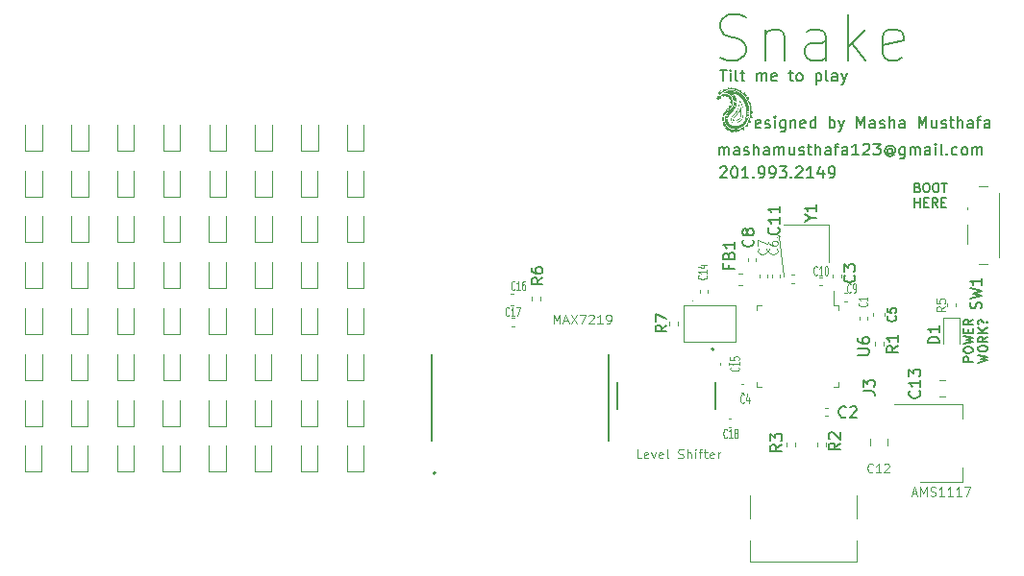
<source format=gbr>
%TF.GenerationSoftware,KiCad,Pcbnew,7.0.7*%
%TF.CreationDate,2026-01-29T00:22:59-05:00*%
%TF.ProjectId,sobc,736f6263-2e6b-4696-9361-645f70636258,rev?*%
%TF.SameCoordinates,Original*%
%TF.FileFunction,Legend,Top*%
%TF.FilePolarity,Positive*%
%FSLAX46Y46*%
G04 Gerber Fmt 4.6, Leading zero omitted, Abs format (unit mm)*
G04 Created by KiCad (PCBNEW 7.0.7) date 2026-01-29 00:22:59*
%MOMM*%
%LPD*%
G01*
G04 APERTURE LIST*
%ADD10C,0.050000*%
%ADD11C,0.150000*%
%ADD12C,0.200000*%
%ADD13C,0.100000*%
%ADD14C,0.080000*%
%ADD15C,0.120000*%
%ADD16C,0.127000*%
G04 APERTURE END LIST*
D10*
X245550000Y-90768400D02*
X245400000Y-90678400D01*
X245855000Y-94253400D02*
X245415000Y-90693400D01*
X245395800Y-90687200D02*
X245294200Y-90839600D01*
D11*
X257685826Y-86447247D02*
X257800112Y-86485342D01*
X257800112Y-86485342D02*
X257838207Y-86523438D01*
X257838207Y-86523438D02*
X257876303Y-86599628D01*
X257876303Y-86599628D02*
X257876303Y-86713914D01*
X257876303Y-86713914D02*
X257838207Y-86790104D01*
X257838207Y-86790104D02*
X257800112Y-86828200D01*
X257800112Y-86828200D02*
X257723922Y-86866295D01*
X257723922Y-86866295D02*
X257419160Y-86866295D01*
X257419160Y-86866295D02*
X257419160Y-86066295D01*
X257419160Y-86066295D02*
X257685826Y-86066295D01*
X257685826Y-86066295D02*
X257762017Y-86104390D01*
X257762017Y-86104390D02*
X257800112Y-86142485D01*
X257800112Y-86142485D02*
X257838207Y-86218676D01*
X257838207Y-86218676D02*
X257838207Y-86294866D01*
X257838207Y-86294866D02*
X257800112Y-86371057D01*
X257800112Y-86371057D02*
X257762017Y-86409152D01*
X257762017Y-86409152D02*
X257685826Y-86447247D01*
X257685826Y-86447247D02*
X257419160Y-86447247D01*
X258371541Y-86066295D02*
X258523922Y-86066295D01*
X258523922Y-86066295D02*
X258600112Y-86104390D01*
X258600112Y-86104390D02*
X258676303Y-86180580D01*
X258676303Y-86180580D02*
X258714398Y-86332961D01*
X258714398Y-86332961D02*
X258714398Y-86599628D01*
X258714398Y-86599628D02*
X258676303Y-86752009D01*
X258676303Y-86752009D02*
X258600112Y-86828200D01*
X258600112Y-86828200D02*
X258523922Y-86866295D01*
X258523922Y-86866295D02*
X258371541Y-86866295D01*
X258371541Y-86866295D02*
X258295350Y-86828200D01*
X258295350Y-86828200D02*
X258219160Y-86752009D01*
X258219160Y-86752009D02*
X258181064Y-86599628D01*
X258181064Y-86599628D02*
X258181064Y-86332961D01*
X258181064Y-86332961D02*
X258219160Y-86180580D01*
X258219160Y-86180580D02*
X258295350Y-86104390D01*
X258295350Y-86104390D02*
X258371541Y-86066295D01*
X259209636Y-86066295D02*
X259362017Y-86066295D01*
X259362017Y-86066295D02*
X259438207Y-86104390D01*
X259438207Y-86104390D02*
X259514398Y-86180580D01*
X259514398Y-86180580D02*
X259552493Y-86332961D01*
X259552493Y-86332961D02*
X259552493Y-86599628D01*
X259552493Y-86599628D02*
X259514398Y-86752009D01*
X259514398Y-86752009D02*
X259438207Y-86828200D01*
X259438207Y-86828200D02*
X259362017Y-86866295D01*
X259362017Y-86866295D02*
X259209636Y-86866295D01*
X259209636Y-86866295D02*
X259133445Y-86828200D01*
X259133445Y-86828200D02*
X259057255Y-86752009D01*
X259057255Y-86752009D02*
X259019159Y-86599628D01*
X259019159Y-86599628D02*
X259019159Y-86332961D01*
X259019159Y-86332961D02*
X259057255Y-86180580D01*
X259057255Y-86180580D02*
X259133445Y-86104390D01*
X259133445Y-86104390D02*
X259209636Y-86066295D01*
X259781064Y-86066295D02*
X260238207Y-86066295D01*
X260009635Y-86866295D02*
X260009635Y-86066295D01*
X257419160Y-88154295D02*
X257419160Y-87354295D01*
X257419160Y-87735247D02*
X257876303Y-87735247D01*
X257876303Y-88154295D02*
X257876303Y-87354295D01*
X258257255Y-87735247D02*
X258523921Y-87735247D01*
X258638207Y-88154295D02*
X258257255Y-88154295D01*
X258257255Y-88154295D02*
X258257255Y-87354295D01*
X258257255Y-87354295D02*
X258638207Y-87354295D01*
X259438208Y-88154295D02*
X259171541Y-87773342D01*
X258981065Y-88154295D02*
X258981065Y-87354295D01*
X258981065Y-87354295D02*
X259285827Y-87354295D01*
X259285827Y-87354295D02*
X259362017Y-87392390D01*
X259362017Y-87392390D02*
X259400112Y-87430485D01*
X259400112Y-87430485D02*
X259438208Y-87506676D01*
X259438208Y-87506676D02*
X259438208Y-87620961D01*
X259438208Y-87620961D02*
X259400112Y-87697152D01*
X259400112Y-87697152D02*
X259362017Y-87735247D01*
X259362017Y-87735247D02*
X259285827Y-87773342D01*
X259285827Y-87773342D02*
X258981065Y-87773342D01*
X259781065Y-87735247D02*
X260047731Y-87735247D01*
X260162017Y-88154295D02*
X259781065Y-88154295D01*
X259781065Y-88154295D02*
X259781065Y-87354295D01*
X259781065Y-87354295D02*
X260162017Y-87354295D01*
X240206779Y-83559819D02*
X240206779Y-82893152D01*
X240206779Y-82988390D02*
X240254398Y-82940771D01*
X240254398Y-82940771D02*
X240349636Y-82893152D01*
X240349636Y-82893152D02*
X240492493Y-82893152D01*
X240492493Y-82893152D02*
X240587731Y-82940771D01*
X240587731Y-82940771D02*
X240635350Y-83036009D01*
X240635350Y-83036009D02*
X240635350Y-83559819D01*
X240635350Y-83036009D02*
X240682969Y-82940771D01*
X240682969Y-82940771D02*
X240778207Y-82893152D01*
X240778207Y-82893152D02*
X240921064Y-82893152D01*
X240921064Y-82893152D02*
X241016303Y-82940771D01*
X241016303Y-82940771D02*
X241063922Y-83036009D01*
X241063922Y-83036009D02*
X241063922Y-83559819D01*
X241968683Y-83559819D02*
X241968683Y-83036009D01*
X241968683Y-83036009D02*
X241921064Y-82940771D01*
X241921064Y-82940771D02*
X241825826Y-82893152D01*
X241825826Y-82893152D02*
X241635350Y-82893152D01*
X241635350Y-82893152D02*
X241540112Y-82940771D01*
X241968683Y-83512200D02*
X241873445Y-83559819D01*
X241873445Y-83559819D02*
X241635350Y-83559819D01*
X241635350Y-83559819D02*
X241540112Y-83512200D01*
X241540112Y-83512200D02*
X241492493Y-83416961D01*
X241492493Y-83416961D02*
X241492493Y-83321723D01*
X241492493Y-83321723D02*
X241540112Y-83226485D01*
X241540112Y-83226485D02*
X241635350Y-83178866D01*
X241635350Y-83178866D02*
X241873445Y-83178866D01*
X241873445Y-83178866D02*
X241968683Y-83131247D01*
X242397255Y-83512200D02*
X242492493Y-83559819D01*
X242492493Y-83559819D02*
X242682969Y-83559819D01*
X242682969Y-83559819D02*
X242778207Y-83512200D01*
X242778207Y-83512200D02*
X242825826Y-83416961D01*
X242825826Y-83416961D02*
X242825826Y-83369342D01*
X242825826Y-83369342D02*
X242778207Y-83274104D01*
X242778207Y-83274104D02*
X242682969Y-83226485D01*
X242682969Y-83226485D02*
X242540112Y-83226485D01*
X242540112Y-83226485D02*
X242444874Y-83178866D01*
X242444874Y-83178866D02*
X242397255Y-83083628D01*
X242397255Y-83083628D02*
X242397255Y-83036009D01*
X242397255Y-83036009D02*
X242444874Y-82940771D01*
X242444874Y-82940771D02*
X242540112Y-82893152D01*
X242540112Y-82893152D02*
X242682969Y-82893152D01*
X242682969Y-82893152D02*
X242778207Y-82940771D01*
X243254398Y-83559819D02*
X243254398Y-82559819D01*
X243682969Y-83559819D02*
X243682969Y-83036009D01*
X243682969Y-83036009D02*
X243635350Y-82940771D01*
X243635350Y-82940771D02*
X243540112Y-82893152D01*
X243540112Y-82893152D02*
X243397255Y-82893152D01*
X243397255Y-82893152D02*
X243302017Y-82940771D01*
X243302017Y-82940771D02*
X243254398Y-82988390D01*
X244587731Y-83559819D02*
X244587731Y-83036009D01*
X244587731Y-83036009D02*
X244540112Y-82940771D01*
X244540112Y-82940771D02*
X244444874Y-82893152D01*
X244444874Y-82893152D02*
X244254398Y-82893152D01*
X244254398Y-82893152D02*
X244159160Y-82940771D01*
X244587731Y-83512200D02*
X244492493Y-83559819D01*
X244492493Y-83559819D02*
X244254398Y-83559819D01*
X244254398Y-83559819D02*
X244159160Y-83512200D01*
X244159160Y-83512200D02*
X244111541Y-83416961D01*
X244111541Y-83416961D02*
X244111541Y-83321723D01*
X244111541Y-83321723D02*
X244159160Y-83226485D01*
X244159160Y-83226485D02*
X244254398Y-83178866D01*
X244254398Y-83178866D02*
X244492493Y-83178866D01*
X244492493Y-83178866D02*
X244587731Y-83131247D01*
X245063922Y-83559819D02*
X245063922Y-82893152D01*
X245063922Y-82988390D02*
X245111541Y-82940771D01*
X245111541Y-82940771D02*
X245206779Y-82893152D01*
X245206779Y-82893152D02*
X245349636Y-82893152D01*
X245349636Y-82893152D02*
X245444874Y-82940771D01*
X245444874Y-82940771D02*
X245492493Y-83036009D01*
X245492493Y-83036009D02*
X245492493Y-83559819D01*
X245492493Y-83036009D02*
X245540112Y-82940771D01*
X245540112Y-82940771D02*
X245635350Y-82893152D01*
X245635350Y-82893152D02*
X245778207Y-82893152D01*
X245778207Y-82893152D02*
X245873446Y-82940771D01*
X245873446Y-82940771D02*
X245921065Y-83036009D01*
X245921065Y-83036009D02*
X245921065Y-83559819D01*
X246825826Y-82893152D02*
X246825826Y-83559819D01*
X246397255Y-82893152D02*
X246397255Y-83416961D01*
X246397255Y-83416961D02*
X246444874Y-83512200D01*
X246444874Y-83512200D02*
X246540112Y-83559819D01*
X246540112Y-83559819D02*
X246682969Y-83559819D01*
X246682969Y-83559819D02*
X246778207Y-83512200D01*
X246778207Y-83512200D02*
X246825826Y-83464580D01*
X247254398Y-83512200D02*
X247349636Y-83559819D01*
X247349636Y-83559819D02*
X247540112Y-83559819D01*
X247540112Y-83559819D02*
X247635350Y-83512200D01*
X247635350Y-83512200D02*
X247682969Y-83416961D01*
X247682969Y-83416961D02*
X247682969Y-83369342D01*
X247682969Y-83369342D02*
X247635350Y-83274104D01*
X247635350Y-83274104D02*
X247540112Y-83226485D01*
X247540112Y-83226485D02*
X247397255Y-83226485D01*
X247397255Y-83226485D02*
X247302017Y-83178866D01*
X247302017Y-83178866D02*
X247254398Y-83083628D01*
X247254398Y-83083628D02*
X247254398Y-83036009D01*
X247254398Y-83036009D02*
X247302017Y-82940771D01*
X247302017Y-82940771D02*
X247397255Y-82893152D01*
X247397255Y-82893152D02*
X247540112Y-82893152D01*
X247540112Y-82893152D02*
X247635350Y-82940771D01*
X247968684Y-82893152D02*
X248349636Y-82893152D01*
X248111541Y-82559819D02*
X248111541Y-83416961D01*
X248111541Y-83416961D02*
X248159160Y-83512200D01*
X248159160Y-83512200D02*
X248254398Y-83559819D01*
X248254398Y-83559819D02*
X248349636Y-83559819D01*
X248682970Y-83559819D02*
X248682970Y-82559819D01*
X249111541Y-83559819D02*
X249111541Y-83036009D01*
X249111541Y-83036009D02*
X249063922Y-82940771D01*
X249063922Y-82940771D02*
X248968684Y-82893152D01*
X248968684Y-82893152D02*
X248825827Y-82893152D01*
X248825827Y-82893152D02*
X248730589Y-82940771D01*
X248730589Y-82940771D02*
X248682970Y-82988390D01*
X250016303Y-83559819D02*
X250016303Y-83036009D01*
X250016303Y-83036009D02*
X249968684Y-82940771D01*
X249968684Y-82940771D02*
X249873446Y-82893152D01*
X249873446Y-82893152D02*
X249682970Y-82893152D01*
X249682970Y-82893152D02*
X249587732Y-82940771D01*
X250016303Y-83512200D02*
X249921065Y-83559819D01*
X249921065Y-83559819D02*
X249682970Y-83559819D01*
X249682970Y-83559819D02*
X249587732Y-83512200D01*
X249587732Y-83512200D02*
X249540113Y-83416961D01*
X249540113Y-83416961D02*
X249540113Y-83321723D01*
X249540113Y-83321723D02*
X249587732Y-83226485D01*
X249587732Y-83226485D02*
X249682970Y-83178866D01*
X249682970Y-83178866D02*
X249921065Y-83178866D01*
X249921065Y-83178866D02*
X250016303Y-83131247D01*
X250349637Y-82893152D02*
X250730589Y-82893152D01*
X250492494Y-83559819D02*
X250492494Y-82702676D01*
X250492494Y-82702676D02*
X250540113Y-82607438D01*
X250540113Y-82607438D02*
X250635351Y-82559819D01*
X250635351Y-82559819D02*
X250730589Y-82559819D01*
X251492494Y-83559819D02*
X251492494Y-83036009D01*
X251492494Y-83036009D02*
X251444875Y-82940771D01*
X251444875Y-82940771D02*
X251349637Y-82893152D01*
X251349637Y-82893152D02*
X251159161Y-82893152D01*
X251159161Y-82893152D02*
X251063923Y-82940771D01*
X251492494Y-83512200D02*
X251397256Y-83559819D01*
X251397256Y-83559819D02*
X251159161Y-83559819D01*
X251159161Y-83559819D02*
X251063923Y-83512200D01*
X251063923Y-83512200D02*
X251016304Y-83416961D01*
X251016304Y-83416961D02*
X251016304Y-83321723D01*
X251016304Y-83321723D02*
X251063923Y-83226485D01*
X251063923Y-83226485D02*
X251159161Y-83178866D01*
X251159161Y-83178866D02*
X251397256Y-83178866D01*
X251397256Y-83178866D02*
X251492494Y-83131247D01*
X252492494Y-83559819D02*
X251921066Y-83559819D01*
X252206780Y-83559819D02*
X252206780Y-82559819D01*
X252206780Y-82559819D02*
X252111542Y-82702676D01*
X252111542Y-82702676D02*
X252016304Y-82797914D01*
X252016304Y-82797914D02*
X251921066Y-82845533D01*
X252873447Y-82655057D02*
X252921066Y-82607438D01*
X252921066Y-82607438D02*
X253016304Y-82559819D01*
X253016304Y-82559819D02*
X253254399Y-82559819D01*
X253254399Y-82559819D02*
X253349637Y-82607438D01*
X253349637Y-82607438D02*
X253397256Y-82655057D01*
X253397256Y-82655057D02*
X253444875Y-82750295D01*
X253444875Y-82750295D02*
X253444875Y-82845533D01*
X253444875Y-82845533D02*
X253397256Y-82988390D01*
X253397256Y-82988390D02*
X252825828Y-83559819D01*
X252825828Y-83559819D02*
X253444875Y-83559819D01*
X253778209Y-82559819D02*
X254397256Y-82559819D01*
X254397256Y-82559819D02*
X254063923Y-82940771D01*
X254063923Y-82940771D02*
X254206780Y-82940771D01*
X254206780Y-82940771D02*
X254302018Y-82988390D01*
X254302018Y-82988390D02*
X254349637Y-83036009D01*
X254349637Y-83036009D02*
X254397256Y-83131247D01*
X254397256Y-83131247D02*
X254397256Y-83369342D01*
X254397256Y-83369342D02*
X254349637Y-83464580D01*
X254349637Y-83464580D02*
X254302018Y-83512200D01*
X254302018Y-83512200D02*
X254206780Y-83559819D01*
X254206780Y-83559819D02*
X253921066Y-83559819D01*
X253921066Y-83559819D02*
X253825828Y-83512200D01*
X253825828Y-83512200D02*
X253778209Y-83464580D01*
X255444875Y-83083628D02*
X255397256Y-83036009D01*
X255397256Y-83036009D02*
X255302018Y-82988390D01*
X255302018Y-82988390D02*
X255206780Y-82988390D01*
X255206780Y-82988390D02*
X255111542Y-83036009D01*
X255111542Y-83036009D02*
X255063923Y-83083628D01*
X255063923Y-83083628D02*
X255016304Y-83178866D01*
X255016304Y-83178866D02*
X255016304Y-83274104D01*
X255016304Y-83274104D02*
X255063923Y-83369342D01*
X255063923Y-83369342D02*
X255111542Y-83416961D01*
X255111542Y-83416961D02*
X255206780Y-83464580D01*
X255206780Y-83464580D02*
X255302018Y-83464580D01*
X255302018Y-83464580D02*
X255397256Y-83416961D01*
X255397256Y-83416961D02*
X255444875Y-83369342D01*
X255444875Y-82988390D02*
X255444875Y-83369342D01*
X255444875Y-83369342D02*
X255492494Y-83416961D01*
X255492494Y-83416961D02*
X255540113Y-83416961D01*
X255540113Y-83416961D02*
X255635352Y-83369342D01*
X255635352Y-83369342D02*
X255682971Y-83274104D01*
X255682971Y-83274104D02*
X255682971Y-83036009D01*
X255682971Y-83036009D02*
X255587733Y-82893152D01*
X255587733Y-82893152D02*
X255444875Y-82797914D01*
X255444875Y-82797914D02*
X255254399Y-82750295D01*
X255254399Y-82750295D02*
X255063923Y-82797914D01*
X255063923Y-82797914D02*
X254921066Y-82893152D01*
X254921066Y-82893152D02*
X254825828Y-83036009D01*
X254825828Y-83036009D02*
X254778209Y-83226485D01*
X254778209Y-83226485D02*
X254825828Y-83416961D01*
X254825828Y-83416961D02*
X254921066Y-83559819D01*
X254921066Y-83559819D02*
X255063923Y-83655057D01*
X255063923Y-83655057D02*
X255254399Y-83702676D01*
X255254399Y-83702676D02*
X255444875Y-83655057D01*
X255444875Y-83655057D02*
X255587733Y-83559819D01*
X256540113Y-82893152D02*
X256540113Y-83702676D01*
X256540113Y-83702676D02*
X256492494Y-83797914D01*
X256492494Y-83797914D02*
X256444875Y-83845533D01*
X256444875Y-83845533D02*
X256349637Y-83893152D01*
X256349637Y-83893152D02*
X256206780Y-83893152D01*
X256206780Y-83893152D02*
X256111542Y-83845533D01*
X256540113Y-83512200D02*
X256444875Y-83559819D01*
X256444875Y-83559819D02*
X256254399Y-83559819D01*
X256254399Y-83559819D02*
X256159161Y-83512200D01*
X256159161Y-83512200D02*
X256111542Y-83464580D01*
X256111542Y-83464580D02*
X256063923Y-83369342D01*
X256063923Y-83369342D02*
X256063923Y-83083628D01*
X256063923Y-83083628D02*
X256111542Y-82988390D01*
X256111542Y-82988390D02*
X256159161Y-82940771D01*
X256159161Y-82940771D02*
X256254399Y-82893152D01*
X256254399Y-82893152D02*
X256444875Y-82893152D01*
X256444875Y-82893152D02*
X256540113Y-82940771D01*
X257016304Y-83559819D02*
X257016304Y-82893152D01*
X257016304Y-82988390D02*
X257063923Y-82940771D01*
X257063923Y-82940771D02*
X257159161Y-82893152D01*
X257159161Y-82893152D02*
X257302018Y-82893152D01*
X257302018Y-82893152D02*
X257397256Y-82940771D01*
X257397256Y-82940771D02*
X257444875Y-83036009D01*
X257444875Y-83036009D02*
X257444875Y-83559819D01*
X257444875Y-83036009D02*
X257492494Y-82940771D01*
X257492494Y-82940771D02*
X257587732Y-82893152D01*
X257587732Y-82893152D02*
X257730589Y-82893152D01*
X257730589Y-82893152D02*
X257825828Y-82940771D01*
X257825828Y-82940771D02*
X257873447Y-83036009D01*
X257873447Y-83036009D02*
X257873447Y-83559819D01*
X258778208Y-83559819D02*
X258778208Y-83036009D01*
X258778208Y-83036009D02*
X258730589Y-82940771D01*
X258730589Y-82940771D02*
X258635351Y-82893152D01*
X258635351Y-82893152D02*
X258444875Y-82893152D01*
X258444875Y-82893152D02*
X258349637Y-82940771D01*
X258778208Y-83512200D02*
X258682970Y-83559819D01*
X258682970Y-83559819D02*
X258444875Y-83559819D01*
X258444875Y-83559819D02*
X258349637Y-83512200D01*
X258349637Y-83512200D02*
X258302018Y-83416961D01*
X258302018Y-83416961D02*
X258302018Y-83321723D01*
X258302018Y-83321723D02*
X258349637Y-83226485D01*
X258349637Y-83226485D02*
X258444875Y-83178866D01*
X258444875Y-83178866D02*
X258682970Y-83178866D01*
X258682970Y-83178866D02*
X258778208Y-83131247D01*
X259254399Y-83559819D02*
X259254399Y-82893152D01*
X259254399Y-82559819D02*
X259206780Y-82607438D01*
X259206780Y-82607438D02*
X259254399Y-82655057D01*
X259254399Y-82655057D02*
X259302018Y-82607438D01*
X259302018Y-82607438D02*
X259254399Y-82559819D01*
X259254399Y-82559819D02*
X259254399Y-82655057D01*
X259873446Y-83559819D02*
X259778208Y-83512200D01*
X259778208Y-83512200D02*
X259730589Y-83416961D01*
X259730589Y-83416961D02*
X259730589Y-82559819D01*
X260254399Y-83464580D02*
X260302018Y-83512200D01*
X260302018Y-83512200D02*
X260254399Y-83559819D01*
X260254399Y-83559819D02*
X260206780Y-83512200D01*
X260206780Y-83512200D02*
X260254399Y-83464580D01*
X260254399Y-83464580D02*
X260254399Y-83559819D01*
X261159160Y-83512200D02*
X261063922Y-83559819D01*
X261063922Y-83559819D02*
X260873446Y-83559819D01*
X260873446Y-83559819D02*
X260778208Y-83512200D01*
X260778208Y-83512200D02*
X260730589Y-83464580D01*
X260730589Y-83464580D02*
X260682970Y-83369342D01*
X260682970Y-83369342D02*
X260682970Y-83083628D01*
X260682970Y-83083628D02*
X260730589Y-82988390D01*
X260730589Y-82988390D02*
X260778208Y-82940771D01*
X260778208Y-82940771D02*
X260873446Y-82893152D01*
X260873446Y-82893152D02*
X261063922Y-82893152D01*
X261063922Y-82893152D02*
X261159160Y-82940771D01*
X261730589Y-83559819D02*
X261635351Y-83512200D01*
X261635351Y-83512200D02*
X261587732Y-83464580D01*
X261587732Y-83464580D02*
X261540113Y-83369342D01*
X261540113Y-83369342D02*
X261540113Y-83083628D01*
X261540113Y-83083628D02*
X261587732Y-82988390D01*
X261587732Y-82988390D02*
X261635351Y-82940771D01*
X261635351Y-82940771D02*
X261730589Y-82893152D01*
X261730589Y-82893152D02*
X261873446Y-82893152D01*
X261873446Y-82893152D02*
X261968684Y-82940771D01*
X261968684Y-82940771D02*
X262016303Y-82988390D01*
X262016303Y-82988390D02*
X262063922Y-83083628D01*
X262063922Y-83083628D02*
X262063922Y-83369342D01*
X262063922Y-83369342D02*
X262016303Y-83464580D01*
X262016303Y-83464580D02*
X261968684Y-83512200D01*
X261968684Y-83512200D02*
X261873446Y-83559819D01*
X261873446Y-83559819D02*
X261730589Y-83559819D01*
X262492494Y-83559819D02*
X262492494Y-82893152D01*
X262492494Y-82988390D02*
X262540113Y-82940771D01*
X262540113Y-82940771D02*
X262635351Y-82893152D01*
X262635351Y-82893152D02*
X262778208Y-82893152D01*
X262778208Y-82893152D02*
X262873446Y-82940771D01*
X262873446Y-82940771D02*
X262921065Y-83036009D01*
X262921065Y-83036009D02*
X262921065Y-83559819D01*
X262921065Y-83036009D02*
X262968684Y-82940771D01*
X262968684Y-82940771D02*
X263063922Y-82893152D01*
X263063922Y-82893152D02*
X263206779Y-82893152D01*
X263206779Y-82893152D02*
X263302018Y-82940771D01*
X263302018Y-82940771D02*
X263349637Y-83036009D01*
X263349637Y-83036009D02*
X263349637Y-83559819D01*
X262526295Y-101800839D02*
X261726295Y-101800839D01*
X261726295Y-101800839D02*
X261726295Y-101496077D01*
X261726295Y-101496077D02*
X261764390Y-101419887D01*
X261764390Y-101419887D02*
X261802485Y-101381792D01*
X261802485Y-101381792D02*
X261878676Y-101343696D01*
X261878676Y-101343696D02*
X261992961Y-101343696D01*
X261992961Y-101343696D02*
X262069152Y-101381792D01*
X262069152Y-101381792D02*
X262107247Y-101419887D01*
X262107247Y-101419887D02*
X262145342Y-101496077D01*
X262145342Y-101496077D02*
X262145342Y-101800839D01*
X261726295Y-100848458D02*
X261726295Y-100696077D01*
X261726295Y-100696077D02*
X261764390Y-100619887D01*
X261764390Y-100619887D02*
X261840580Y-100543696D01*
X261840580Y-100543696D02*
X261992961Y-100505601D01*
X261992961Y-100505601D02*
X262259628Y-100505601D01*
X262259628Y-100505601D02*
X262412009Y-100543696D01*
X262412009Y-100543696D02*
X262488200Y-100619887D01*
X262488200Y-100619887D02*
X262526295Y-100696077D01*
X262526295Y-100696077D02*
X262526295Y-100848458D01*
X262526295Y-100848458D02*
X262488200Y-100924649D01*
X262488200Y-100924649D02*
X262412009Y-101000839D01*
X262412009Y-101000839D02*
X262259628Y-101038935D01*
X262259628Y-101038935D02*
X261992961Y-101038935D01*
X261992961Y-101038935D02*
X261840580Y-101000839D01*
X261840580Y-101000839D02*
X261764390Y-100924649D01*
X261764390Y-100924649D02*
X261726295Y-100848458D01*
X261726295Y-100238935D02*
X262526295Y-100048459D01*
X262526295Y-100048459D02*
X261954866Y-99896078D01*
X261954866Y-99896078D02*
X262526295Y-99743697D01*
X262526295Y-99743697D02*
X261726295Y-99553221D01*
X262107247Y-99248458D02*
X262107247Y-98981792D01*
X262526295Y-98867506D02*
X262526295Y-99248458D01*
X262526295Y-99248458D02*
X261726295Y-99248458D01*
X261726295Y-99248458D02*
X261726295Y-98867506D01*
X262526295Y-98067505D02*
X262145342Y-98334172D01*
X262526295Y-98524648D02*
X261726295Y-98524648D01*
X261726295Y-98524648D02*
X261726295Y-98219886D01*
X261726295Y-98219886D02*
X261764390Y-98143696D01*
X261764390Y-98143696D02*
X261802485Y-98105601D01*
X261802485Y-98105601D02*
X261878676Y-98067505D01*
X261878676Y-98067505D02*
X261992961Y-98067505D01*
X261992961Y-98067505D02*
X262069152Y-98105601D01*
X262069152Y-98105601D02*
X262107247Y-98143696D01*
X262107247Y-98143696D02*
X262145342Y-98219886D01*
X262145342Y-98219886D02*
X262145342Y-98524648D01*
X263014295Y-101877030D02*
X263814295Y-101686554D01*
X263814295Y-101686554D02*
X263242866Y-101534173D01*
X263242866Y-101534173D02*
X263814295Y-101381792D01*
X263814295Y-101381792D02*
X263014295Y-101191316D01*
X263014295Y-100734172D02*
X263014295Y-100581791D01*
X263014295Y-100581791D02*
X263052390Y-100505601D01*
X263052390Y-100505601D02*
X263128580Y-100429410D01*
X263128580Y-100429410D02*
X263280961Y-100391315D01*
X263280961Y-100391315D02*
X263547628Y-100391315D01*
X263547628Y-100391315D02*
X263700009Y-100429410D01*
X263700009Y-100429410D02*
X263776200Y-100505601D01*
X263776200Y-100505601D02*
X263814295Y-100581791D01*
X263814295Y-100581791D02*
X263814295Y-100734172D01*
X263814295Y-100734172D02*
X263776200Y-100810363D01*
X263776200Y-100810363D02*
X263700009Y-100886553D01*
X263700009Y-100886553D02*
X263547628Y-100924649D01*
X263547628Y-100924649D02*
X263280961Y-100924649D01*
X263280961Y-100924649D02*
X263128580Y-100886553D01*
X263128580Y-100886553D02*
X263052390Y-100810363D01*
X263052390Y-100810363D02*
X263014295Y-100734172D01*
X263814295Y-99591315D02*
X263433342Y-99857982D01*
X263814295Y-100048458D02*
X263014295Y-100048458D01*
X263014295Y-100048458D02*
X263014295Y-99743696D01*
X263014295Y-99743696D02*
X263052390Y-99667506D01*
X263052390Y-99667506D02*
X263090485Y-99629411D01*
X263090485Y-99629411D02*
X263166676Y-99591315D01*
X263166676Y-99591315D02*
X263280961Y-99591315D01*
X263280961Y-99591315D02*
X263357152Y-99629411D01*
X263357152Y-99629411D02*
X263395247Y-99667506D01*
X263395247Y-99667506D02*
X263433342Y-99743696D01*
X263433342Y-99743696D02*
X263433342Y-100048458D01*
X263814295Y-99248458D02*
X263014295Y-99248458D01*
X263814295Y-98791315D02*
X263357152Y-99134173D01*
X263014295Y-98791315D02*
X263471438Y-99248458D01*
X263738104Y-98334173D02*
X263776200Y-98296077D01*
X263776200Y-98296077D02*
X263814295Y-98334173D01*
X263814295Y-98334173D02*
X263776200Y-98372268D01*
X263776200Y-98372268D02*
X263738104Y-98334173D01*
X263738104Y-98334173D02*
X263814295Y-98334173D01*
X263052390Y-98486554D02*
X263014295Y-98410363D01*
X263014295Y-98410363D02*
X263014295Y-98219887D01*
X263014295Y-98219887D02*
X263052390Y-98143696D01*
X263052390Y-98143696D02*
X263128580Y-98105601D01*
X263128580Y-98105601D02*
X263204771Y-98105601D01*
X263204771Y-98105601D02*
X263280961Y-98143696D01*
X263280961Y-98143696D02*
X263319057Y-98181792D01*
X263319057Y-98181792D02*
X263357152Y-98257982D01*
X263357152Y-98257982D02*
X263395247Y-98296077D01*
X263395247Y-98296077D02*
X263471438Y-98334173D01*
X263471438Y-98334173D02*
X263509533Y-98334173D01*
X243827731Y-81132200D02*
X243732493Y-81179819D01*
X243732493Y-81179819D02*
X243542017Y-81179819D01*
X243542017Y-81179819D02*
X243446779Y-81132200D01*
X243446779Y-81132200D02*
X243399160Y-81036961D01*
X243399160Y-81036961D02*
X243399160Y-80656009D01*
X243399160Y-80656009D02*
X243446779Y-80560771D01*
X243446779Y-80560771D02*
X243542017Y-80513152D01*
X243542017Y-80513152D02*
X243732493Y-80513152D01*
X243732493Y-80513152D02*
X243827731Y-80560771D01*
X243827731Y-80560771D02*
X243875350Y-80656009D01*
X243875350Y-80656009D02*
X243875350Y-80751247D01*
X243875350Y-80751247D02*
X243399160Y-80846485D01*
X244256303Y-81132200D02*
X244351541Y-81179819D01*
X244351541Y-81179819D02*
X244542017Y-81179819D01*
X244542017Y-81179819D02*
X244637255Y-81132200D01*
X244637255Y-81132200D02*
X244684874Y-81036961D01*
X244684874Y-81036961D02*
X244684874Y-80989342D01*
X244684874Y-80989342D02*
X244637255Y-80894104D01*
X244637255Y-80894104D02*
X244542017Y-80846485D01*
X244542017Y-80846485D02*
X244399160Y-80846485D01*
X244399160Y-80846485D02*
X244303922Y-80798866D01*
X244303922Y-80798866D02*
X244256303Y-80703628D01*
X244256303Y-80703628D02*
X244256303Y-80656009D01*
X244256303Y-80656009D02*
X244303922Y-80560771D01*
X244303922Y-80560771D02*
X244399160Y-80513152D01*
X244399160Y-80513152D02*
X244542017Y-80513152D01*
X244542017Y-80513152D02*
X244637255Y-80560771D01*
X245113446Y-81179819D02*
X245113446Y-80513152D01*
X245113446Y-80179819D02*
X245065827Y-80227438D01*
X245065827Y-80227438D02*
X245113446Y-80275057D01*
X245113446Y-80275057D02*
X245161065Y-80227438D01*
X245161065Y-80227438D02*
X245113446Y-80179819D01*
X245113446Y-80179819D02*
X245113446Y-80275057D01*
X246018207Y-80513152D02*
X246018207Y-81322676D01*
X246018207Y-81322676D02*
X245970588Y-81417914D01*
X245970588Y-81417914D02*
X245922969Y-81465533D01*
X245922969Y-81465533D02*
X245827731Y-81513152D01*
X245827731Y-81513152D02*
X245684874Y-81513152D01*
X245684874Y-81513152D02*
X245589636Y-81465533D01*
X246018207Y-81132200D02*
X245922969Y-81179819D01*
X245922969Y-81179819D02*
X245732493Y-81179819D01*
X245732493Y-81179819D02*
X245637255Y-81132200D01*
X245637255Y-81132200D02*
X245589636Y-81084580D01*
X245589636Y-81084580D02*
X245542017Y-80989342D01*
X245542017Y-80989342D02*
X245542017Y-80703628D01*
X245542017Y-80703628D02*
X245589636Y-80608390D01*
X245589636Y-80608390D02*
X245637255Y-80560771D01*
X245637255Y-80560771D02*
X245732493Y-80513152D01*
X245732493Y-80513152D02*
X245922969Y-80513152D01*
X245922969Y-80513152D02*
X246018207Y-80560771D01*
X246494398Y-80513152D02*
X246494398Y-81179819D01*
X246494398Y-80608390D02*
X246542017Y-80560771D01*
X246542017Y-80560771D02*
X246637255Y-80513152D01*
X246637255Y-80513152D02*
X246780112Y-80513152D01*
X246780112Y-80513152D02*
X246875350Y-80560771D01*
X246875350Y-80560771D02*
X246922969Y-80656009D01*
X246922969Y-80656009D02*
X246922969Y-81179819D01*
X247780112Y-81132200D02*
X247684874Y-81179819D01*
X247684874Y-81179819D02*
X247494398Y-81179819D01*
X247494398Y-81179819D02*
X247399160Y-81132200D01*
X247399160Y-81132200D02*
X247351541Y-81036961D01*
X247351541Y-81036961D02*
X247351541Y-80656009D01*
X247351541Y-80656009D02*
X247399160Y-80560771D01*
X247399160Y-80560771D02*
X247494398Y-80513152D01*
X247494398Y-80513152D02*
X247684874Y-80513152D01*
X247684874Y-80513152D02*
X247780112Y-80560771D01*
X247780112Y-80560771D02*
X247827731Y-80656009D01*
X247827731Y-80656009D02*
X247827731Y-80751247D01*
X247827731Y-80751247D02*
X247351541Y-80846485D01*
X248684874Y-81179819D02*
X248684874Y-80179819D01*
X248684874Y-81132200D02*
X248589636Y-81179819D01*
X248589636Y-81179819D02*
X248399160Y-81179819D01*
X248399160Y-81179819D02*
X248303922Y-81132200D01*
X248303922Y-81132200D02*
X248256303Y-81084580D01*
X248256303Y-81084580D02*
X248208684Y-80989342D01*
X248208684Y-80989342D02*
X248208684Y-80703628D01*
X248208684Y-80703628D02*
X248256303Y-80608390D01*
X248256303Y-80608390D02*
X248303922Y-80560771D01*
X248303922Y-80560771D02*
X248399160Y-80513152D01*
X248399160Y-80513152D02*
X248589636Y-80513152D01*
X248589636Y-80513152D02*
X248684874Y-80560771D01*
X249922970Y-81179819D02*
X249922970Y-80179819D01*
X249922970Y-80560771D02*
X250018208Y-80513152D01*
X250018208Y-80513152D02*
X250208684Y-80513152D01*
X250208684Y-80513152D02*
X250303922Y-80560771D01*
X250303922Y-80560771D02*
X250351541Y-80608390D01*
X250351541Y-80608390D02*
X250399160Y-80703628D01*
X250399160Y-80703628D02*
X250399160Y-80989342D01*
X250399160Y-80989342D02*
X250351541Y-81084580D01*
X250351541Y-81084580D02*
X250303922Y-81132200D01*
X250303922Y-81132200D02*
X250208684Y-81179819D01*
X250208684Y-81179819D02*
X250018208Y-81179819D01*
X250018208Y-81179819D02*
X249922970Y-81132200D01*
X250732494Y-80513152D02*
X250970589Y-81179819D01*
X251208684Y-80513152D02*
X250970589Y-81179819D01*
X250970589Y-81179819D02*
X250875351Y-81417914D01*
X250875351Y-81417914D02*
X250827732Y-81465533D01*
X250827732Y-81465533D02*
X250732494Y-81513152D01*
X252351542Y-81179819D02*
X252351542Y-80179819D01*
X252351542Y-80179819D02*
X252684875Y-80894104D01*
X252684875Y-80894104D02*
X253018208Y-80179819D01*
X253018208Y-80179819D02*
X253018208Y-81179819D01*
X253922970Y-81179819D02*
X253922970Y-80656009D01*
X253922970Y-80656009D02*
X253875351Y-80560771D01*
X253875351Y-80560771D02*
X253780113Y-80513152D01*
X253780113Y-80513152D02*
X253589637Y-80513152D01*
X253589637Y-80513152D02*
X253494399Y-80560771D01*
X253922970Y-81132200D02*
X253827732Y-81179819D01*
X253827732Y-81179819D02*
X253589637Y-81179819D01*
X253589637Y-81179819D02*
X253494399Y-81132200D01*
X253494399Y-81132200D02*
X253446780Y-81036961D01*
X253446780Y-81036961D02*
X253446780Y-80941723D01*
X253446780Y-80941723D02*
X253494399Y-80846485D01*
X253494399Y-80846485D02*
X253589637Y-80798866D01*
X253589637Y-80798866D02*
X253827732Y-80798866D01*
X253827732Y-80798866D02*
X253922970Y-80751247D01*
X254351542Y-81132200D02*
X254446780Y-81179819D01*
X254446780Y-81179819D02*
X254637256Y-81179819D01*
X254637256Y-81179819D02*
X254732494Y-81132200D01*
X254732494Y-81132200D02*
X254780113Y-81036961D01*
X254780113Y-81036961D02*
X254780113Y-80989342D01*
X254780113Y-80989342D02*
X254732494Y-80894104D01*
X254732494Y-80894104D02*
X254637256Y-80846485D01*
X254637256Y-80846485D02*
X254494399Y-80846485D01*
X254494399Y-80846485D02*
X254399161Y-80798866D01*
X254399161Y-80798866D02*
X254351542Y-80703628D01*
X254351542Y-80703628D02*
X254351542Y-80656009D01*
X254351542Y-80656009D02*
X254399161Y-80560771D01*
X254399161Y-80560771D02*
X254494399Y-80513152D01*
X254494399Y-80513152D02*
X254637256Y-80513152D01*
X254637256Y-80513152D02*
X254732494Y-80560771D01*
X255208685Y-81179819D02*
X255208685Y-80179819D01*
X255637256Y-81179819D02*
X255637256Y-80656009D01*
X255637256Y-80656009D02*
X255589637Y-80560771D01*
X255589637Y-80560771D02*
X255494399Y-80513152D01*
X255494399Y-80513152D02*
X255351542Y-80513152D01*
X255351542Y-80513152D02*
X255256304Y-80560771D01*
X255256304Y-80560771D02*
X255208685Y-80608390D01*
X256542018Y-81179819D02*
X256542018Y-80656009D01*
X256542018Y-80656009D02*
X256494399Y-80560771D01*
X256494399Y-80560771D02*
X256399161Y-80513152D01*
X256399161Y-80513152D02*
X256208685Y-80513152D01*
X256208685Y-80513152D02*
X256113447Y-80560771D01*
X256542018Y-81132200D02*
X256446780Y-81179819D01*
X256446780Y-81179819D02*
X256208685Y-81179819D01*
X256208685Y-81179819D02*
X256113447Y-81132200D01*
X256113447Y-81132200D02*
X256065828Y-81036961D01*
X256065828Y-81036961D02*
X256065828Y-80941723D01*
X256065828Y-80941723D02*
X256113447Y-80846485D01*
X256113447Y-80846485D02*
X256208685Y-80798866D01*
X256208685Y-80798866D02*
X256446780Y-80798866D01*
X256446780Y-80798866D02*
X256542018Y-80751247D01*
X257780114Y-81179819D02*
X257780114Y-80179819D01*
X257780114Y-80179819D02*
X258113447Y-80894104D01*
X258113447Y-80894104D02*
X258446780Y-80179819D01*
X258446780Y-80179819D02*
X258446780Y-81179819D01*
X259351542Y-80513152D02*
X259351542Y-81179819D01*
X258922971Y-80513152D02*
X258922971Y-81036961D01*
X258922971Y-81036961D02*
X258970590Y-81132200D01*
X258970590Y-81132200D02*
X259065828Y-81179819D01*
X259065828Y-81179819D02*
X259208685Y-81179819D01*
X259208685Y-81179819D02*
X259303923Y-81132200D01*
X259303923Y-81132200D02*
X259351542Y-81084580D01*
X259780114Y-81132200D02*
X259875352Y-81179819D01*
X259875352Y-81179819D02*
X260065828Y-81179819D01*
X260065828Y-81179819D02*
X260161066Y-81132200D01*
X260161066Y-81132200D02*
X260208685Y-81036961D01*
X260208685Y-81036961D02*
X260208685Y-80989342D01*
X260208685Y-80989342D02*
X260161066Y-80894104D01*
X260161066Y-80894104D02*
X260065828Y-80846485D01*
X260065828Y-80846485D02*
X259922971Y-80846485D01*
X259922971Y-80846485D02*
X259827733Y-80798866D01*
X259827733Y-80798866D02*
X259780114Y-80703628D01*
X259780114Y-80703628D02*
X259780114Y-80656009D01*
X259780114Y-80656009D02*
X259827733Y-80560771D01*
X259827733Y-80560771D02*
X259922971Y-80513152D01*
X259922971Y-80513152D02*
X260065828Y-80513152D01*
X260065828Y-80513152D02*
X260161066Y-80560771D01*
X260494400Y-80513152D02*
X260875352Y-80513152D01*
X260637257Y-80179819D02*
X260637257Y-81036961D01*
X260637257Y-81036961D02*
X260684876Y-81132200D01*
X260684876Y-81132200D02*
X260780114Y-81179819D01*
X260780114Y-81179819D02*
X260875352Y-81179819D01*
X261208686Y-81179819D02*
X261208686Y-80179819D01*
X261637257Y-81179819D02*
X261637257Y-80656009D01*
X261637257Y-80656009D02*
X261589638Y-80560771D01*
X261589638Y-80560771D02*
X261494400Y-80513152D01*
X261494400Y-80513152D02*
X261351543Y-80513152D01*
X261351543Y-80513152D02*
X261256305Y-80560771D01*
X261256305Y-80560771D02*
X261208686Y-80608390D01*
X262542019Y-81179819D02*
X262542019Y-80656009D01*
X262542019Y-80656009D02*
X262494400Y-80560771D01*
X262494400Y-80560771D02*
X262399162Y-80513152D01*
X262399162Y-80513152D02*
X262208686Y-80513152D01*
X262208686Y-80513152D02*
X262113448Y-80560771D01*
X262542019Y-81132200D02*
X262446781Y-81179819D01*
X262446781Y-81179819D02*
X262208686Y-81179819D01*
X262208686Y-81179819D02*
X262113448Y-81132200D01*
X262113448Y-81132200D02*
X262065829Y-81036961D01*
X262065829Y-81036961D02*
X262065829Y-80941723D01*
X262065829Y-80941723D02*
X262113448Y-80846485D01*
X262113448Y-80846485D02*
X262208686Y-80798866D01*
X262208686Y-80798866D02*
X262446781Y-80798866D01*
X262446781Y-80798866D02*
X262542019Y-80751247D01*
X262875353Y-80513152D02*
X263256305Y-80513152D01*
X263018210Y-81179819D02*
X263018210Y-80322676D01*
X263018210Y-80322676D02*
X263065829Y-80227438D01*
X263065829Y-80227438D02*
X263161067Y-80179819D01*
X263161067Y-80179819D02*
X263256305Y-80179819D01*
X264018210Y-81179819D02*
X264018210Y-80656009D01*
X264018210Y-80656009D02*
X263970591Y-80560771D01*
X263970591Y-80560771D02*
X263875353Y-80513152D01*
X263875353Y-80513152D02*
X263684877Y-80513152D01*
X263684877Y-80513152D02*
X263589639Y-80560771D01*
X264018210Y-81132200D02*
X263922972Y-81179819D01*
X263922972Y-81179819D02*
X263684877Y-81179819D01*
X263684877Y-81179819D02*
X263589639Y-81132200D01*
X263589639Y-81132200D02*
X263542020Y-81036961D01*
X263542020Y-81036961D02*
X263542020Y-80941723D01*
X263542020Y-80941723D02*
X263589639Y-80846485D01*
X263589639Y-80846485D02*
X263684877Y-80798866D01*
X263684877Y-80798866D02*
X263922972Y-80798866D01*
X263922972Y-80798866D02*
X264018210Y-80751247D01*
X240309160Y-84675057D02*
X240356779Y-84627438D01*
X240356779Y-84627438D02*
X240452017Y-84579819D01*
X240452017Y-84579819D02*
X240690112Y-84579819D01*
X240690112Y-84579819D02*
X240785350Y-84627438D01*
X240785350Y-84627438D02*
X240832969Y-84675057D01*
X240832969Y-84675057D02*
X240880588Y-84770295D01*
X240880588Y-84770295D02*
X240880588Y-84865533D01*
X240880588Y-84865533D02*
X240832969Y-85008390D01*
X240832969Y-85008390D02*
X240261541Y-85579819D01*
X240261541Y-85579819D02*
X240880588Y-85579819D01*
X241499636Y-84579819D02*
X241594874Y-84579819D01*
X241594874Y-84579819D02*
X241690112Y-84627438D01*
X241690112Y-84627438D02*
X241737731Y-84675057D01*
X241737731Y-84675057D02*
X241785350Y-84770295D01*
X241785350Y-84770295D02*
X241832969Y-84960771D01*
X241832969Y-84960771D02*
X241832969Y-85198866D01*
X241832969Y-85198866D02*
X241785350Y-85389342D01*
X241785350Y-85389342D02*
X241737731Y-85484580D01*
X241737731Y-85484580D02*
X241690112Y-85532200D01*
X241690112Y-85532200D02*
X241594874Y-85579819D01*
X241594874Y-85579819D02*
X241499636Y-85579819D01*
X241499636Y-85579819D02*
X241404398Y-85532200D01*
X241404398Y-85532200D02*
X241356779Y-85484580D01*
X241356779Y-85484580D02*
X241309160Y-85389342D01*
X241309160Y-85389342D02*
X241261541Y-85198866D01*
X241261541Y-85198866D02*
X241261541Y-84960771D01*
X241261541Y-84960771D02*
X241309160Y-84770295D01*
X241309160Y-84770295D02*
X241356779Y-84675057D01*
X241356779Y-84675057D02*
X241404398Y-84627438D01*
X241404398Y-84627438D02*
X241499636Y-84579819D01*
X242785350Y-85579819D02*
X242213922Y-85579819D01*
X242499636Y-85579819D02*
X242499636Y-84579819D01*
X242499636Y-84579819D02*
X242404398Y-84722676D01*
X242404398Y-84722676D02*
X242309160Y-84817914D01*
X242309160Y-84817914D02*
X242213922Y-84865533D01*
X243213922Y-85484580D02*
X243261541Y-85532200D01*
X243261541Y-85532200D02*
X243213922Y-85579819D01*
X243213922Y-85579819D02*
X243166303Y-85532200D01*
X243166303Y-85532200D02*
X243213922Y-85484580D01*
X243213922Y-85484580D02*
X243213922Y-85579819D01*
X243737731Y-85579819D02*
X243928207Y-85579819D01*
X243928207Y-85579819D02*
X244023445Y-85532200D01*
X244023445Y-85532200D02*
X244071064Y-85484580D01*
X244071064Y-85484580D02*
X244166302Y-85341723D01*
X244166302Y-85341723D02*
X244213921Y-85151247D01*
X244213921Y-85151247D02*
X244213921Y-84770295D01*
X244213921Y-84770295D02*
X244166302Y-84675057D01*
X244166302Y-84675057D02*
X244118683Y-84627438D01*
X244118683Y-84627438D02*
X244023445Y-84579819D01*
X244023445Y-84579819D02*
X243832969Y-84579819D01*
X243832969Y-84579819D02*
X243737731Y-84627438D01*
X243737731Y-84627438D02*
X243690112Y-84675057D01*
X243690112Y-84675057D02*
X243642493Y-84770295D01*
X243642493Y-84770295D02*
X243642493Y-85008390D01*
X243642493Y-85008390D02*
X243690112Y-85103628D01*
X243690112Y-85103628D02*
X243737731Y-85151247D01*
X243737731Y-85151247D02*
X243832969Y-85198866D01*
X243832969Y-85198866D02*
X244023445Y-85198866D01*
X244023445Y-85198866D02*
X244118683Y-85151247D01*
X244118683Y-85151247D02*
X244166302Y-85103628D01*
X244166302Y-85103628D02*
X244213921Y-85008390D01*
X244690112Y-85579819D02*
X244880588Y-85579819D01*
X244880588Y-85579819D02*
X244975826Y-85532200D01*
X244975826Y-85532200D02*
X245023445Y-85484580D01*
X245023445Y-85484580D02*
X245118683Y-85341723D01*
X245118683Y-85341723D02*
X245166302Y-85151247D01*
X245166302Y-85151247D02*
X245166302Y-84770295D01*
X245166302Y-84770295D02*
X245118683Y-84675057D01*
X245118683Y-84675057D02*
X245071064Y-84627438D01*
X245071064Y-84627438D02*
X244975826Y-84579819D01*
X244975826Y-84579819D02*
X244785350Y-84579819D01*
X244785350Y-84579819D02*
X244690112Y-84627438D01*
X244690112Y-84627438D02*
X244642493Y-84675057D01*
X244642493Y-84675057D02*
X244594874Y-84770295D01*
X244594874Y-84770295D02*
X244594874Y-85008390D01*
X244594874Y-85008390D02*
X244642493Y-85103628D01*
X244642493Y-85103628D02*
X244690112Y-85151247D01*
X244690112Y-85151247D02*
X244785350Y-85198866D01*
X244785350Y-85198866D02*
X244975826Y-85198866D01*
X244975826Y-85198866D02*
X245071064Y-85151247D01*
X245071064Y-85151247D02*
X245118683Y-85103628D01*
X245118683Y-85103628D02*
X245166302Y-85008390D01*
X245499636Y-84579819D02*
X246118683Y-84579819D01*
X246118683Y-84579819D02*
X245785350Y-84960771D01*
X245785350Y-84960771D02*
X245928207Y-84960771D01*
X245928207Y-84960771D02*
X246023445Y-85008390D01*
X246023445Y-85008390D02*
X246071064Y-85056009D01*
X246071064Y-85056009D02*
X246118683Y-85151247D01*
X246118683Y-85151247D02*
X246118683Y-85389342D01*
X246118683Y-85389342D02*
X246071064Y-85484580D01*
X246071064Y-85484580D02*
X246023445Y-85532200D01*
X246023445Y-85532200D02*
X245928207Y-85579819D01*
X245928207Y-85579819D02*
X245642493Y-85579819D01*
X245642493Y-85579819D02*
X245547255Y-85532200D01*
X245547255Y-85532200D02*
X245499636Y-85484580D01*
X246547255Y-85484580D02*
X246594874Y-85532200D01*
X246594874Y-85532200D02*
X246547255Y-85579819D01*
X246547255Y-85579819D02*
X246499636Y-85532200D01*
X246499636Y-85532200D02*
X246547255Y-85484580D01*
X246547255Y-85484580D02*
X246547255Y-85579819D01*
X246975826Y-84675057D02*
X247023445Y-84627438D01*
X247023445Y-84627438D02*
X247118683Y-84579819D01*
X247118683Y-84579819D02*
X247356778Y-84579819D01*
X247356778Y-84579819D02*
X247452016Y-84627438D01*
X247452016Y-84627438D02*
X247499635Y-84675057D01*
X247499635Y-84675057D02*
X247547254Y-84770295D01*
X247547254Y-84770295D02*
X247547254Y-84865533D01*
X247547254Y-84865533D02*
X247499635Y-85008390D01*
X247499635Y-85008390D02*
X246928207Y-85579819D01*
X246928207Y-85579819D02*
X247547254Y-85579819D01*
X248499635Y-85579819D02*
X247928207Y-85579819D01*
X248213921Y-85579819D02*
X248213921Y-84579819D01*
X248213921Y-84579819D02*
X248118683Y-84722676D01*
X248118683Y-84722676D02*
X248023445Y-84817914D01*
X248023445Y-84817914D02*
X247928207Y-84865533D01*
X249356778Y-84913152D02*
X249356778Y-85579819D01*
X249118683Y-84532200D02*
X248880588Y-85246485D01*
X248880588Y-85246485D02*
X249499635Y-85246485D01*
X249928207Y-85579819D02*
X250118683Y-85579819D01*
X250118683Y-85579819D02*
X250213921Y-85532200D01*
X250213921Y-85532200D02*
X250261540Y-85484580D01*
X250261540Y-85484580D02*
X250356778Y-85341723D01*
X250356778Y-85341723D02*
X250404397Y-85151247D01*
X250404397Y-85151247D02*
X250404397Y-84770295D01*
X250404397Y-84770295D02*
X250356778Y-84675057D01*
X250356778Y-84675057D02*
X250309159Y-84627438D01*
X250309159Y-84627438D02*
X250213921Y-84579819D01*
X250213921Y-84579819D02*
X250023445Y-84579819D01*
X250023445Y-84579819D02*
X249928207Y-84627438D01*
X249928207Y-84627438D02*
X249880588Y-84675057D01*
X249880588Y-84675057D02*
X249832969Y-84770295D01*
X249832969Y-84770295D02*
X249832969Y-85008390D01*
X249832969Y-85008390D02*
X249880588Y-85103628D01*
X249880588Y-85103628D02*
X249928207Y-85151247D01*
X249928207Y-85151247D02*
X250023445Y-85198866D01*
X250023445Y-85198866D02*
X250213921Y-85198866D01*
X250213921Y-85198866D02*
X250309159Y-85151247D01*
X250309159Y-85151247D02*
X250356778Y-85103628D01*
X250356778Y-85103628D02*
X250404397Y-85008390D01*
D12*
X240283482Y-75019600D02*
X240854911Y-75210076D01*
X240854911Y-75210076D02*
X241807292Y-75210076D01*
X241807292Y-75210076D02*
X242188244Y-75019600D01*
X242188244Y-75019600D02*
X242378720Y-74829123D01*
X242378720Y-74829123D02*
X242569197Y-74448171D01*
X242569197Y-74448171D02*
X242569197Y-74067219D01*
X242569197Y-74067219D02*
X242378720Y-73686266D01*
X242378720Y-73686266D02*
X242188244Y-73495790D01*
X242188244Y-73495790D02*
X241807292Y-73305314D01*
X241807292Y-73305314D02*
X241045387Y-73114838D01*
X241045387Y-73114838D02*
X240664435Y-72924361D01*
X240664435Y-72924361D02*
X240473958Y-72733885D01*
X240473958Y-72733885D02*
X240283482Y-72352933D01*
X240283482Y-72352933D02*
X240283482Y-71971980D01*
X240283482Y-71971980D02*
X240473958Y-71591028D01*
X240473958Y-71591028D02*
X240664435Y-71400552D01*
X240664435Y-71400552D02*
X241045387Y-71210076D01*
X241045387Y-71210076D02*
X241997768Y-71210076D01*
X241997768Y-71210076D02*
X242569197Y-71400552D01*
X244283482Y-72543409D02*
X244283482Y-75210076D01*
X244283482Y-72924361D02*
X244473959Y-72733885D01*
X244473959Y-72733885D02*
X244854911Y-72543409D01*
X244854911Y-72543409D02*
X245426340Y-72543409D01*
X245426340Y-72543409D02*
X245807292Y-72733885D01*
X245807292Y-72733885D02*
X245997768Y-73114838D01*
X245997768Y-73114838D02*
X245997768Y-75210076D01*
X249616816Y-75210076D02*
X249616816Y-73114838D01*
X249616816Y-73114838D02*
X249426340Y-72733885D01*
X249426340Y-72733885D02*
X249045388Y-72543409D01*
X249045388Y-72543409D02*
X248283483Y-72543409D01*
X248283483Y-72543409D02*
X247902530Y-72733885D01*
X249616816Y-75019600D02*
X249235864Y-75210076D01*
X249235864Y-75210076D02*
X248283483Y-75210076D01*
X248283483Y-75210076D02*
X247902530Y-75019600D01*
X247902530Y-75019600D02*
X247712054Y-74638647D01*
X247712054Y-74638647D02*
X247712054Y-74257695D01*
X247712054Y-74257695D02*
X247902530Y-73876742D01*
X247902530Y-73876742D02*
X248283483Y-73686266D01*
X248283483Y-73686266D02*
X249235864Y-73686266D01*
X249235864Y-73686266D02*
X249616816Y-73495790D01*
X251521578Y-75210076D02*
X251521578Y-71210076D01*
X251902531Y-73686266D02*
X253045388Y-75210076D01*
X253045388Y-72543409D02*
X251521578Y-74067219D01*
X256283483Y-75019600D02*
X255902531Y-75210076D01*
X255902531Y-75210076D02*
X255140626Y-75210076D01*
X255140626Y-75210076D02*
X254759673Y-75019600D01*
X254759673Y-75019600D02*
X254569197Y-74638647D01*
X254569197Y-74638647D02*
X254569197Y-73114838D01*
X254569197Y-73114838D02*
X254759673Y-72733885D01*
X254759673Y-72733885D02*
X255140626Y-72543409D01*
X255140626Y-72543409D02*
X255902531Y-72543409D01*
X255902531Y-72543409D02*
X256283483Y-72733885D01*
X256283483Y-72733885D02*
X256473959Y-73114838D01*
X256473959Y-73114838D02*
X256473959Y-73495790D01*
X256473959Y-73495790D02*
X254569197Y-73876742D01*
D11*
X240293922Y-76039819D02*
X240865350Y-76039819D01*
X240579636Y-77039819D02*
X240579636Y-76039819D01*
X241198684Y-77039819D02*
X241198684Y-76373152D01*
X241198684Y-76039819D02*
X241151065Y-76087438D01*
X241151065Y-76087438D02*
X241198684Y-76135057D01*
X241198684Y-76135057D02*
X241246303Y-76087438D01*
X241246303Y-76087438D02*
X241198684Y-76039819D01*
X241198684Y-76039819D02*
X241198684Y-76135057D01*
X241817731Y-77039819D02*
X241722493Y-76992200D01*
X241722493Y-76992200D02*
X241674874Y-76896961D01*
X241674874Y-76896961D02*
X241674874Y-76039819D01*
X242055827Y-76373152D02*
X242436779Y-76373152D01*
X242198684Y-76039819D02*
X242198684Y-76896961D01*
X242198684Y-76896961D02*
X242246303Y-76992200D01*
X242246303Y-76992200D02*
X242341541Y-77039819D01*
X242341541Y-77039819D02*
X242436779Y-77039819D01*
X243532018Y-77039819D02*
X243532018Y-76373152D01*
X243532018Y-76468390D02*
X243579637Y-76420771D01*
X243579637Y-76420771D02*
X243674875Y-76373152D01*
X243674875Y-76373152D02*
X243817732Y-76373152D01*
X243817732Y-76373152D02*
X243912970Y-76420771D01*
X243912970Y-76420771D02*
X243960589Y-76516009D01*
X243960589Y-76516009D02*
X243960589Y-77039819D01*
X243960589Y-76516009D02*
X244008208Y-76420771D01*
X244008208Y-76420771D02*
X244103446Y-76373152D01*
X244103446Y-76373152D02*
X244246303Y-76373152D01*
X244246303Y-76373152D02*
X244341542Y-76420771D01*
X244341542Y-76420771D02*
X244389161Y-76516009D01*
X244389161Y-76516009D02*
X244389161Y-77039819D01*
X245246303Y-76992200D02*
X245151065Y-77039819D01*
X245151065Y-77039819D02*
X244960589Y-77039819D01*
X244960589Y-77039819D02*
X244865351Y-76992200D01*
X244865351Y-76992200D02*
X244817732Y-76896961D01*
X244817732Y-76896961D02*
X244817732Y-76516009D01*
X244817732Y-76516009D02*
X244865351Y-76420771D01*
X244865351Y-76420771D02*
X244960589Y-76373152D01*
X244960589Y-76373152D02*
X245151065Y-76373152D01*
X245151065Y-76373152D02*
X245246303Y-76420771D01*
X245246303Y-76420771D02*
X245293922Y-76516009D01*
X245293922Y-76516009D02*
X245293922Y-76611247D01*
X245293922Y-76611247D02*
X244817732Y-76706485D01*
X246341542Y-76373152D02*
X246722494Y-76373152D01*
X246484399Y-76039819D02*
X246484399Y-76896961D01*
X246484399Y-76896961D02*
X246532018Y-76992200D01*
X246532018Y-76992200D02*
X246627256Y-77039819D01*
X246627256Y-77039819D02*
X246722494Y-77039819D01*
X247198685Y-77039819D02*
X247103447Y-76992200D01*
X247103447Y-76992200D02*
X247055828Y-76944580D01*
X247055828Y-76944580D02*
X247008209Y-76849342D01*
X247008209Y-76849342D02*
X247008209Y-76563628D01*
X247008209Y-76563628D02*
X247055828Y-76468390D01*
X247055828Y-76468390D02*
X247103447Y-76420771D01*
X247103447Y-76420771D02*
X247198685Y-76373152D01*
X247198685Y-76373152D02*
X247341542Y-76373152D01*
X247341542Y-76373152D02*
X247436780Y-76420771D01*
X247436780Y-76420771D02*
X247484399Y-76468390D01*
X247484399Y-76468390D02*
X247532018Y-76563628D01*
X247532018Y-76563628D02*
X247532018Y-76849342D01*
X247532018Y-76849342D02*
X247484399Y-76944580D01*
X247484399Y-76944580D02*
X247436780Y-76992200D01*
X247436780Y-76992200D02*
X247341542Y-77039819D01*
X247341542Y-77039819D02*
X247198685Y-77039819D01*
X248722495Y-76373152D02*
X248722495Y-77373152D01*
X248722495Y-76420771D02*
X248817733Y-76373152D01*
X248817733Y-76373152D02*
X249008209Y-76373152D01*
X249008209Y-76373152D02*
X249103447Y-76420771D01*
X249103447Y-76420771D02*
X249151066Y-76468390D01*
X249151066Y-76468390D02*
X249198685Y-76563628D01*
X249198685Y-76563628D02*
X249198685Y-76849342D01*
X249198685Y-76849342D02*
X249151066Y-76944580D01*
X249151066Y-76944580D02*
X249103447Y-76992200D01*
X249103447Y-76992200D02*
X249008209Y-77039819D01*
X249008209Y-77039819D02*
X248817733Y-77039819D01*
X248817733Y-77039819D02*
X248722495Y-76992200D01*
X249770114Y-77039819D02*
X249674876Y-76992200D01*
X249674876Y-76992200D02*
X249627257Y-76896961D01*
X249627257Y-76896961D02*
X249627257Y-76039819D01*
X250579638Y-77039819D02*
X250579638Y-76516009D01*
X250579638Y-76516009D02*
X250532019Y-76420771D01*
X250532019Y-76420771D02*
X250436781Y-76373152D01*
X250436781Y-76373152D02*
X250246305Y-76373152D01*
X250246305Y-76373152D02*
X250151067Y-76420771D01*
X250579638Y-76992200D02*
X250484400Y-77039819D01*
X250484400Y-77039819D02*
X250246305Y-77039819D01*
X250246305Y-77039819D02*
X250151067Y-76992200D01*
X250151067Y-76992200D02*
X250103448Y-76896961D01*
X250103448Y-76896961D02*
X250103448Y-76801723D01*
X250103448Y-76801723D02*
X250151067Y-76706485D01*
X250151067Y-76706485D02*
X250246305Y-76658866D01*
X250246305Y-76658866D02*
X250484400Y-76658866D01*
X250484400Y-76658866D02*
X250579638Y-76611247D01*
X250960591Y-76373152D02*
X251198686Y-77039819D01*
X251436781Y-76373152D02*
X251198686Y-77039819D01*
X251198686Y-77039819D02*
X251103448Y-77277914D01*
X251103448Y-77277914D02*
X251055829Y-77325533D01*
X251055829Y-77325533D02*
X250960591Y-77373152D01*
X252077580Y-94161466D02*
X252125200Y-94209085D01*
X252125200Y-94209085D02*
X252172819Y-94351942D01*
X252172819Y-94351942D02*
X252172819Y-94447180D01*
X252172819Y-94447180D02*
X252125200Y-94590037D01*
X252125200Y-94590037D02*
X252029961Y-94685275D01*
X252029961Y-94685275D02*
X251934723Y-94732894D01*
X251934723Y-94732894D02*
X251744247Y-94780513D01*
X251744247Y-94780513D02*
X251601390Y-94780513D01*
X251601390Y-94780513D02*
X251410914Y-94732894D01*
X251410914Y-94732894D02*
X251315676Y-94685275D01*
X251315676Y-94685275D02*
X251220438Y-94590037D01*
X251220438Y-94590037D02*
X251172819Y-94447180D01*
X251172819Y-94447180D02*
X251172819Y-94351942D01*
X251172819Y-94351942D02*
X251220438Y-94209085D01*
X251220438Y-94209085D02*
X251268057Y-94161466D01*
X251172819Y-93828132D02*
X251172819Y-93209085D01*
X251172819Y-93209085D02*
X251553771Y-93542418D01*
X251553771Y-93542418D02*
X251553771Y-93399561D01*
X251553771Y-93399561D02*
X251601390Y-93304323D01*
X251601390Y-93304323D02*
X251649009Y-93256704D01*
X251649009Y-93256704D02*
X251744247Y-93209085D01*
X251744247Y-93209085D02*
X251982342Y-93209085D01*
X251982342Y-93209085D02*
X252077580Y-93256704D01*
X252077580Y-93256704D02*
X252125200Y-93304323D01*
X252125200Y-93304323D02*
X252172819Y-93399561D01*
X252172819Y-93399561D02*
X252172819Y-93685275D01*
X252172819Y-93685275D02*
X252125200Y-93780513D01*
X252125200Y-93780513D02*
X252077580Y-93828132D01*
X235584819Y-98566666D02*
X235108628Y-98899999D01*
X235584819Y-99138094D02*
X234584819Y-99138094D01*
X234584819Y-99138094D02*
X234584819Y-98757142D01*
X234584819Y-98757142D02*
X234632438Y-98661904D01*
X234632438Y-98661904D02*
X234680057Y-98614285D01*
X234680057Y-98614285D02*
X234775295Y-98566666D01*
X234775295Y-98566666D02*
X234918152Y-98566666D01*
X234918152Y-98566666D02*
X235013390Y-98614285D01*
X235013390Y-98614285D02*
X235061009Y-98661904D01*
X235061009Y-98661904D02*
X235108628Y-98757142D01*
X235108628Y-98757142D02*
X235108628Y-99138094D01*
X234584819Y-98233332D02*
X234584819Y-97566666D01*
X234584819Y-97566666D02*
X235584819Y-97995237D01*
D13*
X233361904Y-110324895D02*
X232980952Y-110324895D01*
X232980952Y-110324895D02*
X232980952Y-109524895D01*
X233933333Y-110286800D02*
X233857142Y-110324895D01*
X233857142Y-110324895D02*
X233704761Y-110324895D01*
X233704761Y-110324895D02*
X233628571Y-110286800D01*
X233628571Y-110286800D02*
X233590475Y-110210609D01*
X233590475Y-110210609D02*
X233590475Y-109905847D01*
X233590475Y-109905847D02*
X233628571Y-109829657D01*
X233628571Y-109829657D02*
X233704761Y-109791561D01*
X233704761Y-109791561D02*
X233857142Y-109791561D01*
X233857142Y-109791561D02*
X233933333Y-109829657D01*
X233933333Y-109829657D02*
X233971428Y-109905847D01*
X233971428Y-109905847D02*
X233971428Y-109982038D01*
X233971428Y-109982038D02*
X233590475Y-110058228D01*
X234238094Y-109791561D02*
X234428570Y-110324895D01*
X234428570Y-110324895D02*
X234619047Y-109791561D01*
X235228571Y-110286800D02*
X235152380Y-110324895D01*
X235152380Y-110324895D02*
X234999999Y-110324895D01*
X234999999Y-110324895D02*
X234923809Y-110286800D01*
X234923809Y-110286800D02*
X234885713Y-110210609D01*
X234885713Y-110210609D02*
X234885713Y-109905847D01*
X234885713Y-109905847D02*
X234923809Y-109829657D01*
X234923809Y-109829657D02*
X234999999Y-109791561D01*
X234999999Y-109791561D02*
X235152380Y-109791561D01*
X235152380Y-109791561D02*
X235228571Y-109829657D01*
X235228571Y-109829657D02*
X235266666Y-109905847D01*
X235266666Y-109905847D02*
X235266666Y-109982038D01*
X235266666Y-109982038D02*
X234885713Y-110058228D01*
X235723808Y-110324895D02*
X235647618Y-110286800D01*
X235647618Y-110286800D02*
X235609523Y-110210609D01*
X235609523Y-110210609D02*
X235609523Y-109524895D01*
X236599999Y-110286800D02*
X236714285Y-110324895D01*
X236714285Y-110324895D02*
X236904761Y-110324895D01*
X236904761Y-110324895D02*
X236980952Y-110286800D01*
X236980952Y-110286800D02*
X237019047Y-110248704D01*
X237019047Y-110248704D02*
X237057142Y-110172514D01*
X237057142Y-110172514D02*
X237057142Y-110096323D01*
X237057142Y-110096323D02*
X237019047Y-110020133D01*
X237019047Y-110020133D02*
X236980952Y-109982038D01*
X236980952Y-109982038D02*
X236904761Y-109943942D01*
X236904761Y-109943942D02*
X236752380Y-109905847D01*
X236752380Y-109905847D02*
X236676190Y-109867752D01*
X236676190Y-109867752D02*
X236638095Y-109829657D01*
X236638095Y-109829657D02*
X236599999Y-109753466D01*
X236599999Y-109753466D02*
X236599999Y-109677276D01*
X236599999Y-109677276D02*
X236638095Y-109601085D01*
X236638095Y-109601085D02*
X236676190Y-109562990D01*
X236676190Y-109562990D02*
X236752380Y-109524895D01*
X236752380Y-109524895D02*
X236942857Y-109524895D01*
X236942857Y-109524895D02*
X237057142Y-109562990D01*
X237400000Y-110324895D02*
X237400000Y-109524895D01*
X237742857Y-110324895D02*
X237742857Y-109905847D01*
X237742857Y-109905847D02*
X237704762Y-109829657D01*
X237704762Y-109829657D02*
X237628571Y-109791561D01*
X237628571Y-109791561D02*
X237514285Y-109791561D01*
X237514285Y-109791561D02*
X237438095Y-109829657D01*
X237438095Y-109829657D02*
X237400000Y-109867752D01*
X238123810Y-110324895D02*
X238123810Y-109791561D01*
X238123810Y-109524895D02*
X238085714Y-109562990D01*
X238085714Y-109562990D02*
X238123810Y-109601085D01*
X238123810Y-109601085D02*
X238161905Y-109562990D01*
X238161905Y-109562990D02*
X238123810Y-109524895D01*
X238123810Y-109524895D02*
X238123810Y-109601085D01*
X238390476Y-109791561D02*
X238695238Y-109791561D01*
X238504762Y-110324895D02*
X238504762Y-109639180D01*
X238504762Y-109639180D02*
X238542857Y-109562990D01*
X238542857Y-109562990D02*
X238619047Y-109524895D01*
X238619047Y-109524895D02*
X238695238Y-109524895D01*
X238847619Y-109791561D02*
X239152381Y-109791561D01*
X238961905Y-109524895D02*
X238961905Y-110210609D01*
X238961905Y-110210609D02*
X239000000Y-110286800D01*
X239000000Y-110286800D02*
X239076190Y-110324895D01*
X239076190Y-110324895D02*
X239152381Y-110324895D01*
X239723810Y-110286800D02*
X239647619Y-110324895D01*
X239647619Y-110324895D02*
X239495238Y-110324895D01*
X239495238Y-110324895D02*
X239419048Y-110286800D01*
X239419048Y-110286800D02*
X239380952Y-110210609D01*
X239380952Y-110210609D02*
X239380952Y-109905847D01*
X239380952Y-109905847D02*
X239419048Y-109829657D01*
X239419048Y-109829657D02*
X239495238Y-109791561D01*
X239495238Y-109791561D02*
X239647619Y-109791561D01*
X239647619Y-109791561D02*
X239723810Y-109829657D01*
X239723810Y-109829657D02*
X239761905Y-109905847D01*
X239761905Y-109905847D02*
X239761905Y-109982038D01*
X239761905Y-109982038D02*
X239380952Y-110058228D01*
X240104762Y-110324895D02*
X240104762Y-109791561D01*
X240104762Y-109943942D02*
X240142857Y-109867752D01*
X240142857Y-109867752D02*
X240180952Y-109829657D01*
X240180952Y-109829657D02*
X240257143Y-109791561D01*
X240257143Y-109791561D02*
X240333333Y-109791561D01*
D14*
X239064744Y-94204828D02*
X239102840Y-94228637D01*
X239102840Y-94228637D02*
X239140935Y-94300066D01*
X239140935Y-94300066D02*
X239140935Y-94347685D01*
X239140935Y-94347685D02*
X239102840Y-94419113D01*
X239102840Y-94419113D02*
X239026649Y-94466732D01*
X239026649Y-94466732D02*
X238950459Y-94490542D01*
X238950459Y-94490542D02*
X238798078Y-94514351D01*
X238798078Y-94514351D02*
X238683792Y-94514351D01*
X238683792Y-94514351D02*
X238531411Y-94490542D01*
X238531411Y-94490542D02*
X238455220Y-94466732D01*
X238455220Y-94466732D02*
X238379030Y-94419113D01*
X238379030Y-94419113D02*
X238340935Y-94347685D01*
X238340935Y-94347685D02*
X238340935Y-94300066D01*
X238340935Y-94300066D02*
X238379030Y-94228637D01*
X238379030Y-94228637D02*
X238417125Y-94204828D01*
X239140935Y-93728637D02*
X239140935Y-94014351D01*
X239140935Y-93871494D02*
X238340935Y-93871494D01*
X238340935Y-93871494D02*
X238455220Y-93919113D01*
X238455220Y-93919113D02*
X238531411Y-93966732D01*
X238531411Y-93966732D02*
X238569506Y-94014351D01*
X238607601Y-93300066D02*
X239140935Y-93300066D01*
X238302840Y-93419114D02*
X238874268Y-93538161D01*
X238874268Y-93538161D02*
X238874268Y-93228638D01*
D11*
X245719819Y-109110066D02*
X245243628Y-109443399D01*
X245719819Y-109681494D02*
X244719819Y-109681494D01*
X244719819Y-109681494D02*
X244719819Y-109300542D01*
X244719819Y-109300542D02*
X244767438Y-109205304D01*
X244767438Y-109205304D02*
X244815057Y-109157685D01*
X244815057Y-109157685D02*
X244910295Y-109110066D01*
X244910295Y-109110066D02*
X245053152Y-109110066D01*
X245053152Y-109110066D02*
X245148390Y-109157685D01*
X245148390Y-109157685D02*
X245196009Y-109205304D01*
X245196009Y-109205304D02*
X245243628Y-109300542D01*
X245243628Y-109300542D02*
X245243628Y-109681494D01*
X244719819Y-108776732D02*
X244719819Y-108157685D01*
X244719819Y-108157685D02*
X245100771Y-108491018D01*
X245100771Y-108491018D02*
X245100771Y-108348161D01*
X245100771Y-108348161D02*
X245148390Y-108252923D01*
X245148390Y-108252923D02*
X245196009Y-108205304D01*
X245196009Y-108205304D02*
X245291247Y-108157685D01*
X245291247Y-108157685D02*
X245529342Y-108157685D01*
X245529342Y-108157685D02*
X245624580Y-108205304D01*
X245624580Y-108205304D02*
X245672200Y-108252923D01*
X245672200Y-108252923D02*
X245719819Y-108348161D01*
X245719819Y-108348161D02*
X245719819Y-108633875D01*
X245719819Y-108633875D02*
X245672200Y-108729113D01*
X245672200Y-108729113D02*
X245624580Y-108776732D01*
D13*
X253742856Y-111512104D02*
X253707142Y-111550200D01*
X253707142Y-111550200D02*
X253599999Y-111588295D01*
X253599999Y-111588295D02*
X253528571Y-111588295D01*
X253528571Y-111588295D02*
X253421428Y-111550200D01*
X253421428Y-111550200D02*
X253349999Y-111474009D01*
X253349999Y-111474009D02*
X253314285Y-111397819D01*
X253314285Y-111397819D02*
X253278571Y-111245438D01*
X253278571Y-111245438D02*
X253278571Y-111131152D01*
X253278571Y-111131152D02*
X253314285Y-110978771D01*
X253314285Y-110978771D02*
X253349999Y-110902580D01*
X253349999Y-110902580D02*
X253421428Y-110826390D01*
X253421428Y-110826390D02*
X253528571Y-110788295D01*
X253528571Y-110788295D02*
X253599999Y-110788295D01*
X253599999Y-110788295D02*
X253707142Y-110826390D01*
X253707142Y-110826390D02*
X253742856Y-110864485D01*
X254457142Y-111588295D02*
X254028571Y-111588295D01*
X254242856Y-111588295D02*
X254242856Y-110788295D01*
X254242856Y-110788295D02*
X254171428Y-110902580D01*
X254171428Y-110902580D02*
X254099999Y-110978771D01*
X254099999Y-110978771D02*
X254028571Y-111016866D01*
X254742857Y-110864485D02*
X254778571Y-110826390D01*
X254778571Y-110826390D02*
X254850000Y-110788295D01*
X254850000Y-110788295D02*
X255028571Y-110788295D01*
X255028571Y-110788295D02*
X255100000Y-110826390D01*
X255100000Y-110826390D02*
X255135714Y-110864485D01*
X255135714Y-110864485D02*
X255171428Y-110940676D01*
X255171428Y-110940676D02*
X255171428Y-111016866D01*
X255171428Y-111016866D02*
X255135714Y-111131152D01*
X255135714Y-111131152D02*
X254707142Y-111588295D01*
X254707142Y-111588295D02*
X255171428Y-111588295D01*
D11*
X245403580Y-89979257D02*
X245451200Y-90026876D01*
X245451200Y-90026876D02*
X245498819Y-90169733D01*
X245498819Y-90169733D02*
X245498819Y-90264971D01*
X245498819Y-90264971D02*
X245451200Y-90407828D01*
X245451200Y-90407828D02*
X245355961Y-90503066D01*
X245355961Y-90503066D02*
X245260723Y-90550685D01*
X245260723Y-90550685D02*
X245070247Y-90598304D01*
X245070247Y-90598304D02*
X244927390Y-90598304D01*
X244927390Y-90598304D02*
X244736914Y-90550685D01*
X244736914Y-90550685D02*
X244641676Y-90503066D01*
X244641676Y-90503066D02*
X244546438Y-90407828D01*
X244546438Y-90407828D02*
X244498819Y-90264971D01*
X244498819Y-90264971D02*
X244498819Y-90169733D01*
X244498819Y-90169733D02*
X244546438Y-90026876D01*
X244546438Y-90026876D02*
X244594057Y-89979257D01*
X245498819Y-89026876D02*
X245498819Y-89598304D01*
X245498819Y-89312590D02*
X244498819Y-89312590D01*
X244498819Y-89312590D02*
X244641676Y-89407828D01*
X244641676Y-89407828D02*
X244736914Y-89503066D01*
X244736914Y-89503066D02*
X244784533Y-89598304D01*
X245498819Y-88074495D02*
X245498819Y-88645923D01*
X245498819Y-88360209D02*
X244498819Y-88360209D01*
X244498819Y-88360209D02*
X244641676Y-88455447D01*
X244641676Y-88455447D02*
X244736914Y-88550685D01*
X244736914Y-88550685D02*
X244784533Y-88645923D01*
X250849819Y-108990066D02*
X250373628Y-109323399D01*
X250849819Y-109561494D02*
X249849819Y-109561494D01*
X249849819Y-109561494D02*
X249849819Y-109180542D01*
X249849819Y-109180542D02*
X249897438Y-109085304D01*
X249897438Y-109085304D02*
X249945057Y-109037685D01*
X249945057Y-109037685D02*
X250040295Y-108990066D01*
X250040295Y-108990066D02*
X250183152Y-108990066D01*
X250183152Y-108990066D02*
X250278390Y-109037685D01*
X250278390Y-109037685D02*
X250326009Y-109085304D01*
X250326009Y-109085304D02*
X250373628Y-109180542D01*
X250373628Y-109180542D02*
X250373628Y-109561494D01*
X249945057Y-108609113D02*
X249897438Y-108561494D01*
X249897438Y-108561494D02*
X249849819Y-108466256D01*
X249849819Y-108466256D02*
X249849819Y-108228161D01*
X249849819Y-108228161D02*
X249897438Y-108132923D01*
X249897438Y-108132923D02*
X249945057Y-108085304D01*
X249945057Y-108085304D02*
X250040295Y-108037685D01*
X250040295Y-108037685D02*
X250135533Y-108037685D01*
X250135533Y-108037685D02*
X250278390Y-108085304D01*
X250278390Y-108085304D02*
X250849819Y-108656732D01*
X250849819Y-108656732D02*
X250849819Y-108037685D01*
D13*
X225635714Y-98444895D02*
X225635714Y-97644895D01*
X225635714Y-97644895D02*
X225902380Y-98216323D01*
X225902380Y-98216323D02*
X226169047Y-97644895D01*
X226169047Y-97644895D02*
X226169047Y-98444895D01*
X226511904Y-98216323D02*
X226892857Y-98216323D01*
X226435714Y-98444895D02*
X226702381Y-97644895D01*
X226702381Y-97644895D02*
X226969047Y-98444895D01*
X227159523Y-97644895D02*
X227692857Y-98444895D01*
X227692857Y-97644895D02*
X227159523Y-98444895D01*
X227921428Y-97644895D02*
X228454762Y-97644895D01*
X228454762Y-97644895D02*
X228111904Y-98444895D01*
X228721428Y-97721085D02*
X228759524Y-97682990D01*
X228759524Y-97682990D02*
X228835714Y-97644895D01*
X228835714Y-97644895D02*
X229026190Y-97644895D01*
X229026190Y-97644895D02*
X229102381Y-97682990D01*
X229102381Y-97682990D02*
X229140476Y-97721085D01*
X229140476Y-97721085D02*
X229178571Y-97797276D01*
X229178571Y-97797276D02*
X229178571Y-97873466D01*
X229178571Y-97873466D02*
X229140476Y-97987752D01*
X229140476Y-97987752D02*
X228683333Y-98444895D01*
X228683333Y-98444895D02*
X229178571Y-98444895D01*
X229940476Y-98444895D02*
X229483333Y-98444895D01*
X229711905Y-98444895D02*
X229711905Y-97644895D01*
X229711905Y-97644895D02*
X229635714Y-97759180D01*
X229635714Y-97759180D02*
X229559524Y-97835371D01*
X229559524Y-97835371D02*
X229483333Y-97873466D01*
X230321429Y-98444895D02*
X230473810Y-98444895D01*
X230473810Y-98444895D02*
X230550000Y-98406800D01*
X230550000Y-98406800D02*
X230588096Y-98368704D01*
X230588096Y-98368704D02*
X230664286Y-98254419D01*
X230664286Y-98254419D02*
X230702381Y-98102038D01*
X230702381Y-98102038D02*
X230702381Y-97797276D01*
X230702381Y-97797276D02*
X230664286Y-97721085D01*
X230664286Y-97721085D02*
X230626191Y-97682990D01*
X230626191Y-97682990D02*
X230550000Y-97644895D01*
X230550000Y-97644895D02*
X230397619Y-97644895D01*
X230397619Y-97644895D02*
X230321429Y-97682990D01*
X230321429Y-97682990D02*
X230283334Y-97721085D01*
X230283334Y-97721085D02*
X230245238Y-97797276D01*
X230245238Y-97797276D02*
X230245238Y-97987752D01*
X230245238Y-97987752D02*
X230283334Y-98063942D01*
X230283334Y-98063942D02*
X230321429Y-98102038D01*
X230321429Y-98102038D02*
X230397619Y-98140133D01*
X230397619Y-98140133D02*
X230550000Y-98140133D01*
X230550000Y-98140133D02*
X230626191Y-98102038D01*
X230626191Y-98102038D02*
X230664286Y-98063942D01*
X230664286Y-98063942D02*
X230702381Y-97987752D01*
X257197618Y-113416323D02*
X257578571Y-113416323D01*
X257121428Y-113644895D02*
X257388095Y-112844895D01*
X257388095Y-112844895D02*
X257654761Y-113644895D01*
X257921428Y-113644895D02*
X257921428Y-112844895D01*
X257921428Y-112844895D02*
X258188094Y-113416323D01*
X258188094Y-113416323D02*
X258454761Y-112844895D01*
X258454761Y-112844895D02*
X258454761Y-113644895D01*
X258797618Y-113606800D02*
X258911904Y-113644895D01*
X258911904Y-113644895D02*
X259102380Y-113644895D01*
X259102380Y-113644895D02*
X259178571Y-113606800D01*
X259178571Y-113606800D02*
X259216666Y-113568704D01*
X259216666Y-113568704D02*
X259254761Y-113492514D01*
X259254761Y-113492514D02*
X259254761Y-113416323D01*
X259254761Y-113416323D02*
X259216666Y-113340133D01*
X259216666Y-113340133D02*
X259178571Y-113302038D01*
X259178571Y-113302038D02*
X259102380Y-113263942D01*
X259102380Y-113263942D02*
X258949999Y-113225847D01*
X258949999Y-113225847D02*
X258873809Y-113187752D01*
X258873809Y-113187752D02*
X258835714Y-113149657D01*
X258835714Y-113149657D02*
X258797618Y-113073466D01*
X258797618Y-113073466D02*
X258797618Y-112997276D01*
X258797618Y-112997276D02*
X258835714Y-112921085D01*
X258835714Y-112921085D02*
X258873809Y-112882990D01*
X258873809Y-112882990D02*
X258949999Y-112844895D01*
X258949999Y-112844895D02*
X259140476Y-112844895D01*
X259140476Y-112844895D02*
X259254761Y-112882990D01*
X260016666Y-113644895D02*
X259559523Y-113644895D01*
X259788095Y-113644895D02*
X259788095Y-112844895D01*
X259788095Y-112844895D02*
X259711904Y-112959180D01*
X259711904Y-112959180D02*
X259635714Y-113035371D01*
X259635714Y-113035371D02*
X259559523Y-113073466D01*
X260778571Y-113644895D02*
X260321428Y-113644895D01*
X260550000Y-113644895D02*
X260550000Y-112844895D01*
X260550000Y-112844895D02*
X260473809Y-112959180D01*
X260473809Y-112959180D02*
X260397619Y-113035371D01*
X260397619Y-113035371D02*
X260321428Y-113073466D01*
X261540476Y-113644895D02*
X261083333Y-113644895D01*
X261311905Y-113644895D02*
X261311905Y-112844895D01*
X261311905Y-112844895D02*
X261235714Y-112959180D01*
X261235714Y-112959180D02*
X261159524Y-113035371D01*
X261159524Y-113035371D02*
X261083333Y-113073466D01*
X261807143Y-112844895D02*
X262340477Y-112844895D01*
X262340477Y-112844895D02*
X261997619Y-113644895D01*
X244333704Y-91838400D02*
X244371800Y-91874114D01*
X244371800Y-91874114D02*
X244409895Y-91981257D01*
X244409895Y-91981257D02*
X244409895Y-92052685D01*
X244409895Y-92052685D02*
X244371800Y-92159828D01*
X244371800Y-92159828D02*
X244295609Y-92231257D01*
X244295609Y-92231257D02*
X244219419Y-92266971D01*
X244219419Y-92266971D02*
X244067038Y-92302685D01*
X244067038Y-92302685D02*
X243952752Y-92302685D01*
X243952752Y-92302685D02*
X243800371Y-92266971D01*
X243800371Y-92266971D02*
X243724180Y-92231257D01*
X243724180Y-92231257D02*
X243647990Y-92159828D01*
X243647990Y-92159828D02*
X243609895Y-92052685D01*
X243609895Y-92052685D02*
X243609895Y-91981257D01*
X243609895Y-91981257D02*
X243647990Y-91874114D01*
X243647990Y-91874114D02*
X243686085Y-91838400D01*
X243609895Y-91588400D02*
X243609895Y-91088400D01*
X243609895Y-91088400D02*
X244409895Y-91409828D01*
D14*
X222188571Y-95389744D02*
X222164762Y-95427840D01*
X222164762Y-95427840D02*
X222093333Y-95465935D01*
X222093333Y-95465935D02*
X222045714Y-95465935D01*
X222045714Y-95465935D02*
X221974286Y-95427840D01*
X221974286Y-95427840D02*
X221926667Y-95351649D01*
X221926667Y-95351649D02*
X221902857Y-95275459D01*
X221902857Y-95275459D02*
X221879048Y-95123078D01*
X221879048Y-95123078D02*
X221879048Y-95008792D01*
X221879048Y-95008792D02*
X221902857Y-94856411D01*
X221902857Y-94856411D02*
X221926667Y-94780220D01*
X221926667Y-94780220D02*
X221974286Y-94704030D01*
X221974286Y-94704030D02*
X222045714Y-94665935D01*
X222045714Y-94665935D02*
X222093333Y-94665935D01*
X222093333Y-94665935D02*
X222164762Y-94704030D01*
X222164762Y-94704030D02*
X222188571Y-94742125D01*
X222664762Y-95465935D02*
X222379048Y-95465935D01*
X222521905Y-95465935D02*
X222521905Y-94665935D01*
X222521905Y-94665935D02*
X222474286Y-94780220D01*
X222474286Y-94780220D02*
X222426667Y-94856411D01*
X222426667Y-94856411D02*
X222379048Y-94894506D01*
X223093333Y-94665935D02*
X222998095Y-94665935D01*
X222998095Y-94665935D02*
X222950476Y-94704030D01*
X222950476Y-94704030D02*
X222926666Y-94742125D01*
X222926666Y-94742125D02*
X222879047Y-94856411D01*
X222879047Y-94856411D02*
X222855238Y-95008792D01*
X222855238Y-95008792D02*
X222855238Y-95313554D01*
X222855238Y-95313554D02*
X222879047Y-95389744D01*
X222879047Y-95389744D02*
X222902857Y-95427840D01*
X222902857Y-95427840D02*
X222950476Y-95465935D01*
X222950476Y-95465935D02*
X223045714Y-95465935D01*
X223045714Y-95465935D02*
X223093333Y-95427840D01*
X223093333Y-95427840D02*
X223117142Y-95389744D01*
X223117142Y-95389744D02*
X223140952Y-95313554D01*
X223140952Y-95313554D02*
X223140952Y-95123078D01*
X223140952Y-95123078D02*
X223117142Y-95046887D01*
X223117142Y-95046887D02*
X223093333Y-95008792D01*
X223093333Y-95008792D02*
X223045714Y-94970697D01*
X223045714Y-94970697D02*
X222950476Y-94970697D01*
X222950476Y-94970697D02*
X222902857Y-95008792D01*
X222902857Y-95008792D02*
X222879047Y-95046887D01*
X222879047Y-95046887D02*
X222855238Y-95123078D01*
X241899744Y-102301428D02*
X241937840Y-102325237D01*
X241937840Y-102325237D02*
X241975935Y-102396666D01*
X241975935Y-102396666D02*
X241975935Y-102444285D01*
X241975935Y-102444285D02*
X241937840Y-102515713D01*
X241937840Y-102515713D02*
X241861649Y-102563332D01*
X241861649Y-102563332D02*
X241785459Y-102587142D01*
X241785459Y-102587142D02*
X241633078Y-102610951D01*
X241633078Y-102610951D02*
X241518792Y-102610951D01*
X241518792Y-102610951D02*
X241366411Y-102587142D01*
X241366411Y-102587142D02*
X241290220Y-102563332D01*
X241290220Y-102563332D02*
X241214030Y-102515713D01*
X241214030Y-102515713D02*
X241175935Y-102444285D01*
X241175935Y-102444285D02*
X241175935Y-102396666D01*
X241175935Y-102396666D02*
X241214030Y-102325237D01*
X241214030Y-102325237D02*
X241252125Y-102301428D01*
X241975935Y-101825237D02*
X241975935Y-102110951D01*
X241975935Y-101968094D02*
X241175935Y-101968094D01*
X241175935Y-101968094D02*
X241290220Y-102015713D01*
X241290220Y-102015713D02*
X241366411Y-102063332D01*
X241366411Y-102063332D02*
X241404506Y-102110951D01*
X241175935Y-101372857D02*
X241175935Y-101610952D01*
X241175935Y-101610952D02*
X241556887Y-101634761D01*
X241556887Y-101634761D02*
X241518792Y-101610952D01*
X241518792Y-101610952D02*
X241480697Y-101563333D01*
X241480697Y-101563333D02*
X241480697Y-101444285D01*
X241480697Y-101444285D02*
X241518792Y-101396666D01*
X241518792Y-101396666D02*
X241556887Y-101372857D01*
X241556887Y-101372857D02*
X241633078Y-101349047D01*
X241633078Y-101349047D02*
X241823554Y-101349047D01*
X241823554Y-101349047D02*
X241899744Y-101372857D01*
X241899744Y-101372857D02*
X241937840Y-101396666D01*
X241937840Y-101396666D02*
X241975935Y-101444285D01*
X241975935Y-101444285D02*
X241975935Y-101563333D01*
X241975935Y-101563333D02*
X241937840Y-101610952D01*
X241937840Y-101610952D02*
X241899744Y-101634761D01*
X251786666Y-95639744D02*
X251762857Y-95677840D01*
X251762857Y-95677840D02*
X251691428Y-95715935D01*
X251691428Y-95715935D02*
X251643809Y-95715935D01*
X251643809Y-95715935D02*
X251572381Y-95677840D01*
X251572381Y-95677840D02*
X251524762Y-95601649D01*
X251524762Y-95601649D02*
X251500952Y-95525459D01*
X251500952Y-95525459D02*
X251477143Y-95373078D01*
X251477143Y-95373078D02*
X251477143Y-95258792D01*
X251477143Y-95258792D02*
X251500952Y-95106411D01*
X251500952Y-95106411D02*
X251524762Y-95030220D01*
X251524762Y-95030220D02*
X251572381Y-94954030D01*
X251572381Y-94954030D02*
X251643809Y-94915935D01*
X251643809Y-94915935D02*
X251691428Y-94915935D01*
X251691428Y-94915935D02*
X251762857Y-94954030D01*
X251762857Y-94954030D02*
X251786666Y-94992125D01*
X252024762Y-95715935D02*
X252120000Y-95715935D01*
X252120000Y-95715935D02*
X252167619Y-95677840D01*
X252167619Y-95677840D02*
X252191428Y-95639744D01*
X252191428Y-95639744D02*
X252239047Y-95525459D01*
X252239047Y-95525459D02*
X252262857Y-95373078D01*
X252262857Y-95373078D02*
X252262857Y-95068316D01*
X252262857Y-95068316D02*
X252239047Y-94992125D01*
X252239047Y-94992125D02*
X252215238Y-94954030D01*
X252215238Y-94954030D02*
X252167619Y-94915935D01*
X252167619Y-94915935D02*
X252072381Y-94915935D01*
X252072381Y-94915935D02*
X252024762Y-94954030D01*
X252024762Y-94954030D02*
X252000952Y-94992125D01*
X252000952Y-94992125D02*
X251977143Y-95068316D01*
X251977143Y-95068316D02*
X251977143Y-95258792D01*
X251977143Y-95258792D02*
X252000952Y-95334982D01*
X252000952Y-95334982D02*
X252024762Y-95373078D01*
X252024762Y-95373078D02*
X252072381Y-95411173D01*
X252072381Y-95411173D02*
X252167619Y-95411173D01*
X252167619Y-95411173D02*
X252215238Y-95373078D01*
X252215238Y-95373078D02*
X252239047Y-95334982D01*
X252239047Y-95334982D02*
X252262857Y-95258792D01*
D11*
X243139780Y-91039666D02*
X243187400Y-91087285D01*
X243187400Y-91087285D02*
X243235019Y-91230142D01*
X243235019Y-91230142D02*
X243235019Y-91325380D01*
X243235019Y-91325380D02*
X243187400Y-91468237D01*
X243187400Y-91468237D02*
X243092161Y-91563475D01*
X243092161Y-91563475D02*
X242996923Y-91611094D01*
X242996923Y-91611094D02*
X242806447Y-91658713D01*
X242806447Y-91658713D02*
X242663590Y-91658713D01*
X242663590Y-91658713D02*
X242473114Y-91611094D01*
X242473114Y-91611094D02*
X242377876Y-91563475D01*
X242377876Y-91563475D02*
X242282638Y-91468237D01*
X242282638Y-91468237D02*
X242235019Y-91325380D01*
X242235019Y-91325380D02*
X242235019Y-91230142D01*
X242235019Y-91230142D02*
X242282638Y-91087285D01*
X242282638Y-91087285D02*
X242330257Y-91039666D01*
X242663590Y-90468237D02*
X242615971Y-90563475D01*
X242615971Y-90563475D02*
X242568352Y-90611094D01*
X242568352Y-90611094D02*
X242473114Y-90658713D01*
X242473114Y-90658713D02*
X242425495Y-90658713D01*
X242425495Y-90658713D02*
X242330257Y-90611094D01*
X242330257Y-90611094D02*
X242282638Y-90563475D01*
X242282638Y-90563475D02*
X242235019Y-90468237D01*
X242235019Y-90468237D02*
X242235019Y-90277761D01*
X242235019Y-90277761D02*
X242282638Y-90182523D01*
X242282638Y-90182523D02*
X242330257Y-90134904D01*
X242330257Y-90134904D02*
X242425495Y-90087285D01*
X242425495Y-90087285D02*
X242473114Y-90087285D01*
X242473114Y-90087285D02*
X242568352Y-90134904D01*
X242568352Y-90134904D02*
X242615971Y-90182523D01*
X242615971Y-90182523D02*
X242663590Y-90277761D01*
X242663590Y-90277761D02*
X242663590Y-90468237D01*
X242663590Y-90468237D02*
X242711209Y-90563475D01*
X242711209Y-90563475D02*
X242758828Y-90611094D01*
X242758828Y-90611094D02*
X242854066Y-90658713D01*
X242854066Y-90658713D02*
X243044542Y-90658713D01*
X243044542Y-90658713D02*
X243139780Y-90611094D01*
X243139780Y-90611094D02*
X243187400Y-90563475D01*
X243187400Y-90563475D02*
X243235019Y-90468237D01*
X243235019Y-90468237D02*
X243235019Y-90277761D01*
X243235019Y-90277761D02*
X243187400Y-90182523D01*
X243187400Y-90182523D02*
X243139780Y-90134904D01*
X243139780Y-90134904D02*
X243044542Y-90087285D01*
X243044542Y-90087285D02*
X242854066Y-90087285D01*
X242854066Y-90087285D02*
X242758828Y-90134904D01*
X242758828Y-90134904D02*
X242711209Y-90182523D01*
X242711209Y-90182523D02*
X242663590Y-90277761D01*
X241040909Y-93278533D02*
X241040909Y-93611866D01*
X241564719Y-93611866D02*
X240564719Y-93611866D01*
X240564719Y-93611866D02*
X240564719Y-93135676D01*
X241040909Y-92421390D02*
X241088528Y-92278533D01*
X241088528Y-92278533D02*
X241136147Y-92230914D01*
X241136147Y-92230914D02*
X241231385Y-92183295D01*
X241231385Y-92183295D02*
X241374242Y-92183295D01*
X241374242Y-92183295D02*
X241469480Y-92230914D01*
X241469480Y-92230914D02*
X241517100Y-92278533D01*
X241517100Y-92278533D02*
X241564719Y-92373771D01*
X241564719Y-92373771D02*
X241564719Y-92754723D01*
X241564719Y-92754723D02*
X240564719Y-92754723D01*
X240564719Y-92754723D02*
X240564719Y-92421390D01*
X240564719Y-92421390D02*
X240612338Y-92326152D01*
X240612338Y-92326152D02*
X240659957Y-92278533D01*
X240659957Y-92278533D02*
X240755195Y-92230914D01*
X240755195Y-92230914D02*
X240850433Y-92230914D01*
X240850433Y-92230914D02*
X240945671Y-92278533D01*
X240945671Y-92278533D02*
X240993290Y-92326152D01*
X240993290Y-92326152D02*
X241040909Y-92421390D01*
X241040909Y-92421390D02*
X241040909Y-92754723D01*
X241564719Y-91230914D02*
X241564719Y-91802342D01*
X241564719Y-91516628D02*
X240564719Y-91516628D01*
X240564719Y-91516628D02*
X240707576Y-91611866D01*
X240707576Y-91611866D02*
X240802814Y-91707104D01*
X240802814Y-91707104D02*
X240850433Y-91802342D01*
X248258628Y-89146190D02*
X248734819Y-89146190D01*
X247734819Y-89479523D02*
X248258628Y-89146190D01*
X248258628Y-89146190D02*
X247734819Y-88812857D01*
X248734819Y-87955714D02*
X248734819Y-88527142D01*
X248734819Y-88241428D02*
X247734819Y-88241428D01*
X247734819Y-88241428D02*
X247877676Y-88336666D01*
X247877676Y-88336666D02*
X247972914Y-88431904D01*
X247972914Y-88431904D02*
X248020533Y-88527142D01*
D13*
X260120095Y-96941800D02*
X259739142Y-97191800D01*
X260120095Y-97370371D02*
X259320095Y-97370371D01*
X259320095Y-97370371D02*
X259320095Y-97084657D01*
X259320095Y-97084657D02*
X259358190Y-97013228D01*
X259358190Y-97013228D02*
X259396285Y-96977514D01*
X259396285Y-96977514D02*
X259472476Y-96941800D01*
X259472476Y-96941800D02*
X259586761Y-96941800D01*
X259586761Y-96941800D02*
X259662952Y-96977514D01*
X259662952Y-96977514D02*
X259701047Y-97013228D01*
X259701047Y-97013228D02*
X259739142Y-97084657D01*
X259739142Y-97084657D02*
X259739142Y-97370371D01*
X259320095Y-96263228D02*
X259320095Y-96620371D01*
X259320095Y-96620371D02*
X259701047Y-96656085D01*
X259701047Y-96656085D02*
X259662952Y-96620371D01*
X259662952Y-96620371D02*
X259624857Y-96548943D01*
X259624857Y-96548943D02*
X259624857Y-96370371D01*
X259624857Y-96370371D02*
X259662952Y-96298943D01*
X259662952Y-96298943D02*
X259701047Y-96263228D01*
X259701047Y-96263228D02*
X259777238Y-96227514D01*
X259777238Y-96227514D02*
X259967714Y-96227514D01*
X259967714Y-96227514D02*
X260043904Y-96263228D01*
X260043904Y-96263228D02*
X260082000Y-96298943D01*
X260082000Y-96298943D02*
X260120095Y-96370371D01*
X260120095Y-96370371D02*
X260120095Y-96548943D01*
X260120095Y-96548943D02*
X260082000Y-96620371D01*
X260082000Y-96620371D02*
X260043904Y-96656085D01*
D11*
X252899219Y-104400533D02*
X253613504Y-104400533D01*
X253613504Y-104400533D02*
X253756361Y-104448152D01*
X253756361Y-104448152D02*
X253851600Y-104543390D01*
X253851600Y-104543390D02*
X253899219Y-104686247D01*
X253899219Y-104686247D02*
X253899219Y-104781485D01*
X252899219Y-104019580D02*
X252899219Y-103400533D01*
X252899219Y-103400533D02*
X253280171Y-103733866D01*
X253280171Y-103733866D02*
X253280171Y-103591009D01*
X253280171Y-103591009D02*
X253327790Y-103495771D01*
X253327790Y-103495771D02*
X253375409Y-103448152D01*
X253375409Y-103448152D02*
X253470647Y-103400533D01*
X253470647Y-103400533D02*
X253708742Y-103400533D01*
X253708742Y-103400533D02*
X253803980Y-103448152D01*
X253803980Y-103448152D02*
X253851600Y-103495771D01*
X253851600Y-103495771D02*
X253899219Y-103591009D01*
X253899219Y-103591009D02*
X253899219Y-103876723D01*
X253899219Y-103876723D02*
X253851600Y-103971961D01*
X253851600Y-103971961D02*
X253803980Y-104019580D01*
D13*
X240878571Y-108448704D02*
X240854762Y-108486800D01*
X240854762Y-108486800D02*
X240783333Y-108524895D01*
X240783333Y-108524895D02*
X240735714Y-108524895D01*
X240735714Y-108524895D02*
X240664286Y-108486800D01*
X240664286Y-108486800D02*
X240616667Y-108410609D01*
X240616667Y-108410609D02*
X240592857Y-108334419D01*
X240592857Y-108334419D02*
X240569048Y-108182038D01*
X240569048Y-108182038D02*
X240569048Y-108067752D01*
X240569048Y-108067752D02*
X240592857Y-107915371D01*
X240592857Y-107915371D02*
X240616667Y-107839180D01*
X240616667Y-107839180D02*
X240664286Y-107762990D01*
X240664286Y-107762990D02*
X240735714Y-107724895D01*
X240735714Y-107724895D02*
X240783333Y-107724895D01*
X240783333Y-107724895D02*
X240854762Y-107762990D01*
X240854762Y-107762990D02*
X240878571Y-107801085D01*
X241354762Y-108524895D02*
X241069048Y-108524895D01*
X241211905Y-108524895D02*
X241211905Y-107724895D01*
X241211905Y-107724895D02*
X241164286Y-107839180D01*
X241164286Y-107839180D02*
X241116667Y-107915371D01*
X241116667Y-107915371D02*
X241069048Y-107953466D01*
X241640476Y-108067752D02*
X241592857Y-108029657D01*
X241592857Y-108029657D02*
X241569047Y-107991561D01*
X241569047Y-107991561D02*
X241545238Y-107915371D01*
X241545238Y-107915371D02*
X241545238Y-107877276D01*
X241545238Y-107877276D02*
X241569047Y-107801085D01*
X241569047Y-107801085D02*
X241592857Y-107762990D01*
X241592857Y-107762990D02*
X241640476Y-107724895D01*
X241640476Y-107724895D02*
X241735714Y-107724895D01*
X241735714Y-107724895D02*
X241783333Y-107762990D01*
X241783333Y-107762990D02*
X241807142Y-107801085D01*
X241807142Y-107801085D02*
X241830952Y-107877276D01*
X241830952Y-107877276D02*
X241830952Y-107915371D01*
X241830952Y-107915371D02*
X241807142Y-107991561D01*
X241807142Y-107991561D02*
X241783333Y-108029657D01*
X241783333Y-108029657D02*
X241735714Y-108067752D01*
X241735714Y-108067752D02*
X241640476Y-108067752D01*
X241640476Y-108067752D02*
X241592857Y-108105847D01*
X241592857Y-108105847D02*
X241569047Y-108143942D01*
X241569047Y-108143942D02*
X241545238Y-108220133D01*
X241545238Y-108220133D02*
X241545238Y-108372514D01*
X241545238Y-108372514D02*
X241569047Y-108448704D01*
X241569047Y-108448704D02*
X241592857Y-108486800D01*
X241592857Y-108486800D02*
X241640476Y-108524895D01*
X241640476Y-108524895D02*
X241735714Y-108524895D01*
X241735714Y-108524895D02*
X241783333Y-108486800D01*
X241783333Y-108486800D02*
X241807142Y-108448704D01*
X241807142Y-108448704D02*
X241830952Y-108372514D01*
X241830952Y-108372514D02*
X241830952Y-108220133D01*
X241830952Y-108220133D02*
X241807142Y-108143942D01*
X241807142Y-108143942D02*
X241783333Y-108105847D01*
X241783333Y-108105847D02*
X241735714Y-108067752D01*
X253188704Y-96603333D02*
X253226800Y-96627142D01*
X253226800Y-96627142D02*
X253264895Y-96698571D01*
X253264895Y-96698571D02*
X253264895Y-96746190D01*
X253264895Y-96746190D02*
X253226800Y-96817618D01*
X253226800Y-96817618D02*
X253150609Y-96865237D01*
X253150609Y-96865237D02*
X253074419Y-96889047D01*
X253074419Y-96889047D02*
X252922038Y-96912856D01*
X252922038Y-96912856D02*
X252807752Y-96912856D01*
X252807752Y-96912856D02*
X252655371Y-96889047D01*
X252655371Y-96889047D02*
X252579180Y-96865237D01*
X252579180Y-96865237D02*
X252502990Y-96817618D01*
X252502990Y-96817618D02*
X252464895Y-96746190D01*
X252464895Y-96746190D02*
X252464895Y-96698571D01*
X252464895Y-96698571D02*
X252502990Y-96627142D01*
X252502990Y-96627142D02*
X252541085Y-96603333D01*
X253264895Y-96127142D02*
X253264895Y-96412856D01*
X253264895Y-96269999D02*
X252464895Y-96269999D01*
X252464895Y-96269999D02*
X252579180Y-96317618D01*
X252579180Y-96317618D02*
X252655371Y-96365237D01*
X252655371Y-96365237D02*
X252693466Y-96412856D01*
D11*
X251364933Y-106643980D02*
X251317314Y-106691600D01*
X251317314Y-106691600D02*
X251174457Y-106739219D01*
X251174457Y-106739219D02*
X251079219Y-106739219D01*
X251079219Y-106739219D02*
X250936362Y-106691600D01*
X250936362Y-106691600D02*
X250841124Y-106596361D01*
X250841124Y-106596361D02*
X250793505Y-106501123D01*
X250793505Y-106501123D02*
X250745886Y-106310647D01*
X250745886Y-106310647D02*
X250745886Y-106167790D01*
X250745886Y-106167790D02*
X250793505Y-105977314D01*
X250793505Y-105977314D02*
X250841124Y-105882076D01*
X250841124Y-105882076D02*
X250936362Y-105786838D01*
X250936362Y-105786838D02*
X251079219Y-105739219D01*
X251079219Y-105739219D02*
X251174457Y-105739219D01*
X251174457Y-105739219D02*
X251317314Y-105786838D01*
X251317314Y-105786838D02*
X251364933Y-105834457D01*
X251745886Y-105834457D02*
X251793505Y-105786838D01*
X251793505Y-105786838D02*
X251888743Y-105739219D01*
X251888743Y-105739219D02*
X252126838Y-105739219D01*
X252126838Y-105739219D02*
X252222076Y-105786838D01*
X252222076Y-105786838D02*
X252269695Y-105834457D01*
X252269695Y-105834457D02*
X252317314Y-105929695D01*
X252317314Y-105929695D02*
X252317314Y-106024933D01*
X252317314Y-106024933D02*
X252269695Y-106167790D01*
X252269695Y-106167790D02*
X251698267Y-106739219D01*
X251698267Y-106739219D02*
X252317314Y-106739219D01*
X224664419Y-94392066D02*
X224188228Y-94725399D01*
X224664419Y-94963494D02*
X223664419Y-94963494D01*
X223664419Y-94963494D02*
X223664419Y-94582542D01*
X223664419Y-94582542D02*
X223712038Y-94487304D01*
X223712038Y-94487304D02*
X223759657Y-94439685D01*
X223759657Y-94439685D02*
X223854895Y-94392066D01*
X223854895Y-94392066D02*
X223997752Y-94392066D01*
X223997752Y-94392066D02*
X224092990Y-94439685D01*
X224092990Y-94439685D02*
X224140609Y-94487304D01*
X224140609Y-94487304D02*
X224188228Y-94582542D01*
X224188228Y-94582542D02*
X224188228Y-94963494D01*
X223664419Y-93534923D02*
X223664419Y-93725399D01*
X223664419Y-93725399D02*
X223712038Y-93820637D01*
X223712038Y-93820637D02*
X223759657Y-93868256D01*
X223759657Y-93868256D02*
X223902514Y-93963494D01*
X223902514Y-93963494D02*
X224092990Y-94011113D01*
X224092990Y-94011113D02*
X224473942Y-94011113D01*
X224473942Y-94011113D02*
X224569180Y-93963494D01*
X224569180Y-93963494D02*
X224616800Y-93915875D01*
X224616800Y-93915875D02*
X224664419Y-93820637D01*
X224664419Y-93820637D02*
X224664419Y-93630161D01*
X224664419Y-93630161D02*
X224616800Y-93534923D01*
X224616800Y-93534923D02*
X224569180Y-93487304D01*
X224569180Y-93487304D02*
X224473942Y-93439685D01*
X224473942Y-93439685D02*
X224235847Y-93439685D01*
X224235847Y-93439685D02*
X224140609Y-93487304D01*
X224140609Y-93487304D02*
X224092990Y-93534923D01*
X224092990Y-93534923D02*
X224045371Y-93630161D01*
X224045371Y-93630161D02*
X224045371Y-93820637D01*
X224045371Y-93820637D02*
X224092990Y-93915875D01*
X224092990Y-93915875D02*
X224140609Y-93963494D01*
X224140609Y-93963494D02*
X224235847Y-94011113D01*
X259579819Y-100161494D02*
X258579819Y-100161494D01*
X258579819Y-100161494D02*
X258579819Y-99923399D01*
X258579819Y-99923399D02*
X258627438Y-99780542D01*
X258627438Y-99780542D02*
X258722676Y-99685304D01*
X258722676Y-99685304D02*
X258817914Y-99637685D01*
X258817914Y-99637685D02*
X259008390Y-99590066D01*
X259008390Y-99590066D02*
X259151247Y-99590066D01*
X259151247Y-99590066D02*
X259341723Y-99637685D01*
X259341723Y-99637685D02*
X259436961Y-99685304D01*
X259436961Y-99685304D02*
X259532200Y-99780542D01*
X259532200Y-99780542D02*
X259579819Y-99923399D01*
X259579819Y-99923399D02*
X259579819Y-100161494D01*
X259579819Y-98637685D02*
X259579819Y-99209113D01*
X259579819Y-98923399D02*
X258579819Y-98923399D01*
X258579819Y-98923399D02*
X258722676Y-99018637D01*
X258722676Y-99018637D02*
X258817914Y-99113875D01*
X258817914Y-99113875D02*
X258865533Y-99209113D01*
X257824580Y-104376257D02*
X257872200Y-104423876D01*
X257872200Y-104423876D02*
X257919819Y-104566733D01*
X257919819Y-104566733D02*
X257919819Y-104661971D01*
X257919819Y-104661971D02*
X257872200Y-104804828D01*
X257872200Y-104804828D02*
X257776961Y-104900066D01*
X257776961Y-104900066D02*
X257681723Y-104947685D01*
X257681723Y-104947685D02*
X257491247Y-104995304D01*
X257491247Y-104995304D02*
X257348390Y-104995304D01*
X257348390Y-104995304D02*
X257157914Y-104947685D01*
X257157914Y-104947685D02*
X257062676Y-104900066D01*
X257062676Y-104900066D02*
X256967438Y-104804828D01*
X256967438Y-104804828D02*
X256919819Y-104661971D01*
X256919819Y-104661971D02*
X256919819Y-104566733D01*
X256919819Y-104566733D02*
X256967438Y-104423876D01*
X256967438Y-104423876D02*
X257015057Y-104376257D01*
X257919819Y-103423876D02*
X257919819Y-103995304D01*
X257919819Y-103709590D02*
X256919819Y-103709590D01*
X256919819Y-103709590D02*
X257062676Y-103804828D01*
X257062676Y-103804828D02*
X257157914Y-103900066D01*
X257157914Y-103900066D02*
X257205533Y-103995304D01*
X256919819Y-103090542D02*
X256919819Y-102471495D01*
X256919819Y-102471495D02*
X257300771Y-102804828D01*
X257300771Y-102804828D02*
X257300771Y-102661971D01*
X257300771Y-102661971D02*
X257348390Y-102566733D01*
X257348390Y-102566733D02*
X257396009Y-102519114D01*
X257396009Y-102519114D02*
X257491247Y-102471495D01*
X257491247Y-102471495D02*
X257729342Y-102471495D01*
X257729342Y-102471495D02*
X257824580Y-102519114D01*
X257824580Y-102519114D02*
X257872200Y-102566733D01*
X257872200Y-102566733D02*
X257919819Y-102661971D01*
X257919819Y-102661971D02*
X257919819Y-102947685D01*
X257919819Y-102947685D02*
X257872200Y-103042923D01*
X257872200Y-103042923D02*
X257824580Y-103090542D01*
X255948819Y-100405866D02*
X255472628Y-100739199D01*
X255948819Y-100977294D02*
X254948819Y-100977294D01*
X254948819Y-100977294D02*
X254948819Y-100596342D01*
X254948819Y-100596342D02*
X254996438Y-100501104D01*
X254996438Y-100501104D02*
X255044057Y-100453485D01*
X255044057Y-100453485D02*
X255139295Y-100405866D01*
X255139295Y-100405866D02*
X255282152Y-100405866D01*
X255282152Y-100405866D02*
X255377390Y-100453485D01*
X255377390Y-100453485D02*
X255425009Y-100501104D01*
X255425009Y-100501104D02*
X255472628Y-100596342D01*
X255472628Y-100596342D02*
X255472628Y-100977294D01*
X255948819Y-99453485D02*
X255948819Y-100024913D01*
X255948819Y-99739199D02*
X254948819Y-99739199D01*
X254948819Y-99739199D02*
X255091676Y-99834437D01*
X255091676Y-99834437D02*
X255186914Y-99929675D01*
X255186914Y-99929675D02*
X255234533Y-100024913D01*
X255729304Y-97773400D02*
X255767400Y-97809114D01*
X255767400Y-97809114D02*
X255805495Y-97916257D01*
X255805495Y-97916257D02*
X255805495Y-97987685D01*
X255805495Y-97987685D02*
X255767400Y-98094828D01*
X255767400Y-98094828D02*
X255691209Y-98166257D01*
X255691209Y-98166257D02*
X255615019Y-98201971D01*
X255615019Y-98201971D02*
X255462638Y-98237685D01*
X255462638Y-98237685D02*
X255348352Y-98237685D01*
X255348352Y-98237685D02*
X255195971Y-98201971D01*
X255195971Y-98201971D02*
X255119780Y-98166257D01*
X255119780Y-98166257D02*
X255043590Y-98094828D01*
X255043590Y-98094828D02*
X255005495Y-97987685D01*
X255005495Y-97987685D02*
X255005495Y-97916257D01*
X255005495Y-97916257D02*
X255043590Y-97809114D01*
X255043590Y-97809114D02*
X255081685Y-97773400D01*
X255005495Y-97094828D02*
X255005495Y-97451971D01*
X255005495Y-97451971D02*
X255386447Y-97487685D01*
X255386447Y-97487685D02*
X255348352Y-97451971D01*
X255348352Y-97451971D02*
X255310257Y-97380543D01*
X255310257Y-97380543D02*
X255310257Y-97201971D01*
X255310257Y-97201971D02*
X255348352Y-97130543D01*
X255348352Y-97130543D02*
X255386447Y-97094828D01*
X255386447Y-97094828D02*
X255462638Y-97059114D01*
X255462638Y-97059114D02*
X255653114Y-97059114D01*
X255653114Y-97059114D02*
X255729304Y-97094828D01*
X255729304Y-97094828D02*
X255767400Y-97130543D01*
X255767400Y-97130543D02*
X255805495Y-97201971D01*
X255805495Y-97201971D02*
X255805495Y-97380543D01*
X255805495Y-97380543D02*
X255767400Y-97451971D01*
X255767400Y-97451971D02*
X255729304Y-97487685D01*
X252416819Y-101204304D02*
X253226342Y-101204304D01*
X253226342Y-101204304D02*
X253321580Y-101156685D01*
X253321580Y-101156685D02*
X253369200Y-101109066D01*
X253369200Y-101109066D02*
X253416819Y-101013828D01*
X253416819Y-101013828D02*
X253416819Y-100823352D01*
X253416819Y-100823352D02*
X253369200Y-100728114D01*
X253369200Y-100728114D02*
X253321580Y-100680495D01*
X253321580Y-100680495D02*
X253226342Y-100632876D01*
X253226342Y-100632876D02*
X252416819Y-100632876D01*
X252416819Y-99728114D02*
X252416819Y-99918590D01*
X252416819Y-99918590D02*
X252464438Y-100013828D01*
X252464438Y-100013828D02*
X252512057Y-100061447D01*
X252512057Y-100061447D02*
X252654914Y-100156685D01*
X252654914Y-100156685D02*
X252845390Y-100204304D01*
X252845390Y-100204304D02*
X253226342Y-100204304D01*
X253226342Y-100204304D02*
X253321580Y-100156685D01*
X253321580Y-100156685D02*
X253369200Y-100109066D01*
X253369200Y-100109066D02*
X253416819Y-100013828D01*
X253416819Y-100013828D02*
X253416819Y-99823352D01*
X253416819Y-99823352D02*
X253369200Y-99728114D01*
X253369200Y-99728114D02*
X253321580Y-99680495D01*
X253321580Y-99680495D02*
X253226342Y-99632876D01*
X253226342Y-99632876D02*
X252988247Y-99632876D01*
X252988247Y-99632876D02*
X252893009Y-99680495D01*
X252893009Y-99680495D02*
X252845390Y-99728114D01*
X252845390Y-99728114D02*
X252797771Y-99823352D01*
X252797771Y-99823352D02*
X252797771Y-100013828D01*
X252797771Y-100013828D02*
X252845390Y-100109066D01*
X252845390Y-100109066D02*
X252893009Y-100156685D01*
X252893009Y-100156685D02*
X252988247Y-100204304D01*
X263257800Y-97103932D02*
X263305419Y-96961075D01*
X263305419Y-96961075D02*
X263305419Y-96722980D01*
X263305419Y-96722980D02*
X263257800Y-96627742D01*
X263257800Y-96627742D02*
X263210180Y-96580123D01*
X263210180Y-96580123D02*
X263114942Y-96532504D01*
X263114942Y-96532504D02*
X263019704Y-96532504D01*
X263019704Y-96532504D02*
X262924466Y-96580123D01*
X262924466Y-96580123D02*
X262876847Y-96627742D01*
X262876847Y-96627742D02*
X262829228Y-96722980D01*
X262829228Y-96722980D02*
X262781609Y-96913456D01*
X262781609Y-96913456D02*
X262733990Y-97008694D01*
X262733990Y-97008694D02*
X262686371Y-97056313D01*
X262686371Y-97056313D02*
X262591133Y-97103932D01*
X262591133Y-97103932D02*
X262495895Y-97103932D01*
X262495895Y-97103932D02*
X262400657Y-97056313D01*
X262400657Y-97056313D02*
X262353038Y-97008694D01*
X262353038Y-97008694D02*
X262305419Y-96913456D01*
X262305419Y-96913456D02*
X262305419Y-96675361D01*
X262305419Y-96675361D02*
X262353038Y-96532504D01*
X262305419Y-96199170D02*
X263305419Y-95961075D01*
X263305419Y-95961075D02*
X262591133Y-95770599D01*
X262591133Y-95770599D02*
X263305419Y-95580123D01*
X263305419Y-95580123D02*
X262305419Y-95342028D01*
X263305419Y-94437266D02*
X263305419Y-95008694D01*
X263305419Y-94722980D02*
X262305419Y-94722980D01*
X262305419Y-94722980D02*
X262448276Y-94818218D01*
X262448276Y-94818218D02*
X262543514Y-94913456D01*
X262543514Y-94913456D02*
X262591133Y-95008694D01*
D14*
X248818571Y-94089744D02*
X248794762Y-94127840D01*
X248794762Y-94127840D02*
X248723333Y-94165935D01*
X248723333Y-94165935D02*
X248675714Y-94165935D01*
X248675714Y-94165935D02*
X248604286Y-94127840D01*
X248604286Y-94127840D02*
X248556667Y-94051649D01*
X248556667Y-94051649D02*
X248532857Y-93975459D01*
X248532857Y-93975459D02*
X248509048Y-93823078D01*
X248509048Y-93823078D02*
X248509048Y-93708792D01*
X248509048Y-93708792D02*
X248532857Y-93556411D01*
X248532857Y-93556411D02*
X248556667Y-93480220D01*
X248556667Y-93480220D02*
X248604286Y-93404030D01*
X248604286Y-93404030D02*
X248675714Y-93365935D01*
X248675714Y-93365935D02*
X248723333Y-93365935D01*
X248723333Y-93365935D02*
X248794762Y-93404030D01*
X248794762Y-93404030D02*
X248818571Y-93442125D01*
X249294762Y-94165935D02*
X249009048Y-94165935D01*
X249151905Y-94165935D02*
X249151905Y-93365935D01*
X249151905Y-93365935D02*
X249104286Y-93480220D01*
X249104286Y-93480220D02*
X249056667Y-93556411D01*
X249056667Y-93556411D02*
X249009048Y-93594506D01*
X249604285Y-93365935D02*
X249651904Y-93365935D01*
X249651904Y-93365935D02*
X249699523Y-93404030D01*
X249699523Y-93404030D02*
X249723333Y-93442125D01*
X249723333Y-93442125D02*
X249747142Y-93518316D01*
X249747142Y-93518316D02*
X249770952Y-93670697D01*
X249770952Y-93670697D02*
X249770952Y-93861173D01*
X249770952Y-93861173D02*
X249747142Y-94013554D01*
X249747142Y-94013554D02*
X249723333Y-94089744D01*
X249723333Y-94089744D02*
X249699523Y-94127840D01*
X249699523Y-94127840D02*
X249651904Y-94165935D01*
X249651904Y-94165935D02*
X249604285Y-94165935D01*
X249604285Y-94165935D02*
X249556666Y-94127840D01*
X249556666Y-94127840D02*
X249532857Y-94089744D01*
X249532857Y-94089744D02*
X249509047Y-94013554D01*
X249509047Y-94013554D02*
X249485238Y-93861173D01*
X249485238Y-93861173D02*
X249485238Y-93670697D01*
X249485238Y-93670697D02*
X249509047Y-93518316D01*
X249509047Y-93518316D02*
X249532857Y-93442125D01*
X249532857Y-93442125D02*
X249556666Y-93404030D01*
X249556666Y-93404030D02*
X249604285Y-93365935D01*
X221698171Y-97710144D02*
X221674362Y-97748240D01*
X221674362Y-97748240D02*
X221602933Y-97786335D01*
X221602933Y-97786335D02*
X221555314Y-97786335D01*
X221555314Y-97786335D02*
X221483886Y-97748240D01*
X221483886Y-97748240D02*
X221436267Y-97672049D01*
X221436267Y-97672049D02*
X221412457Y-97595859D01*
X221412457Y-97595859D02*
X221388648Y-97443478D01*
X221388648Y-97443478D02*
X221388648Y-97329192D01*
X221388648Y-97329192D02*
X221412457Y-97176811D01*
X221412457Y-97176811D02*
X221436267Y-97100620D01*
X221436267Y-97100620D02*
X221483886Y-97024430D01*
X221483886Y-97024430D02*
X221555314Y-96986335D01*
X221555314Y-96986335D02*
X221602933Y-96986335D01*
X221602933Y-96986335D02*
X221674362Y-97024430D01*
X221674362Y-97024430D02*
X221698171Y-97062525D01*
X222174362Y-97786335D02*
X221888648Y-97786335D01*
X222031505Y-97786335D02*
X222031505Y-96986335D01*
X222031505Y-96986335D02*
X221983886Y-97100620D01*
X221983886Y-97100620D02*
X221936267Y-97176811D01*
X221936267Y-97176811D02*
X221888648Y-97214906D01*
X222341028Y-96986335D02*
X222674361Y-96986335D01*
X222674361Y-96986335D02*
X222460076Y-97786335D01*
D13*
X245273704Y-91838400D02*
X245311800Y-91874114D01*
X245311800Y-91874114D02*
X245349895Y-91981257D01*
X245349895Y-91981257D02*
X245349895Y-92052685D01*
X245349895Y-92052685D02*
X245311800Y-92159828D01*
X245311800Y-92159828D02*
X245235609Y-92231257D01*
X245235609Y-92231257D02*
X245159419Y-92266971D01*
X245159419Y-92266971D02*
X245007038Y-92302685D01*
X245007038Y-92302685D02*
X244892752Y-92302685D01*
X244892752Y-92302685D02*
X244740371Y-92266971D01*
X244740371Y-92266971D02*
X244664180Y-92231257D01*
X244664180Y-92231257D02*
X244587990Y-92159828D01*
X244587990Y-92159828D02*
X244549895Y-92052685D01*
X244549895Y-92052685D02*
X244549895Y-91981257D01*
X244549895Y-91981257D02*
X244587990Y-91874114D01*
X244587990Y-91874114D02*
X244626085Y-91838400D01*
X244549895Y-91195543D02*
X244549895Y-91338400D01*
X244549895Y-91338400D02*
X244587990Y-91409828D01*
X244587990Y-91409828D02*
X244626085Y-91445543D01*
X244626085Y-91445543D02*
X244740371Y-91516971D01*
X244740371Y-91516971D02*
X244892752Y-91552685D01*
X244892752Y-91552685D02*
X245197514Y-91552685D01*
X245197514Y-91552685D02*
X245273704Y-91516971D01*
X245273704Y-91516971D02*
X245311800Y-91481257D01*
X245311800Y-91481257D02*
X245349895Y-91409828D01*
X245349895Y-91409828D02*
X245349895Y-91266971D01*
X245349895Y-91266971D02*
X245311800Y-91195543D01*
X245311800Y-91195543D02*
X245273704Y-91159828D01*
X245273704Y-91159828D02*
X245197514Y-91124114D01*
X245197514Y-91124114D02*
X245007038Y-91124114D01*
X245007038Y-91124114D02*
X244930847Y-91159828D01*
X244930847Y-91159828D02*
X244892752Y-91195543D01*
X244892752Y-91195543D02*
X244854657Y-91266971D01*
X244854657Y-91266971D02*
X244854657Y-91409828D01*
X244854657Y-91409828D02*
X244892752Y-91481257D01*
X244892752Y-91481257D02*
X244930847Y-91516971D01*
X244930847Y-91516971D02*
X245007038Y-91552685D01*
X242381666Y-105372104D02*
X242357857Y-105410200D01*
X242357857Y-105410200D02*
X242286428Y-105448295D01*
X242286428Y-105448295D02*
X242238809Y-105448295D01*
X242238809Y-105448295D02*
X242167381Y-105410200D01*
X242167381Y-105410200D02*
X242119762Y-105334009D01*
X242119762Y-105334009D02*
X242095952Y-105257819D01*
X242095952Y-105257819D02*
X242072143Y-105105438D01*
X242072143Y-105105438D02*
X242072143Y-104991152D01*
X242072143Y-104991152D02*
X242095952Y-104838771D01*
X242095952Y-104838771D02*
X242119762Y-104762580D01*
X242119762Y-104762580D02*
X242167381Y-104686390D01*
X242167381Y-104686390D02*
X242238809Y-104648295D01*
X242238809Y-104648295D02*
X242286428Y-104648295D01*
X242286428Y-104648295D02*
X242357857Y-104686390D01*
X242357857Y-104686390D02*
X242381666Y-104724485D01*
X242810238Y-104914961D02*
X242810238Y-105448295D01*
X242691190Y-104610200D02*
X242572143Y-105181628D01*
X242572143Y-105181628D02*
X242881666Y-105181628D01*
D15*
%TO.C,D18*%
X179110000Y-91272500D02*
X180580000Y-91272500D01*
X180580000Y-91272500D02*
X180580000Y-88987500D01*
X179110000Y-88987500D02*
X179110000Y-91272500D01*
%TO.C,D17*%
X207430000Y-87222500D02*
X208900000Y-87222500D01*
X208900000Y-87222500D02*
X208900000Y-84937500D01*
X207430000Y-84937500D02*
X207430000Y-87222500D01*
%TO.C,C3*%
X250215000Y-94331236D02*
X250215000Y-94115564D01*
X250935000Y-94331236D02*
X250935000Y-94115564D01*
%TO.C,R7*%
X236600000Y-98296359D02*
X236600000Y-98603641D01*
X235840000Y-98296359D02*
X235840000Y-98603641D01*
D16*
%TO.C,Level Shifter*%
X239860000Y-103593400D02*
X239860000Y-105933400D01*
X231210000Y-103593400D02*
X231210000Y-105933400D01*
D12*
X239735000Y-100713400D02*
G75*
G03*
X239735000Y-100713400I-100000J0D01*
G01*
D15*
%TO.C,D21*%
X191245000Y-91272500D02*
X192715000Y-91272500D01*
X192715000Y-91272500D02*
X192715000Y-88987500D01*
X191245000Y-88987500D02*
X191245000Y-91272500D01*
%TO.C,D24*%
X203380000Y-91267500D02*
X204850000Y-91267500D01*
X204850000Y-91267500D02*
X204850000Y-88982500D01*
X203380000Y-88982500D02*
X203380000Y-91267500D01*
%TO.C,D57*%
X207405000Y-107452500D02*
X208875000Y-107452500D01*
X208875000Y-107452500D02*
X208875000Y-105167500D01*
X207405000Y-105167500D02*
X207405000Y-107452500D01*
%TO.C,C14*%
X238471600Y-95724236D02*
X238471600Y-95508564D01*
X239191600Y-95724236D02*
X239191600Y-95508564D01*
%TO.C,D33*%
X207420000Y-95317500D02*
X208890000Y-95317500D01*
X208890000Y-95317500D02*
X208890000Y-93032500D01*
X207420000Y-93032500D02*
X207420000Y-95317500D01*
%TO.C,D36*%
X187190000Y-99362500D02*
X188660000Y-99362500D01*
X188660000Y-99362500D02*
X188660000Y-97077500D01*
X187190000Y-97077500D02*
X187190000Y-99362500D01*
%TO.C,D50*%
X179090000Y-107457500D02*
X180560000Y-107457500D01*
X180560000Y-107457500D02*
X180560000Y-105172500D01*
X179090000Y-105172500D02*
X179090000Y-107457500D01*
%TO.C,R3*%
X246122400Y-109232041D02*
X246122400Y-108924759D01*
X246882400Y-109232041D02*
X246882400Y-108924759D01*
%TO.C,D23*%
X199335000Y-91267500D02*
X200805000Y-91267500D01*
X200805000Y-91267500D02*
X200805000Y-88982500D01*
X199335000Y-88982500D02*
X199335000Y-91267500D01*
%TO.C,D3*%
X183165000Y-83177500D02*
X184635000Y-83177500D01*
X184635000Y-83177500D02*
X184635000Y-80892500D01*
X183165000Y-80892500D02*
X183165000Y-83177500D01*
%TO.C,C12*%
X253540000Y-109154652D02*
X253540000Y-108632148D01*
X255010000Y-109154652D02*
X255010000Y-108632148D01*
%TO.C,D6*%
X195300000Y-83177500D02*
X196770000Y-83177500D01*
X196770000Y-83177500D02*
X196770000Y-80892500D01*
X195300000Y-80892500D02*
X195300000Y-83177500D01*
%TO.C,D41*%
X207415000Y-99362500D02*
X208885000Y-99362500D01*
X208885000Y-99362500D02*
X208885000Y-97077500D01*
X207415000Y-97077500D02*
X207415000Y-99362500D01*
%TO.C,C11*%
X246557164Y-94123400D02*
X246772836Y-94123400D01*
X246557164Y-94843400D02*
X246772836Y-94843400D01*
%TO.C,R2*%
X248814800Y-109232041D02*
X248814800Y-108924759D01*
X249574800Y-109232041D02*
X249574800Y-108924759D01*
D16*
%TO.C,MAX7219*%
X214909600Y-108720400D02*
X214909600Y-101120400D01*
X230509600Y-108720400D02*
X230509600Y-101120400D01*
D12*
X215234600Y-111625400D02*
G75*
G03*
X215234600Y-111625400I-100000J0D01*
G01*
D15*
%TO.C,D34*%
X179100000Y-99362500D02*
X180570000Y-99362500D01*
X180570000Y-99362500D02*
X180570000Y-97077500D01*
X179100000Y-97077500D02*
X179100000Y-99362500D01*
%TO.C,D55*%
X199315000Y-107457500D02*
X200785000Y-107457500D01*
X200785000Y-107457500D02*
X200785000Y-105172500D01*
X199315000Y-105172500D02*
X199315000Y-107457500D01*
%TO.C,AMS1117*%
X255655000Y-105553400D02*
X261665000Y-105553400D01*
X257905000Y-112373400D02*
X261665000Y-112373400D01*
X261665000Y-105553400D02*
X261665000Y-106813400D01*
X261665000Y-112373400D02*
X261665000Y-111113400D01*
%TO.C,D56*%
X203360000Y-107452500D02*
X204830000Y-107452500D01*
X204830000Y-107452500D02*
X204830000Y-105167500D01*
X203360000Y-105167500D02*
X203360000Y-107452500D01*
%TO.C,D9*%
X207435000Y-83177500D02*
X208905000Y-83177500D01*
X208905000Y-83177500D02*
X208905000Y-80892500D01*
X207435000Y-80892500D02*
X207435000Y-83177500D01*
%TO.C,D30*%
X195285000Y-95317500D02*
X196755000Y-95317500D01*
X196755000Y-95317500D02*
X196755000Y-93032500D01*
X195285000Y-93032500D02*
X195285000Y-95317500D01*
%TO.C,D52*%
X187180000Y-107457500D02*
X188650000Y-107457500D01*
X188650000Y-107457500D02*
X188650000Y-105172500D01*
X187180000Y-105172500D02*
X187180000Y-107457500D01*
%TO.C,D28*%
X187195000Y-95317500D02*
X188665000Y-95317500D01*
X188665000Y-95317500D02*
X188665000Y-93032500D01*
X187195000Y-93032500D02*
X187195000Y-95317500D01*
%TO.C,D35*%
X183145000Y-99362500D02*
X184615000Y-99362500D01*
X184615000Y-99362500D02*
X184615000Y-97077500D01*
X183145000Y-97077500D02*
X183145000Y-99362500D01*
%TO.C,D5*%
X191255000Y-83177500D02*
X192725000Y-83177500D01*
X192725000Y-83177500D02*
X192725000Y-80892500D01*
X191255000Y-80892500D02*
X191255000Y-83177500D01*
%TO.C,D63*%
X199310000Y-111502500D02*
X200780000Y-111502500D01*
X200780000Y-111502500D02*
X200780000Y-109217500D01*
X199310000Y-109217500D02*
X199310000Y-111502500D01*
%TO.C,C7*%
X243735000Y-94361236D02*
X243735000Y-94145564D01*
X244455000Y-94361236D02*
X244455000Y-94145564D01*
%TO.C,D62*%
X195265000Y-111502500D02*
X196735000Y-111502500D01*
X196735000Y-111502500D02*
X196735000Y-109217500D01*
X195265000Y-109217500D02*
X195265000Y-111502500D01*
%TO.C,C16*%
X222110180Y-96790400D02*
X221829020Y-96790400D01*
X222110180Y-95770400D02*
X221829020Y-95770400D01*
%TO.C,D31*%
X199330000Y-95317500D02*
X200800000Y-95317500D01*
X200800000Y-95317500D02*
X200800000Y-93032500D01*
X199330000Y-93032500D02*
X199330000Y-95317500D01*
%TO.C,D8*%
X203390000Y-83177500D02*
X204860000Y-83177500D01*
X204860000Y-83177500D02*
X204860000Y-80892500D01*
X203390000Y-80892500D02*
X203390000Y-83177500D01*
%TO.C,C15*%
X241045000Y-101885564D02*
X241045000Y-102101236D01*
X240325000Y-101885564D02*
X240325000Y-102101236D01*
%TO.C,D65*%
X207400000Y-111502500D02*
X208870000Y-111502500D01*
X208870000Y-111502500D02*
X208870000Y-109217500D01*
X207400000Y-109217500D02*
X207400000Y-111502500D01*
%TO.C,C9*%
X251220564Y-95739000D02*
X251436236Y-95739000D01*
X251220564Y-96459000D02*
X251436236Y-96459000D01*
%TO.C,D44*%
X187185000Y-103412500D02*
X188655000Y-103412500D01*
X188655000Y-103412500D02*
X188655000Y-101127500D01*
X187185000Y-101127500D02*
X187185000Y-103412500D01*
%TO.C,C8*%
X242725000Y-92911236D02*
X242725000Y-92695564D01*
X243445000Y-92911236D02*
X243445000Y-92695564D01*
%TO.C,D61*%
X191220000Y-111502500D02*
X192690000Y-111502500D01*
X192690000Y-111502500D02*
X192690000Y-109217500D01*
X191220000Y-109217500D02*
X191220000Y-111502500D01*
%TO.C,D54*%
X195270000Y-107457500D02*
X196740000Y-107457500D01*
X196740000Y-107457500D02*
X196740000Y-105172500D01*
X195270000Y-105172500D02*
X195270000Y-107457500D01*
%TO.C,D60*%
X187175000Y-111502500D02*
X188645000Y-111502500D01*
X188645000Y-111502500D02*
X188645000Y-109217500D01*
X187175000Y-109217500D02*
X187175000Y-111502500D01*
%TO.C,FB1*%
X242237779Y-95063400D02*
X241912221Y-95063400D01*
X242237779Y-94043400D02*
X241912221Y-94043400D01*
%TO.C,D19*%
X183155000Y-91272500D02*
X184625000Y-91272500D01*
X184625000Y-91272500D02*
X184625000Y-88987500D01*
X183155000Y-88987500D02*
X183155000Y-91272500D01*
%TO.C,D32*%
X203375000Y-95317500D02*
X204845000Y-95317500D01*
X204845000Y-95317500D02*
X204845000Y-93032500D01*
X203375000Y-93032500D02*
X203375000Y-95317500D01*
%TO.C,Y1*%
X249875000Y-93003400D02*
X249875000Y-89703400D01*
X249875000Y-89703400D02*
X245875000Y-89703400D01*
%TO.C,D40*%
X203370000Y-99362500D02*
X204840000Y-99362500D01*
X204840000Y-99362500D02*
X204840000Y-97077500D01*
X203370000Y-97077500D02*
X203370000Y-99362500D01*
%TO.C,R5*%
X260315000Y-96947041D02*
X260315000Y-96639759D01*
X261075000Y-96947041D02*
X261075000Y-96639759D01*
%TO.C,D10*%
X179115000Y-87227500D02*
X180585000Y-87227500D01*
X180585000Y-87227500D02*
X180585000Y-84942500D01*
X179115000Y-84942500D02*
X179115000Y-87227500D01*
%TO.C,J3*%
X242920000Y-113630000D02*
X242920000Y-115630000D01*
X242920000Y-117530000D02*
X242920000Y-119430000D01*
X242920000Y-119430000D02*
X252320000Y-119430000D01*
X252320000Y-113630000D02*
X252320000Y-115630000D01*
X252320000Y-117530000D02*
X252320000Y-119430000D01*
%TO.C,D53*%
X191225000Y-107457500D02*
X192695000Y-107457500D01*
X192695000Y-107457500D02*
X192695000Y-105172500D01*
X191225000Y-105172500D02*
X191225000Y-107457500D01*
%TO.C,C18*%
X241027164Y-106843400D02*
X241242836Y-106843400D01*
X241027164Y-107563400D02*
X241242836Y-107563400D01*
%TO.C,C1*%
X253263200Y-97845364D02*
X253263200Y-98061036D01*
X252543200Y-97845364D02*
X252543200Y-98061036D01*
%TO.C,D64*%
X203355000Y-111502500D02*
X204825000Y-111502500D01*
X204825000Y-111502500D02*
X204825000Y-109217500D01*
X203355000Y-109217500D02*
X203355000Y-111502500D01*
%TO.C,C2*%
X249759836Y-106593600D02*
X249544164Y-106593600D01*
X249759836Y-105873600D02*
X249544164Y-105873600D01*
%TO.C,U3*%
X237039600Y-96810400D02*
X237039600Y-100010400D01*
X237039600Y-100010400D02*
X241639600Y-100010400D01*
X241639600Y-96810400D02*
X237039600Y-96810400D01*
X241639600Y-100010400D02*
X241639600Y-96810400D01*
X237889600Y-96435400D02*
G75*
G03*
X237889600Y-96435400I-50000J0D01*
G01*
%TO.C,D48*%
X203365000Y-103407500D02*
X204835000Y-103407500D01*
X204835000Y-103407500D02*
X204835000Y-101122500D01*
X203365000Y-101122500D02*
X203365000Y-103407500D01*
%TO.C,D29*%
X191240000Y-95317500D02*
X192710000Y-95317500D01*
X192710000Y-95317500D02*
X192710000Y-93032500D01*
X191240000Y-93032500D02*
X191240000Y-95317500D01*
%TO.C,D15*%
X199340000Y-87222500D02*
X200810000Y-87222500D01*
X200810000Y-87222500D02*
X200810000Y-84937500D01*
X199340000Y-84937500D02*
X199340000Y-87222500D01*
%TO.C,D45*%
X191230000Y-103407500D02*
X192700000Y-103407500D01*
X192700000Y-103407500D02*
X192700000Y-101122500D01*
X191230000Y-101122500D02*
X191230000Y-103407500D01*
%TO.C,R6*%
X224489600Y-96061759D02*
X224489600Y-96369041D01*
X223729600Y-96061759D02*
X223729600Y-96369041D01*
%TO.C,G\u002A\u002A\u002A*%
G36*
X242138326Y-79400731D02*
G01*
X242157514Y-79457108D01*
X242172509Y-79540403D01*
X242182477Y-79641888D01*
X242186584Y-79752837D01*
X242183997Y-79864521D01*
X242173883Y-79968213D01*
X242172696Y-79976082D01*
X242129629Y-80151713D01*
X242060744Y-80304514D01*
X241969864Y-80430221D01*
X241860810Y-80524572D01*
X241737405Y-80583302D01*
X241611338Y-80602222D01*
X241533737Y-80594611D01*
X241480443Y-80567581D01*
X241462668Y-80550789D01*
X241424156Y-80480367D01*
X241417421Y-80413451D01*
X241481033Y-80413451D01*
X241498225Y-80480797D01*
X241546182Y-80520747D01*
X241619475Y-80531739D01*
X241712672Y-80512214D01*
X241759054Y-80493336D01*
X241877301Y-80415261D01*
X241977900Y-80301835D01*
X242040659Y-80191111D01*
X242063842Y-80132090D01*
X242079664Y-80068584D01*
X242089863Y-79989233D01*
X242096180Y-79882676D01*
X242098490Y-79813333D01*
X242105974Y-79546666D01*
X242057244Y-79624444D01*
X241975698Y-79752989D01*
X241909987Y-79852089D01*
X241853590Y-79930723D01*
X241799984Y-79997869D01*
X241742648Y-80062506D01*
X241726333Y-80080000D01*
X241628575Y-80185989D01*
X241559097Y-80266656D01*
X241513974Y-80327336D01*
X241489282Y-80373364D01*
X241481095Y-80410075D01*
X241481033Y-80413451D01*
X241417421Y-80413451D01*
X241415410Y-80393465D01*
X241438171Y-80308117D01*
X241439079Y-80306316D01*
X241466335Y-80266722D01*
X241514974Y-80207797D01*
X241574945Y-80141660D01*
X241580758Y-80135555D01*
X241729989Y-79970221D01*
X241849058Y-79816011D01*
X241946220Y-79661646D01*
X241994572Y-79570055D01*
X242037867Y-79488101D01*
X242076830Y-79423896D01*
X242105856Y-79386228D01*
X242115777Y-79380000D01*
X242138326Y-79400731D01*
G37*
G36*
X242024141Y-78732907D02*
G01*
X242066855Y-78786446D01*
X242116703Y-78866176D01*
X242169610Y-78964324D01*
X242221502Y-79073113D01*
X242268304Y-79184771D01*
X242305944Y-79291523D01*
X242318718Y-79335555D01*
X242342938Y-79463238D01*
X242356536Y-79615199D01*
X242359692Y-79778034D01*
X242352592Y-79938339D01*
X242335420Y-80082710D01*
X242308358Y-80197742D01*
X242306839Y-80202222D01*
X242223234Y-80389737D01*
X242114261Y-80543355D01*
X241981581Y-80661194D01*
X241833817Y-80738770D01*
X241731111Y-80765762D01*
X241616850Y-80777286D01*
X241509402Y-80772582D01*
X241437007Y-80755199D01*
X241338701Y-80693623D01*
X241270725Y-80601485D01*
X241235748Y-80483028D01*
X241231582Y-80428606D01*
X241233477Y-80406426D01*
X241280858Y-80406426D01*
X241297774Y-80532996D01*
X241347713Y-80629994D01*
X241429457Y-80696219D01*
X241541790Y-80730473D01*
X241614483Y-80735255D01*
X241766540Y-80713784D01*
X241851674Y-80681687D01*
X241994551Y-80591610D01*
X242117379Y-80466303D01*
X242213129Y-80313033D01*
X242217919Y-80302979D01*
X242277576Y-80130834D01*
X242310624Y-79933622D01*
X242317753Y-79721370D01*
X242299651Y-79504102D01*
X242257007Y-79291844D01*
X242190511Y-79094621D01*
X242125823Y-78963333D01*
X242087350Y-78901657D01*
X242055541Y-78859371D01*
X242039760Y-78846666D01*
X242029892Y-78867145D01*
X242019874Y-78921684D01*
X242011431Y-78999940D01*
X242009232Y-79030000D01*
X241973216Y-79248582D01*
X241894296Y-79467556D01*
X241773929Y-79683998D01*
X241613570Y-79894985D01*
X241536264Y-79979586D01*
X241434965Y-80088855D01*
X241363243Y-80176884D01*
X241316668Y-80251079D01*
X241290807Y-80318846D01*
X241281228Y-80387592D01*
X241280858Y-80406426D01*
X241233477Y-80406426D01*
X241239003Y-80341768D01*
X241267683Y-80255541D01*
X241321558Y-80162781D01*
X241404563Y-80056340D01*
X241487271Y-79964334D01*
X241654514Y-79770953D01*
X241783230Y-79587364D01*
X241876327Y-79407194D01*
X241936713Y-79224064D01*
X241967297Y-79031600D01*
X241972574Y-78900282D01*
X241974775Y-78815409D01*
X241980643Y-78750662D01*
X241989078Y-78716296D01*
X241992635Y-78713333D01*
X242024141Y-78732907D01*
G37*
G36*
X241241343Y-77596057D02*
G01*
X241290932Y-77633548D01*
X241331560Y-77679054D01*
X241347583Y-77717039D01*
X241359779Y-77718801D01*
X241390779Y-77691763D01*
X241411615Y-77668355D01*
X241459527Y-77618900D01*
X241505679Y-77597528D01*
X241568430Y-77594153D01*
X241664831Y-77615645D01*
X241737941Y-77670630D01*
X241780143Y-77753166D01*
X241781951Y-77760759D01*
X241796035Y-77824826D01*
X241852829Y-77780191D01*
X241931865Y-77742030D01*
X242013766Y-77740894D01*
X242089396Y-77771010D01*
X242149621Y-77826604D01*
X242185306Y-77901906D01*
X242187317Y-77991141D01*
X242187244Y-77991521D01*
X242181623Y-78033200D01*
X242192783Y-78043019D01*
X242229166Y-78023725D01*
X242248249Y-78011369D01*
X242320198Y-77986755D01*
X242393087Y-77998037D01*
X242459315Y-78037492D01*
X242511283Y-78097398D01*
X242541394Y-78170033D01*
X242542047Y-78247674D01*
X242525382Y-78292995D01*
X242514253Y-78319926D01*
X242526408Y-78329397D01*
X242570741Y-78325357D01*
X242591132Y-78322184D01*
X242652779Y-78317033D01*
X242696785Y-78331463D01*
X242745212Y-78372995D01*
X242747833Y-78375606D01*
X242799902Y-78454900D01*
X242817211Y-78545689D01*
X242798143Y-78633881D01*
X242780910Y-78663944D01*
X242760391Y-78697341D01*
X242768814Y-78710773D01*
X242813544Y-78713326D01*
X242820945Y-78713333D01*
X242890623Y-78724722D01*
X242936754Y-78754530D01*
X242948984Y-78786031D01*
X242936341Y-78788278D01*
X242914033Y-78770476D01*
X242874926Y-78747266D01*
X242826654Y-78736345D01*
X242786353Y-78739419D01*
X242771050Y-78756232D01*
X242789884Y-78775447D01*
X242818863Y-78784009D01*
X242864542Y-78806081D01*
X242910460Y-78850005D01*
X242913090Y-78853451D01*
X242942653Y-78897801D01*
X242946288Y-78930802D01*
X242925241Y-78975401D01*
X242920188Y-78984238D01*
X242895740Y-79038782D01*
X242896678Y-79065541D01*
X242919350Y-79059538D01*
X242951454Y-79026851D01*
X242984617Y-78993198D01*
X243005608Y-78984787D01*
X243006058Y-78985172D01*
X243000426Y-79007468D01*
X242972481Y-79049434D01*
X242959042Y-79066098D01*
X242900546Y-79135555D01*
X242955404Y-79135555D01*
X243010506Y-79149875D01*
X243040788Y-79172527D01*
X243058927Y-79197333D01*
X243045741Y-79195439D01*
X243022731Y-79183638D01*
X242968431Y-79162842D01*
X242924191Y-79159152D01*
X242904576Y-79173615D01*
X242904500Y-79175128D01*
X242923007Y-79194146D01*
X242967785Y-79216332D01*
X242970222Y-79217263D01*
X243031099Y-79259027D01*
X243054563Y-79319597D01*
X243038925Y-79391293D01*
X243016610Y-79427978D01*
X242984979Y-79481559D01*
X242983672Y-79508117D01*
X243007752Y-79502748D01*
X243050963Y-79462094D01*
X243087580Y-79426475D01*
X243104012Y-79427039D01*
X243104676Y-79432703D01*
X243088457Y-79468237D01*
X243049163Y-79509258D01*
X243046577Y-79511323D01*
X242988479Y-79556983D01*
X243041931Y-79577287D01*
X243113160Y-79624823D01*
X243155184Y-79694699D01*
X243167796Y-79775556D01*
X243150792Y-79856033D01*
X243103966Y-79924770D01*
X243048883Y-79961907D01*
X242995443Y-79986234D01*
X243061180Y-80047588D01*
X243114904Y-80123860D01*
X243130867Y-80208460D01*
X243111460Y-80290583D01*
X243059072Y-80359425D01*
X242982767Y-80402083D01*
X242905480Y-80427568D01*
X242952613Y-80491262D01*
X242987435Y-80570919D01*
X242985475Y-80654239D01*
X242952132Y-80730786D01*
X242892811Y-80790123D01*
X242812914Y-80821813D01*
X242780148Y-80824444D01*
X242729937Y-80827112D01*
X242715184Y-80839821D01*
X242725784Y-80867427D01*
X242749843Y-80955665D01*
X242732189Y-81044351D01*
X242681063Y-81117772D01*
X242635337Y-81158396D01*
X242593333Y-81176244D01*
X242535365Y-81177581D01*
X242501959Y-81174767D01*
X242436309Y-81170483D01*
X242405777Y-81175525D01*
X242401602Y-81191931D01*
X242403497Y-81197652D01*
X242406072Y-81257171D01*
X242381773Y-81326074D01*
X242338882Y-81386513D01*
X242303227Y-81413719D01*
X242205996Y-81444650D01*
X242118361Y-81433221D01*
X242051229Y-81388080D01*
X241992591Y-81329494D01*
X241992591Y-81395318D01*
X241972828Y-81468013D01*
X241941114Y-81509459D01*
X241893452Y-81548727D01*
X241872751Y-81554947D01*
X241881925Y-81530182D01*
X241912768Y-81489406D01*
X241953595Y-81430722D01*
X241969813Y-81384711D01*
X241959137Y-81359888D01*
X241948108Y-81357777D01*
X241926672Y-81374822D01*
X241925866Y-81381010D01*
X241909146Y-81416502D01*
X241869333Y-81459853D01*
X241821949Y-81496856D01*
X241782515Y-81513303D01*
X241781296Y-81513333D01*
X241742759Y-81498543D01*
X241695070Y-81462345D01*
X241688959Y-81456430D01*
X241648523Y-81422614D01*
X241621267Y-81411641D01*
X241618471Y-81413052D01*
X241616086Y-81442444D01*
X241645288Y-81482687D01*
X241698075Y-81524372D01*
X241727357Y-81541076D01*
X241772921Y-81565863D01*
X241781188Y-81577107D01*
X241755224Y-81579945D01*
X241750559Y-81579965D01*
X241698818Y-81562839D01*
X241639478Y-81517890D01*
X241628205Y-81506504D01*
X241558829Y-81433008D01*
X241507118Y-81495392D01*
X241442043Y-81544710D01*
X241364421Y-81561907D01*
X241285199Y-81550467D01*
X241215326Y-81513869D01*
X241165750Y-81455596D01*
X241147408Y-81381010D01*
X241169649Y-81381010D01*
X241189126Y-81438799D01*
X241237945Y-81491903D01*
X241301694Y-81527640D01*
X241345331Y-81535555D01*
X241412467Y-81519540D01*
X241474232Y-81481890D01*
X241515485Y-81437847D01*
X241520000Y-81414361D01*
X241492685Y-81416363D01*
X241440087Y-81447567D01*
X241365685Y-81482854D01*
X241298672Y-81478248D01*
X241246733Y-81435439D01*
X241229187Y-81401219D01*
X241217972Y-81379077D01*
X241282767Y-81379077D01*
X241291064Y-81400743D01*
X241324080Y-81420698D01*
X241369823Y-81422154D01*
X241389850Y-81411128D01*
X241732979Y-81411128D01*
X241741124Y-81432455D01*
X241780739Y-81446831D01*
X241824717Y-81435619D01*
X241844943Y-81413333D01*
X241842070Y-81387397D01*
X241804152Y-81380000D01*
X241755128Y-81389137D01*
X241732979Y-81411128D01*
X241389850Y-81411128D01*
X241401721Y-81404592D01*
X241392472Y-81385660D01*
X241355925Y-81370177D01*
X241300867Y-81363316D01*
X241282767Y-81379077D01*
X241217972Y-81379077D01*
X241203732Y-81350963D01*
X241182414Y-81337695D01*
X241170570Y-81363227D01*
X241169649Y-81381010D01*
X241147408Y-81381010D01*
X241142153Y-81329588D01*
X241121706Y-81317380D01*
X241079042Y-81341299D01*
X241070871Y-81347373D01*
X240997229Y-81377785D01*
X240916284Y-81371471D01*
X240839918Y-81331804D01*
X240781829Y-81265288D01*
X240755240Y-81196636D01*
X240758996Y-81134943D01*
X240777718Y-81134943D01*
X240782972Y-81197998D01*
X240792592Y-81226980D01*
X240840804Y-81296446D01*
X240909993Y-81340362D01*
X240987384Y-81354169D01*
X241060201Y-81333311D01*
X241070836Y-81326261D01*
X241099234Y-81294657D01*
X241091125Y-81275965D01*
X241054012Y-81276630D01*
X241025172Y-81287024D01*
X240954223Y-81299531D01*
X240893555Y-81276247D01*
X240852128Y-81225807D01*
X240840175Y-81163500D01*
X240886927Y-81163500D01*
X240892738Y-81198726D01*
X240903558Y-81214306D01*
X240938099Y-81239650D01*
X240973418Y-81246026D01*
X240991541Y-81230668D01*
X240991716Y-81227888D01*
X240976873Y-81200209D01*
X240949441Y-81170885D01*
X240909605Y-81150645D01*
X240886927Y-81163500D01*
X240840175Y-81163500D01*
X240838898Y-81156845D01*
X240846635Y-81114937D01*
X240849073Y-81077737D01*
X240827901Y-81068888D01*
X240793662Y-81087570D01*
X240777718Y-81134943D01*
X240758996Y-81134943D01*
X240759736Y-81122790D01*
X240781421Y-81059475D01*
X240788895Y-81029062D01*
X240767033Y-81029252D01*
X240758645Y-81032301D01*
X240691674Y-81038212D01*
X240621955Y-81014824D01*
X240563173Y-80970657D01*
X240529010Y-80914231D01*
X240525317Y-80887016D01*
X240534070Y-80880187D01*
X240550324Y-80902222D01*
X240586096Y-80951564D01*
X240609503Y-80974444D01*
X240650966Y-80993451D01*
X240702860Y-81001424D01*
X240747988Y-80997765D01*
X240769156Y-80981876D01*
X240769299Y-80980000D01*
X240750608Y-80962138D01*
X240723353Y-80957777D01*
X240647587Y-80939887D01*
X240596931Y-80893323D01*
X240579435Y-80835687D01*
X240636526Y-80835687D01*
X240646536Y-80871099D01*
X240650677Y-80876296D01*
X240681483Y-80890620D01*
X240701684Y-80877274D01*
X240702574Y-80870706D01*
X240692995Y-80825135D01*
X240671443Y-80788795D01*
X240655711Y-80780000D01*
X240639981Y-80797721D01*
X240636526Y-80835687D01*
X240579435Y-80835687D01*
X240577329Y-80828750D01*
X240594729Y-80756829D01*
X240603249Y-80742385D01*
X240625212Y-80699649D01*
X240627043Y-80674905D01*
X240601516Y-80674925D01*
X240568927Y-80705365D01*
X240538845Y-80755421D01*
X240526558Y-80788350D01*
X240506411Y-80857777D01*
X240504405Y-80795656D01*
X240522290Y-80726102D01*
X240558003Y-80677979D01*
X240600017Y-80633080D01*
X240610101Y-80610388D01*
X240589681Y-80602705D01*
X240573001Y-80602222D01*
X240521647Y-80582851D01*
X240471219Y-80533527D01*
X240433356Y-80467433D01*
X240422731Y-80432009D01*
X240423112Y-80420203D01*
X240446567Y-80420203D01*
X240467158Y-80487481D01*
X240498751Y-80536457D01*
X240528418Y-80564544D01*
X240529733Y-80565126D01*
X240580968Y-80577591D01*
X240610686Y-80569163D01*
X240613607Y-80560333D01*
X240596853Y-80535459D01*
X240556740Y-80503439D01*
X240517841Y-80468526D01*
X240505333Y-80422329D01*
X240506223Y-80397557D01*
X240551503Y-80397557D01*
X240567616Y-80434308D01*
X240590668Y-80446666D01*
X240607910Y-80427653D01*
X240613607Y-80391111D01*
X240603792Y-80346608D01*
X240580468Y-80336770D01*
X240557345Y-80358841D01*
X240551503Y-80397557D01*
X240506223Y-80397557D01*
X240506697Y-80384374D01*
X240520259Y-80321790D01*
X240555698Y-80283256D01*
X240580245Y-80269506D01*
X240623119Y-80246887D01*
X240628536Y-80235958D01*
X240599196Y-80229296D01*
X240595092Y-80228674D01*
X240531166Y-80238219D01*
X240481549Y-80280511D01*
X240451573Y-80344767D01*
X240446567Y-80420203D01*
X240423112Y-80420203D01*
X240425428Y-80348500D01*
X240460310Y-80270140D01*
X240518990Y-80212519D01*
X240548422Y-80198356D01*
X240613834Y-80175573D01*
X240555909Y-80106793D01*
X240512566Y-80026044D01*
X240512235Y-79951917D01*
X240542445Y-79951917D01*
X240543704Y-80025086D01*
X240548115Y-80038795D01*
X240575103Y-80088071D01*
X240608664Y-80123764D01*
X240639105Y-80139067D01*
X240656736Y-80127172D01*
X240658091Y-80116054D01*
X240642874Y-80087093D01*
X240624728Y-80068888D01*
X240592534Y-80018137D01*
X240592905Y-79993579D01*
X240645161Y-79993579D01*
X240650293Y-80007594D01*
X240670635Y-80011006D01*
X240697357Y-79987137D01*
X240718934Y-79949395D01*
X240724816Y-79920894D01*
X240711824Y-79902774D01*
X240683468Y-79910075D01*
X240655678Y-79936631D01*
X240648617Y-79950390D01*
X240645161Y-79993579D01*
X240592905Y-79993579D01*
X240593440Y-79958176D01*
X240621671Y-79901397D01*
X240671453Y-79860196D01*
X240728263Y-79846666D01*
X240777187Y-79838284D01*
X240789890Y-79818833D01*
X240763039Y-79796855D01*
X240749613Y-79791921D01*
X240682853Y-79791358D01*
X240620451Y-79824723D01*
X240570838Y-79881686D01*
X240542445Y-79951917D01*
X240512235Y-79951917D01*
X240512189Y-79941620D01*
X240554123Y-79858557D01*
X240593646Y-79816476D01*
X240648662Y-79774895D01*
X240698470Y-79761736D01*
X240740955Y-79765397D01*
X240790819Y-79770865D01*
X240806603Y-79761960D01*
X240800012Y-79740032D01*
X240788375Y-79693391D01*
X240786691Y-79673969D01*
X240813330Y-79673969D01*
X240825907Y-79717590D01*
X240828610Y-79720740D01*
X240856187Y-79735307D01*
X240868015Y-79708912D01*
X240864641Y-79648899D01*
X240863596Y-79630645D01*
X240907381Y-79630645D01*
X240921406Y-79652524D01*
X240956542Y-79645050D01*
X240971682Y-79633559D01*
X241003783Y-79597940D01*
X241013958Y-79576555D01*
X240998488Y-79558917D01*
X240964060Y-79563285D01*
X240928648Y-79586891D01*
X240925799Y-79590137D01*
X240907381Y-79630645D01*
X240863596Y-79630645D01*
X240861175Y-79588358D01*
X240876444Y-79551780D01*
X240908886Y-79525663D01*
X240982931Y-79499990D01*
X241022723Y-79503617D01*
X241068530Y-79505270D01*
X241080098Y-79487929D01*
X241053623Y-79464528D01*
X241036199Y-79457777D01*
X240962229Y-79455093D01*
X240884327Y-79485155D01*
X240852705Y-79508294D01*
X240828965Y-79549609D01*
X240815095Y-79611405D01*
X240813330Y-79673969D01*
X240786691Y-79673969D01*
X240782674Y-79627639D01*
X240782552Y-79615945D01*
X240801419Y-79526961D01*
X240853640Y-79463958D01*
X240933483Y-79431693D01*
X241006183Y-79430312D01*
X241064372Y-79435149D01*
X241087534Y-79429564D01*
X241084595Y-79409997D01*
X241079959Y-79400871D01*
X241056283Y-79316626D01*
X241058731Y-79301633D01*
X241083465Y-79301633D01*
X241102374Y-79367442D01*
X241124440Y-79404532D01*
X241150422Y-79426160D01*
X241167858Y-79423629D01*
X241169649Y-79414378D01*
X241161416Y-79388920D01*
X241144253Y-79348622D01*
X241138016Y-79304943D01*
X241191891Y-79304943D01*
X241201702Y-79333109D01*
X241226675Y-79324265D01*
X241254807Y-79288947D01*
X241272674Y-79249291D01*
X241271815Y-79230224D01*
X241247479Y-79231225D01*
X241216573Y-79256219D01*
X241194667Y-79290652D01*
X241191891Y-79304943D01*
X241138016Y-79304943D01*
X241134804Y-79282448D01*
X241161285Y-79224592D01*
X241215321Y-79187348D01*
X241259129Y-79180000D01*
X241305756Y-79173517D01*
X241325340Y-79157914D01*
X241325341Y-79157777D01*
X241305818Y-79142966D01*
X241257939Y-79135704D01*
X241249109Y-79135555D01*
X241177946Y-79149581D01*
X241126780Y-79194107D01*
X241090355Y-79250522D01*
X241083465Y-79301633D01*
X241058731Y-79301633D01*
X241069484Y-79235767D01*
X241113006Y-79168003D01*
X241180292Y-79123040D01*
X241264786Y-79110585D01*
X241275297Y-79111674D01*
X241299288Y-79108130D01*
X241294766Y-79084867D01*
X241260044Y-79037606D01*
X241234236Y-79007504D01*
X241190612Y-78950207D01*
X241175140Y-78902916D01*
X241175244Y-78901636D01*
X241215746Y-78901636D01*
X241236291Y-78971796D01*
X241258616Y-79002222D01*
X241300830Y-79036275D01*
X241328367Y-79045639D01*
X241333069Y-79031494D01*
X241306976Y-78995234D01*
X241272145Y-78941961D01*
X241259510Y-78894470D01*
X241308848Y-78894470D01*
X241327396Y-78927169D01*
X241351686Y-78951474D01*
X241362327Y-78936966D01*
X241366061Y-78915092D01*
X241366689Y-78870279D01*
X241360130Y-78851795D01*
X241335687Y-78853125D01*
X241321465Y-78863873D01*
X241308848Y-78894470D01*
X241259510Y-78894470D01*
X241258616Y-78891111D01*
X241273512Y-78837318D01*
X241306976Y-78786987D01*
X241332026Y-78750317D01*
X241325183Y-78734972D01*
X241294772Y-78743290D01*
X241254807Y-78772333D01*
X241221813Y-78828855D01*
X241215746Y-78901636D01*
X241175244Y-78901636D01*
X241178608Y-78860126D01*
X241205289Y-78795370D01*
X241247657Y-78742017D01*
X241303470Y-78692924D01*
X241214259Y-78668922D01*
X241126850Y-78629264D01*
X241077558Y-78566865D01*
X241065537Y-78480428D01*
X241067646Y-78462678D01*
X241098130Y-78462678D01*
X241098840Y-78530693D01*
X241125340Y-78581116D01*
X241139169Y-78596011D01*
X241184028Y-78626699D01*
X241235909Y-78644149D01*
X241280266Y-78645837D01*
X241302552Y-78629240D01*
X241303099Y-78624444D01*
X241284081Y-78607683D01*
X241248008Y-78602222D01*
X241190203Y-78582623D01*
X241149018Y-78533134D01*
X241135647Y-78475555D01*
X241191891Y-78475555D01*
X241205247Y-78514196D01*
X241234507Y-78542170D01*
X241262237Y-78544430D01*
X241268087Y-78518643D01*
X241257894Y-78489762D01*
X241228829Y-78454475D01*
X241202765Y-78449302D01*
X241191891Y-78475555D01*
X241135647Y-78475555D01*
X241133826Y-78467714D01*
X241137683Y-78437908D01*
X241141527Y-78394542D01*
X241130010Y-78380000D01*
X241113386Y-78399621D01*
X241100161Y-78448228D01*
X241098130Y-78462678D01*
X241067646Y-78462678D01*
X241069514Y-78446950D01*
X241084744Y-78356882D01*
X241010428Y-78400162D01*
X240926781Y-78431495D01*
X240874447Y-78431256D01*
X240814732Y-78403308D01*
X240761224Y-78352723D01*
X240728503Y-78295040D01*
X240724450Y-78271447D01*
X240715016Y-78267044D01*
X240691354Y-78295581D01*
X240673899Y-78324087D01*
X240610528Y-78403629D01*
X240535310Y-78441264D01*
X240450178Y-78436128D01*
X240434875Y-78430945D01*
X240389305Y-78416934D01*
X240371531Y-78424980D01*
X240368949Y-78447551D01*
X240348555Y-78535199D01*
X240293607Y-78607032D01*
X240213459Y-78654374D01*
X240130344Y-78668888D01*
X240065945Y-78656741D01*
X240008586Y-78626506D01*
X239973291Y-78587498D01*
X239968599Y-78568638D01*
X239980718Y-78558755D01*
X240016046Y-78585137D01*
X240023192Y-78592121D01*
X240096685Y-78638253D01*
X240176735Y-78643341D01*
X240252834Y-78607385D01*
X240269872Y-78592121D01*
X240301132Y-78546369D01*
X240320710Y-78490989D01*
X240326223Y-78439972D01*
X240315287Y-78407309D01*
X240302224Y-78402222D01*
X240286561Y-78421520D01*
X240279982Y-78467969D01*
X240279982Y-78468376D01*
X240262102Y-78533273D01*
X240216941Y-78576469D01*
X240157217Y-78595132D01*
X240095648Y-78586429D01*
X240044951Y-78547527D01*
X240030997Y-78523831D01*
X240024363Y-78480132D01*
X240080484Y-78480132D01*
X240090494Y-78515543D01*
X240094635Y-78520740D01*
X240132317Y-78534732D01*
X240178313Y-78529599D01*
X240202136Y-78513333D01*
X240196965Y-78494414D01*
X240180509Y-78491111D01*
X240142214Y-78473111D01*
X240132333Y-78457777D01*
X240110502Y-78428371D01*
X240101321Y-78425043D01*
X240149746Y-78425043D01*
X240161285Y-78448739D01*
X240197411Y-78439023D01*
X240255788Y-78392989D01*
X240276669Y-78372303D01*
X240301919Y-78351455D01*
X240372308Y-78351455D01*
X240388166Y-78377416D01*
X240403935Y-78390633D01*
X240476304Y-78421173D01*
X240552389Y-78408012D01*
X240596753Y-78380536D01*
X240641240Y-78333401D01*
X240665904Y-78283583D01*
X240665332Y-78244457D01*
X240661232Y-78239987D01*
X240748063Y-78239987D01*
X240754908Y-78279664D01*
X240785126Y-78333047D01*
X240793155Y-78343669D01*
X240853661Y-78389894D01*
X240926427Y-78402960D01*
X240995920Y-78381922D01*
X241025078Y-78357777D01*
X241051263Y-78324149D01*
X241044259Y-78315302D01*
X241001754Y-78330161D01*
X240983282Y-78338375D01*
X240911336Y-78354100D01*
X240848035Y-78338693D01*
X240806628Y-78296413D01*
X240800589Y-78279661D01*
X240787312Y-78247618D01*
X240858450Y-78247618D01*
X240865941Y-78279041D01*
X240888633Y-78309539D01*
X240925769Y-78303814D01*
X240946697Y-78291911D01*
X240963342Y-78274087D01*
X240942715Y-78257802D01*
X240924455Y-78250398D01*
X240875052Y-78236470D01*
X240858450Y-78247618D01*
X240787312Y-78247618D01*
X240783418Y-78238220D01*
X240766888Y-78224444D01*
X240748063Y-78239987D01*
X240661232Y-78239987D01*
X240655961Y-78234240D01*
X240634545Y-78242757D01*
X240614630Y-78277311D01*
X240571767Y-78341006D01*
X240510462Y-78369878D01*
X240441107Y-78359232D01*
X240391782Y-78343850D01*
X240372308Y-78351455D01*
X240301919Y-78351455D01*
X240381734Y-78285555D01*
X240463365Y-78285555D01*
X240468566Y-78308948D01*
X240496853Y-78310960D01*
X240533095Y-78292955D01*
X240548655Y-78277865D01*
X240564832Y-78252466D01*
X240546301Y-78247542D01*
X240525318Y-78250087D01*
X240480835Y-78266437D01*
X240463365Y-78285555D01*
X240381734Y-78285555D01*
X240393747Y-78275636D01*
X240523885Y-78217113D01*
X240675573Y-78193326D01*
X240724816Y-78192438D01*
X240902952Y-78212545D01*
X241055961Y-78268701D01*
X241182190Y-78359205D01*
X241279984Y-78482353D01*
X241347691Y-78636443D01*
X241383655Y-78819772D01*
X241387759Y-78875059D01*
X241391431Y-78972631D01*
X241388820Y-79041698D01*
X241377152Y-79098063D01*
X241353649Y-79157529D01*
X241329197Y-79208393D01*
X241280403Y-79290136D01*
X241204683Y-79395019D01*
X241107543Y-79515760D01*
X241023060Y-79613333D01*
X240928490Y-79723174D01*
X240845123Y-79827221D01*
X240779139Y-79917357D01*
X240736724Y-79985467D01*
X240731419Y-79996147D01*
X240669131Y-80179277D01*
X240645318Y-80369654D01*
X240657890Y-80560571D01*
X240704759Y-80745317D01*
X240783834Y-80917184D01*
X240893026Y-81069465D01*
X241030245Y-81195449D01*
X241123424Y-81254685D01*
X241289738Y-81322369D01*
X241477904Y-81360047D01*
X241676055Y-81366703D01*
X241872325Y-81341318D01*
X241926530Y-81327651D01*
X242041060Y-81327651D01*
X242049417Y-81353223D01*
X242081044Y-81384002D01*
X242151439Y-81415134D01*
X242231981Y-81413605D01*
X242304950Y-81381396D01*
X242331777Y-81355991D01*
X242355978Y-81310381D01*
X242368825Y-81255733D01*
X242368849Y-81207544D01*
X242354582Y-81181312D01*
X242348458Y-81180000D01*
X242330138Y-81198530D01*
X242326217Y-81222626D01*
X242309398Y-81302685D01*
X242263968Y-81352314D01*
X242197471Y-81366979D01*
X242122725Y-81344952D01*
X242067003Y-81323482D01*
X242041060Y-81327651D01*
X241926530Y-81327651D01*
X241938746Y-81324571D01*
X241999260Y-81301065D01*
X242150812Y-81301065D01*
X242176947Y-81310873D01*
X242198100Y-81309323D01*
X242240496Y-81288352D01*
X242255391Y-81263041D01*
X242255611Y-81237480D01*
X242234093Y-81237970D01*
X242205575Y-81249942D01*
X242160682Y-81278153D01*
X242150812Y-81301065D01*
X241999260Y-81301065D01*
X242102279Y-81261048D01*
X242270137Y-81166503D01*
X242336188Y-81117588D01*
X242437212Y-81117588D01*
X242452253Y-81142962D01*
X242482872Y-81153244D01*
X242536585Y-81157767D01*
X242539242Y-81157777D01*
X242604321Y-81144457D01*
X242661156Y-81098438D01*
X242668986Y-81089406D01*
X242716389Y-81013232D01*
X242722706Y-80941552D01*
X242703209Y-80889027D01*
X242676195Y-80857169D01*
X242656884Y-80862204D01*
X242652989Y-80896583D01*
X242661792Y-80929569D01*
X242668230Y-80998347D01*
X242638128Y-81054999D01*
X242579327Y-81090399D01*
X242517648Y-81097331D01*
X242457460Y-81100134D01*
X242437212Y-81117588D01*
X242336188Y-81117588D01*
X242427443Y-81050007D01*
X242431094Y-81046666D01*
X242496396Y-81046666D01*
X242545455Y-81046666D01*
X242589734Y-81033567D01*
X242607034Y-81014066D01*
X242615574Y-80968234D01*
X242598072Y-80955627D01*
X242560773Y-80978897D01*
X242549876Y-80989789D01*
X242496396Y-81046666D01*
X242431094Y-81046666D01*
X242503936Y-80980000D01*
X242657646Y-80796283D01*
X242667002Y-80780000D01*
X242726567Y-80780000D01*
X242744320Y-80798676D01*
X242787440Y-80800471D01*
X242840718Y-80786720D01*
X242878714Y-80766646D01*
X242938877Y-80702130D01*
X242957146Y-80623292D01*
X242938852Y-80545603D01*
X242911752Y-80495705D01*
X242885551Y-80469877D01*
X242881014Y-80468888D01*
X242866044Y-80484445D01*
X242872148Y-80507777D01*
X242899247Y-80601408D01*
X242892541Y-80675544D01*
X242857181Y-80721705D01*
X242804967Y-80748796D01*
X242766101Y-80757777D01*
X242732738Y-80768115D01*
X242726567Y-80780000D01*
X242667002Y-80780000D01*
X242721062Y-80685911D01*
X242778805Y-80685911D01*
X242802363Y-80687039D01*
X242833327Y-80664444D01*
X242857539Y-80623937D01*
X242852511Y-80590902D01*
X242826655Y-80580000D01*
X242797042Y-80591034D01*
X242793292Y-80600404D01*
X242785955Y-80637646D01*
X242779792Y-80655960D01*
X242778805Y-80685911D01*
X242721062Y-80685911D01*
X242779016Y-80585046D01*
X242864542Y-80357777D01*
X242904500Y-80357777D01*
X242920704Y-80379273D01*
X242959974Y-80379516D01*
X243008301Y-80361808D01*
X243051676Y-80329454D01*
X243058578Y-80321447D01*
X243099208Y-80239598D01*
X243096597Y-80156959D01*
X243051111Y-80080226D01*
X243045154Y-80074065D01*
X243003464Y-80040173D01*
X242979258Y-80036591D01*
X242977039Y-80040353D01*
X242985013Y-80073085D01*
X243014319Y-80111944D01*
X243048106Y-80158554D01*
X243060192Y-80197277D01*
X243044672Y-80254385D01*
X243007026Y-80305393D01*
X242960626Y-80333862D01*
X242947723Y-80335555D01*
X242912271Y-80345104D01*
X242904500Y-80357777D01*
X242864542Y-80357777D01*
X242867541Y-80349809D01*
X242890994Y-80241111D01*
X242928305Y-80241111D01*
X242939263Y-80266242D01*
X242964687Y-80262672D01*
X242985424Y-80235555D01*
X242988545Y-80187198D01*
X242982339Y-80163333D01*
X242968384Y-80137844D01*
X242955520Y-80151808D01*
X242948160Y-80168888D01*
X242932329Y-80217923D01*
X242928305Y-80241111D01*
X242890994Y-80241111D01*
X242922714Y-80094096D01*
X242934608Y-79941945D01*
X242971225Y-79941945D01*
X242985316Y-79957596D01*
X243022919Y-79943332D01*
X243070097Y-79907777D01*
X243125803Y-79835327D01*
X243141524Y-79756134D01*
X243116034Y-79678840D01*
X243104800Y-79662982D01*
X243059787Y-79621432D01*
X243014854Y-79602356D01*
X243011742Y-79602222D01*
X242987642Y-79605767D01*
X242991032Y-79621379D01*
X243024800Y-79656525D01*
X243037292Y-79668274D01*
X243086537Y-79731320D01*
X243092563Y-79791265D01*
X243055116Y-79852472D01*
X243024913Y-79880834D01*
X242987461Y-79916936D01*
X242971244Y-79941518D01*
X242971225Y-79941945D01*
X242934608Y-79941945D01*
X242944029Y-79821428D01*
X242942357Y-79784761D01*
X242971225Y-79784761D01*
X242973292Y-79831359D01*
X242983994Y-79840056D01*
X243007629Y-79819818D01*
X243031144Y-79777505D01*
X243030569Y-79748389D01*
X243007700Y-79715595D01*
X242985721Y-79721946D01*
X242972403Y-79762679D01*
X242971225Y-79784761D01*
X242942357Y-79784761D01*
X242930981Y-79535328D01*
X242892431Y-79297183D01*
X242936462Y-79297183D01*
X242942370Y-79340852D01*
X242960021Y-79382762D01*
X242980927Y-79384152D01*
X242993121Y-79346263D01*
X242993467Y-79335555D01*
X242982746Y-79297267D01*
X242959531Y-79271420D01*
X242938347Y-79272219D01*
X242936462Y-79297183D01*
X242892431Y-79297183D01*
X242883064Y-79239318D01*
X242799771Y-78936919D01*
X242798122Y-78931971D01*
X242778030Y-78885555D01*
X242815534Y-78885555D01*
X242828542Y-78939034D01*
X242865271Y-78957777D01*
X242878306Y-78939393D01*
X242878245Y-78909518D01*
X242862371Y-78868633D01*
X242838430Y-78851682D01*
X242819321Y-78863593D01*
X242815534Y-78885555D01*
X242778030Y-78885555D01*
X242702616Y-78711331D01*
X242566708Y-78496244D01*
X242556032Y-78483648D01*
X242610054Y-78483648D01*
X242629285Y-78525603D01*
X242658769Y-78567784D01*
X242674758Y-78575945D01*
X242687388Y-78553716D01*
X242689880Y-78547309D01*
X242686655Y-78510679D01*
X242661977Y-78474823D01*
X242629768Y-78455953D01*
X242613813Y-78458732D01*
X242610054Y-78483648D01*
X242556032Y-78483648D01*
X242468183Y-78380000D01*
X242537513Y-78380000D01*
X242546701Y-78395302D01*
X242591425Y-78402120D01*
X242599478Y-78402222D01*
X242679846Y-78417643D01*
X242727609Y-78461758D01*
X242741121Y-78531343D01*
X242718732Y-78623175D01*
X242715927Y-78630000D01*
X242711752Y-78662123D01*
X242729585Y-78667148D01*
X242756925Y-78646016D01*
X242770268Y-78625905D01*
X242793098Y-78544538D01*
X242780281Y-78466686D01*
X242737677Y-78403088D01*
X242671148Y-78364484D01*
X242623915Y-78357777D01*
X242569897Y-78363968D01*
X242538225Y-78378972D01*
X242537513Y-78380000D01*
X242468183Y-78380000D01*
X242394474Y-78293034D01*
X242370700Y-78268888D01*
X242216608Y-78128978D01*
X242317972Y-78128978D01*
X242320426Y-78152709D01*
X242344304Y-78187338D01*
X242376025Y-78216333D01*
X242396389Y-78224444D01*
X242413187Y-78206449D01*
X242415183Y-78191892D01*
X242399397Y-78159294D01*
X242364488Y-78132557D01*
X242329135Y-78123770D01*
X242317972Y-78128978D01*
X242216608Y-78128978D01*
X242202411Y-78116088D01*
X242139285Y-78071529D01*
X242215008Y-78071529D01*
X242234311Y-78081157D01*
X242282402Y-78080426D01*
X242300155Y-78078032D01*
X242382232Y-78080078D01*
X242435855Y-78115366D01*
X242458580Y-78181852D01*
X242458856Y-78210806D01*
X242457780Y-78283334D01*
X242465454Y-78313618D01*
X242483137Y-78303222D01*
X242504733Y-78267800D01*
X242515466Y-78208178D01*
X242501354Y-78137006D01*
X242468593Y-78074567D01*
X242437106Y-78046496D01*
X242380720Y-78028896D01*
X242316180Y-78025732D01*
X242258099Y-78035356D01*
X242221089Y-78056120D01*
X242215008Y-78071529D01*
X242139285Y-78071529D01*
X242035789Y-77998474D01*
X241859304Y-77908789D01*
X241772584Y-77877047D01*
X241954770Y-77877047D01*
X241956421Y-77901476D01*
X241980196Y-77926261D01*
X242027658Y-77953402D01*
X242053753Y-77952941D01*
X242054286Y-77931587D01*
X242028891Y-77897069D01*
X241990258Y-77874591D01*
X241957663Y-77874717D01*
X241954770Y-77877047D01*
X241772584Y-77877047D01*
X241722673Y-77858778D01*
X241841868Y-77858778D01*
X241842831Y-77859938D01*
X241870373Y-77861747D01*
X241886202Y-77850740D01*
X241939495Y-77825187D01*
X242006493Y-77826588D01*
X242067724Y-77852294D01*
X242094083Y-77879022D01*
X242115408Y-77925349D01*
X242115525Y-77956800D01*
X242110623Y-77990224D01*
X242127722Y-78013750D01*
X242149820Y-78012384D01*
X242165966Y-77982497D01*
X242170525Y-77946594D01*
X242151416Y-77874073D01*
X242102025Y-77816143D01*
X242034257Y-77778883D01*
X241960014Y-77768375D01*
X241891201Y-77790698D01*
X241880552Y-77798476D01*
X241847685Y-77833542D01*
X241841868Y-77858778D01*
X241722673Y-77858778D01*
X241714635Y-77855836D01*
X241509719Y-77809463D01*
X241296541Y-77794824D01*
X241081940Y-77809950D01*
X240872759Y-77852872D01*
X240675840Y-77921619D01*
X240498023Y-78014223D01*
X240346151Y-78128714D01*
X240227065Y-78263122D01*
X240209781Y-78289054D01*
X240165133Y-78370846D01*
X240149746Y-78425043D01*
X240101321Y-78425043D01*
X240099669Y-78424444D01*
X240083939Y-78442166D01*
X240080484Y-78480132D01*
X240024363Y-78480132D01*
X240020137Y-78452298D01*
X240047611Y-78385610D01*
X240107882Y-78335968D01*
X240118456Y-78331142D01*
X240179894Y-78305398D01*
X240125017Y-78296076D01*
X240070008Y-78303162D01*
X240019369Y-78345727D01*
X239983764Y-78380009D01*
X239968963Y-78376481D01*
X239968599Y-78371740D01*
X239987326Y-78331308D01*
X240033204Y-78289455D01*
X240090776Y-78257532D01*
X240138923Y-78246666D01*
X240174518Y-78244049D01*
X240177879Y-78228097D01*
X240155714Y-78191273D01*
X240132414Y-78119789D01*
X240135118Y-78102708D01*
X240168774Y-78102708D01*
X240173079Y-78156128D01*
X240183449Y-78187251D01*
X240183601Y-78187407D01*
X240211818Y-78202287D01*
X240224159Y-78177923D01*
X240220930Y-78129741D01*
X240223408Y-78094526D01*
X240279982Y-78094526D01*
X240282497Y-78122764D01*
X240297808Y-78122948D01*
X240334887Y-78097704D01*
X240373924Y-78064555D01*
X240390492Y-78041111D01*
X240373987Y-78025365D01*
X240326335Y-78033888D01*
X240315164Y-78037933D01*
X240285719Y-78068806D01*
X240279982Y-78094526D01*
X240223408Y-78094526D01*
X240226180Y-78055142D01*
X240265126Y-78003826D01*
X240331241Y-77980098D01*
X240417997Y-77988263D01*
X240430113Y-77991786D01*
X240470240Y-77995388D01*
X240479371Y-77978372D01*
X240458200Y-77951309D01*
X240426193Y-77932258D01*
X240347688Y-77918175D01*
X240271847Y-77940113D01*
X240210079Y-77990518D01*
X240173794Y-78061835D01*
X240168774Y-78102708D01*
X240135118Y-78102708D01*
X240144432Y-78043880D01*
X240185115Y-77973850D01*
X240247811Y-77919998D01*
X240325866Y-77892626D01*
X240349556Y-77891111D01*
X240407372Y-77896525D01*
X240443659Y-77909891D01*
X240446795Y-77913333D01*
X240472134Y-77934578D01*
X240495465Y-77912259D01*
X240515157Y-77854659D01*
X240546644Y-77785248D01*
X240591366Y-77739006D01*
X240646970Y-77704251D01*
X240596926Y-77760224D01*
X240566953Y-77808103D01*
X240549730Y-77862605D01*
X240547519Y-77909465D01*
X240562582Y-77934413D01*
X240569124Y-77935555D01*
X240586233Y-77916648D01*
X240591366Y-77883444D01*
X240597737Y-77861867D01*
X240658091Y-77861867D01*
X240670808Y-77883493D01*
X240708134Y-77878736D01*
X240750136Y-77864149D01*
X240765966Y-77856495D01*
X240764046Y-77834836D01*
X240760383Y-77828009D01*
X240730671Y-77814298D01*
X240690383Y-77823575D01*
X240661517Y-77848560D01*
X240658091Y-77861867D01*
X240597737Y-77861867D01*
X240610064Y-77820120D01*
X240657475Y-77777271D01*
X240720571Y-77760005D01*
X240786323Y-77773431D01*
X240817728Y-77794678D01*
X240853485Y-77817661D01*
X240872692Y-77817437D01*
X240872323Y-77791336D01*
X240844854Y-77755320D01*
X240801420Y-77722191D01*
X240781192Y-77712256D01*
X240749739Y-77698083D01*
X240760760Y-77693438D01*
X240784366Y-77692519D01*
X240831809Y-77708067D01*
X240876494Y-77746616D01*
X240920193Y-77802122D01*
X240935501Y-77741185D01*
X240963190Y-77670081D01*
X240999933Y-77630047D01*
X241020128Y-77624444D01*
X241024660Y-77637875D01*
X241004497Y-77667056D01*
X240977326Y-77720710D01*
X240974837Y-77761500D01*
X240982188Y-77795848D01*
X240991383Y-77792741D01*
X241008922Y-77753573D01*
X241015512Y-77743850D01*
X241081520Y-77743850D01*
X241086327Y-77763384D01*
X241121957Y-77769482D01*
X241141847Y-77766186D01*
X241147162Y-77764721D01*
X241527585Y-77764721D01*
X241556884Y-77784693D01*
X241564439Y-77786903D01*
X241613497Y-77797661D01*
X241633195Y-77792163D01*
X241636725Y-77768888D01*
X241617390Y-77742079D01*
X241581120Y-77735555D01*
X241536854Y-77744678D01*
X241527585Y-77764721D01*
X241147162Y-77764721D01*
X241189210Y-77753131D01*
X241211756Y-77744063D01*
X241207191Y-77731387D01*
X241176256Y-77721157D01*
X241137030Y-77717572D01*
X241114045Y-77721369D01*
X241081520Y-77743850D01*
X241015512Y-77743850D01*
X241056403Y-77683520D01*
X241118587Y-77652006D01*
X241187147Y-77660692D01*
X241248778Y-77705705D01*
X241287549Y-77741092D01*
X241313573Y-77753313D01*
X241316243Y-77752052D01*
X241318124Y-77725704D01*
X241414308Y-77725704D01*
X241420152Y-77753632D01*
X241441683Y-77748586D01*
X241481033Y-77713333D01*
X241544897Y-77674474D01*
X241610534Y-77675906D01*
X241669032Y-77714776D01*
X241711033Y-77786964D01*
X241734535Y-77812026D01*
X241761123Y-77805683D01*
X241770175Y-77780393D01*
X241757003Y-77752562D01*
X241724221Y-77707019D01*
X241712593Y-77692816D01*
X241654832Y-77641421D01*
X241591207Y-77624564D01*
X241584092Y-77624444D01*
X241514805Y-77636287D01*
X241455112Y-77666227D01*
X241419075Y-77705875D01*
X241414308Y-77725704D01*
X241318124Y-77725704D01*
X241318347Y-77722584D01*
X241293783Y-77679820D01*
X241251742Y-77636765D01*
X241219134Y-77614640D01*
X241183197Y-77591764D01*
X241186561Y-77581925D01*
X241198462Y-77580889D01*
X241241343Y-77596057D01*
G37*
G36*
X241387243Y-77881285D02*
G01*
X241551459Y-77897790D01*
X241691363Y-77928982D01*
X241692329Y-77929287D01*
X241907367Y-78017659D01*
X242108677Y-78143423D01*
X242301777Y-78310038D01*
X242305111Y-78313333D01*
X242488431Y-78525665D01*
X242635191Y-78763237D01*
X242745326Y-79025879D01*
X242818774Y-79313423D01*
X242855470Y-79625702D01*
X242860017Y-79790011D01*
X242851341Y-80009004D01*
X242823049Y-80201838D01*
X242771747Y-80383734D01*
X242694041Y-80569916D01*
X242679325Y-80600319D01*
X242566512Y-80785679D01*
X242425461Y-80946352D01*
X242261794Y-81079651D01*
X242081136Y-81182893D01*
X241889108Y-81253392D01*
X241691334Y-81288464D01*
X241493439Y-81285424D01*
X241321702Y-81248470D01*
X241296931Y-81238743D01*
X241508978Y-81238743D01*
X241531829Y-81246305D01*
X241570000Y-81246666D01*
X241616884Y-81243122D01*
X241628513Y-81238117D01*
X241705040Y-81238117D01*
X241722119Y-81243599D01*
X241735056Y-81239303D01*
X241786354Y-81226239D01*
X241806614Y-81224444D01*
X241825130Y-81218364D01*
X241819613Y-81193413D01*
X241799999Y-81157777D01*
X241763930Y-81107665D01*
X241737641Y-81092035D01*
X241796447Y-81092035D01*
X241817049Y-81140018D01*
X241838903Y-81169931D01*
X241857211Y-81161090D01*
X241861192Y-81155224D01*
X241871679Y-81125941D01*
X241903625Y-81125941D01*
X241906530Y-81177702D01*
X241920662Y-81195498D01*
X241953669Y-81189847D01*
X241995651Y-81175277D01*
X242011459Y-81167648D01*
X242006073Y-81147140D01*
X241981984Y-81110073D01*
X241951087Y-81072145D01*
X241925279Y-81049052D01*
X241920306Y-81047364D01*
X241909369Y-81066448D01*
X241903803Y-81114386D01*
X241903625Y-81125941D01*
X241871679Y-81125941D01*
X241878897Y-81105787D01*
X241881043Y-81085555D01*
X241863445Y-81052797D01*
X241836900Y-81046666D01*
X241800063Y-81057346D01*
X241796447Y-81092035D01*
X241737641Y-81092035D01*
X241737540Y-81091975D01*
X241725624Y-81113206D01*
X241725388Y-81118888D01*
X241719673Y-81161109D01*
X241710692Y-81200414D01*
X241705040Y-81238117D01*
X241628513Y-81238117D01*
X241636721Y-81234584D01*
X241636725Y-81234452D01*
X241627458Y-81208384D01*
X241604752Y-81160537D01*
X241600771Y-81152772D01*
X241590532Y-81132988D01*
X241617724Y-81132988D01*
X241627983Y-81167071D01*
X241650900Y-81199337D01*
X241674304Y-81188835D01*
X241688662Y-81153921D01*
X241692337Y-81096915D01*
X241664778Y-81070905D01*
X241646533Y-81068888D01*
X241619067Y-81086135D01*
X241617724Y-81132988D01*
X241590532Y-81132988D01*
X241564818Y-81083306D01*
X241534046Y-81156426D01*
X241511237Y-81212599D01*
X241508978Y-81238743D01*
X241296931Y-81238743D01*
X241181660Y-81193479D01*
X241160450Y-81180294D01*
X241317006Y-81180294D01*
X241327390Y-81203683D01*
X241331244Y-81206337D01*
X241379790Y-81223804D01*
X241407561Y-81202024D01*
X241414308Y-81157777D01*
X241410090Y-81129924D01*
X241439251Y-81129924D01*
X241451247Y-81170189D01*
X241464975Y-81195796D01*
X241482286Y-81185382D01*
X241495731Y-81167759D01*
X241519815Y-81122827D01*
X241525516Y-81097974D01*
X241506961Y-81074377D01*
X241481033Y-81068888D01*
X241444004Y-81084179D01*
X241439251Y-81129924D01*
X241410090Y-81129924D01*
X241406381Y-81105434D01*
X241383770Y-81094797D01*
X241348230Y-81126277D01*
X241338066Y-81140011D01*
X241317006Y-81180294D01*
X241160450Y-81180294D01*
X241066808Y-81122083D01*
X241044816Y-81101771D01*
X241139081Y-81101771D01*
X241151489Y-81130738D01*
X241152160Y-81131414D01*
X241194456Y-81156538D01*
X241216774Y-81144256D01*
X241267211Y-81144256D01*
X241282115Y-81153260D01*
X241314911Y-81123506D01*
X241332115Y-81101291D01*
X241357561Y-81061730D01*
X241355429Y-81042262D01*
X241336716Y-81032578D01*
X241306697Y-81024518D01*
X241289813Y-81037677D01*
X241275979Y-81082108D01*
X241272442Y-81096666D01*
X241267211Y-81144256D01*
X241216774Y-81144256D01*
X241225602Y-81139398D01*
X241241119Y-81091111D01*
X241239377Y-81039401D01*
X241216260Y-81025505D01*
X241175848Y-81050784D01*
X241162279Y-81064747D01*
X241139081Y-81101771D01*
X241044816Y-81101771D01*
X240959046Y-81022551D01*
X240938275Y-80999932D01*
X240930825Y-80990368D01*
X240973836Y-80990368D01*
X240996164Y-81020000D01*
X241033294Y-81044456D01*
X241057837Y-81031037D01*
X241103265Y-81031037D01*
X241105684Y-81056945D01*
X241121300Y-81056020D01*
X241157830Y-81031037D01*
X241196886Y-80997662D01*
X241213434Y-80973747D01*
X241196370Y-80951990D01*
X241178525Y-80942731D01*
X241138908Y-80946853D01*
X241111105Y-80985026D01*
X241103265Y-81031037D01*
X241057837Y-81031037D01*
X241061718Y-81028915D01*
X241081855Y-80988029D01*
X241096594Y-80937154D01*
X241084324Y-80919693D01*
X241039558Y-80930161D01*
X241028163Y-80934383D01*
X240980035Y-80960562D01*
X240973836Y-80990368D01*
X240930825Y-80990368D01*
X240850763Y-80887585D01*
X240814740Y-80817627D01*
X240861493Y-80817627D01*
X240890115Y-80862661D01*
X240908066Y-80880676D01*
X240962206Y-80911352D01*
X241020651Y-80916565D01*
X241065572Y-80895583D01*
X241071861Y-80887393D01*
X241075936Y-80850781D01*
X241070952Y-80831162D01*
X241057195Y-80811231D01*
X241033875Y-80819689D01*
X241002256Y-80847211D01*
X240966140Y-80874986D01*
X240947805Y-80877103D01*
X240947232Y-80874074D01*
X240963584Y-80840080D01*
X240969474Y-80835555D01*
X240991987Y-80809108D01*
X240975354Y-80788372D01*
X240924991Y-80780000D01*
X240873193Y-80789629D01*
X240861493Y-80817627D01*
X240814740Y-80817627D01*
X240790736Y-80771010D01*
X240779894Y-80731587D01*
X240885538Y-80731587D01*
X240893148Y-80752521D01*
X240923876Y-80757247D01*
X240960020Y-80747223D01*
X240983877Y-80723904D01*
X240984041Y-80723486D01*
X240987811Y-80685640D01*
X240982276Y-80674272D01*
X240954015Y-80672278D01*
X240916280Y-80693056D01*
X240888154Y-80725301D01*
X240885538Y-80731587D01*
X240779894Y-80731587D01*
X240754494Y-80639231D01*
X240754007Y-80634472D01*
X240793117Y-80634472D01*
X240805041Y-80678182D01*
X240822977Y-80708374D01*
X240848531Y-80705186D01*
X240884317Y-80676555D01*
X240919774Y-80635312D01*
X240914328Y-80611154D01*
X240867364Y-80602333D01*
X240858266Y-80602222D01*
X240807280Y-80608728D01*
X240793117Y-80634472D01*
X240754007Y-80634472D01*
X240745277Y-80549117D01*
X240826594Y-80549117D01*
X240840236Y-80564821D01*
X240840406Y-80564890D01*
X240902554Y-80578532D01*
X240939547Y-80562367D01*
X240947232Y-80535555D01*
X240933908Y-80498720D01*
X240897158Y-80496846D01*
X240851526Y-80522906D01*
X240826594Y-80549117D01*
X240745277Y-80549117D01*
X240738338Y-80481274D01*
X240737625Y-80447822D01*
X240769299Y-80447822D01*
X240771601Y-80494173D01*
X240777101Y-80513333D01*
X240801231Y-80506777D01*
X240849552Y-80490808D01*
X240854920Y-80488946D01*
X240903085Y-80465780D01*
X240908355Y-80443125D01*
X240870213Y-80418692D01*
X240865413Y-80416847D01*
X240986773Y-80416847D01*
X241005543Y-80583757D01*
X241059875Y-80730501D01*
X241146801Y-80852502D01*
X241263354Y-80945187D01*
X241357876Y-80989081D01*
X241465819Y-81013157D01*
X241597089Y-81021387D01*
X241602351Y-81021093D01*
X241952122Y-81021093D01*
X241963628Y-81048082D01*
X241980242Y-81067532D01*
X242020905Y-81103277D01*
X242048414Y-81111479D01*
X242054460Y-81090879D01*
X242050575Y-81078182D01*
X242039475Y-81032752D01*
X242066465Y-81032752D01*
X242071263Y-81075373D01*
X242086538Y-81115046D01*
X242113267Y-81118779D01*
X242139219Y-81108353D01*
X242179075Y-81084401D01*
X242192767Y-81066581D01*
X242175935Y-81039131D01*
X242137949Y-81012065D01*
X242097568Y-80996176D01*
X242075672Y-80999213D01*
X242066465Y-81032752D01*
X242039475Y-81032752D01*
X242038344Y-81028122D01*
X242037075Y-81011515D01*
X242026020Y-80983195D01*
X241990886Y-80989941D01*
X241971234Y-81001205D01*
X241952122Y-81021093D01*
X241602351Y-81021093D01*
X241733454Y-81013768D01*
X241856681Y-80990297D01*
X241860665Y-80989149D01*
X241993034Y-80933983D01*
X242107795Y-80933983D01*
X242120639Y-80958254D01*
X242145874Y-80981007D01*
X242190499Y-81012626D01*
X242209684Y-81008450D01*
X242206636Y-80966682D01*
X242202559Y-80949288D01*
X242187890Y-80909084D01*
X242228728Y-80909084D01*
X242240471Y-80957456D01*
X242260750Y-81001584D01*
X242284517Y-81010094D01*
X242306039Y-81001118D01*
X242340155Y-80974457D01*
X242348458Y-80957777D01*
X242330499Y-80932280D01*
X242289920Y-80906125D01*
X242246666Y-80891558D01*
X242239869Y-80891111D01*
X242228728Y-80909084D01*
X242187890Y-80909084D01*
X242185609Y-80902832D01*
X242160818Y-80895158D01*
X242126042Y-80914125D01*
X242107795Y-80933983D01*
X241993034Y-80933983D01*
X242042098Y-80913535D01*
X242162949Y-80828044D01*
X242264153Y-80828044D01*
X242276536Y-80856636D01*
X242310890Y-80885585D01*
X242348889Y-80902400D01*
X242368880Y-80899426D01*
X242366371Y-80876243D01*
X242348168Y-80835012D01*
X242314674Y-80794501D01*
X242283664Y-80791961D01*
X242264153Y-80828044D01*
X242162949Y-80828044D01*
X242202780Y-80799867D01*
X242213124Y-80788662D01*
X242355687Y-80788662D01*
X242374270Y-80834509D01*
X242400787Y-80880103D01*
X242427580Y-80885315D01*
X242466215Y-80851678D01*
X242470276Y-80847231D01*
X242495519Y-80814930D01*
X242487492Y-80796769D01*
X242450033Y-80780565D01*
X242385441Y-80759021D01*
X242355722Y-80760489D01*
X242355687Y-80788662D01*
X242213124Y-80788662D01*
X242296395Y-80698461D01*
X242380188Y-80698461D01*
X242386167Y-80730942D01*
X242407990Y-80742145D01*
X242466909Y-80754494D01*
X242489198Y-80748427D01*
X242480113Y-80720491D01*
X242468742Y-80702222D01*
X242436248Y-80663571D01*
X242407185Y-80644917D01*
X242393085Y-80653297D01*
X242392942Y-80655960D01*
X242386046Y-80682162D01*
X242380188Y-80698461D01*
X242296395Y-80698461D01*
X242340810Y-80650350D01*
X242354684Y-80627957D01*
X242462476Y-80627957D01*
X242484423Y-80671679D01*
X242494291Y-80686166D01*
X242533119Y-80728192D01*
X242562276Y-80727517D01*
X242582528Y-80689436D01*
X242591723Y-80652953D01*
X242581146Y-80634128D01*
X242540595Y-80620821D01*
X242520831Y-80616036D01*
X242474144Y-80610647D01*
X242462476Y-80627957D01*
X242354684Y-80627957D01*
X242404299Y-80547875D01*
X242461541Y-80547875D01*
X242464412Y-80567943D01*
X242500220Y-80583272D01*
X242574524Y-80598848D01*
X242576436Y-80599195D01*
X242592946Y-80586097D01*
X242593117Y-80583444D01*
X242578302Y-80555534D01*
X242552778Y-80528192D01*
X242515722Y-80505013D01*
X242486730Y-80517411D01*
X242486053Y-80518081D01*
X242461541Y-80547875D01*
X242404299Y-80547875D01*
X242451965Y-80470939D01*
X242552353Y-80470939D01*
X242579415Y-80510385D01*
X242585443Y-80517139D01*
X242626416Y-80552582D01*
X242653781Y-80548861D01*
X242668583Y-80522626D01*
X242680462Y-80473321D01*
X242661051Y-80451150D01*
X242615359Y-80446666D01*
X242563476Y-80451723D01*
X242552353Y-80470939D01*
X242451965Y-80470939D01*
X242454288Y-80467189D01*
X242489645Y-80380000D01*
X242548634Y-80380000D01*
X242561666Y-80414851D01*
X242604238Y-80424444D01*
X242646058Y-80418350D01*
X242659842Y-80406666D01*
X242642233Y-80371973D01*
X242603873Y-80342745D01*
X242577548Y-80335555D01*
X242554088Y-80354097D01*
X242548634Y-80380000D01*
X242489645Y-80380000D01*
X242534702Y-80268888D01*
X242585363Y-80268888D01*
X242638002Y-80324871D01*
X242688710Y-80366108D01*
X242724036Y-80365870D01*
X242743628Y-80324183D01*
X242744795Y-80317148D01*
X242743751Y-80285355D01*
X242720311Y-80271670D01*
X242668633Y-80268888D01*
X242585363Y-80268888D01*
X242534702Y-80268888D01*
X242541313Y-80252586D01*
X242549830Y-80223357D01*
X242595285Y-80223357D01*
X242612490Y-80242382D01*
X242659842Y-80246666D01*
X242706695Y-80240455D01*
X242726562Y-80225489D01*
X242726567Y-80225226D01*
X242709156Y-80199332D01*
X242679255Y-80178487D01*
X242638225Y-80164651D01*
X242613489Y-80182299D01*
X242612871Y-80183261D01*
X242595285Y-80223357D01*
X242549830Y-80223357D01*
X242564435Y-80173234D01*
X242574484Y-80117802D01*
X242651640Y-80117802D01*
X242670285Y-80141645D01*
X242696653Y-80160247D01*
X242752246Y-80193147D01*
X242781342Y-80196121D01*
X242792157Y-80167033D01*
X242793292Y-80135132D01*
X242789344Y-80089096D01*
X242768930Y-80076328D01*
X242732127Y-80082649D01*
X242671298Y-80100227D01*
X242651640Y-80117802D01*
X242574484Y-80117802D01*
X242584328Y-80063499D01*
X242587644Y-80024444D01*
X242637600Y-80024444D01*
X242650982Y-80059591D01*
X242691892Y-80068888D01*
X242738683Y-80061124D01*
X242759240Y-80047781D01*
X242752446Y-80024049D01*
X242719450Y-79998239D01*
X242676488Y-79981588D01*
X242661304Y-79980000D01*
X242642050Y-79998598D01*
X242637600Y-80024444D01*
X242587644Y-80024444D01*
X242595000Y-79937823D01*
X242682718Y-79937823D01*
X242704143Y-79963100D01*
X242714172Y-79970705D01*
X242769716Y-79999537D01*
X242803992Y-79990307D01*
X242815534Y-79944257D01*
X242810611Y-79904078D01*
X242786672Y-79895179D01*
X242754415Y-79901619D01*
X242698282Y-79919377D01*
X242682718Y-79937823D01*
X242595000Y-79937823D01*
X242596196Y-79923734D01*
X242598052Y-79848164D01*
X242659842Y-79848164D01*
X242667592Y-79880676D01*
X242698993Y-79881826D01*
X242709886Y-79878736D01*
X242753158Y-79863025D01*
X242770406Y-79853808D01*
X242764981Y-79836868D01*
X242734751Y-79816496D01*
X242697075Y-79803442D01*
X242687644Y-79802562D01*
X242665341Y-79820883D01*
X242659842Y-79848164D01*
X242598052Y-79848164D01*
X242600031Y-79767623D01*
X242599999Y-79766415D01*
X242685887Y-79766415D01*
X242719941Y-79786621D01*
X242721007Y-79786903D01*
X242779869Y-79797771D01*
X242807974Y-79786939D01*
X242815513Y-79750069D01*
X242815534Y-79746666D01*
X242813561Y-79705956D01*
X242799275Y-79693878D01*
X242760123Y-79704865D01*
X242739136Y-79712783D01*
X242692802Y-79739692D01*
X242685887Y-79766415D01*
X242599999Y-79766415D01*
X242597416Y-79668888D01*
X242659842Y-79668888D01*
X242664580Y-79704774D01*
X242685907Y-79709672D01*
X242728652Y-79689996D01*
X242758496Y-79660895D01*
X242748670Y-79635440D01*
X242703403Y-79624444D01*
X242703013Y-79624444D01*
X242666775Y-79640793D01*
X242659842Y-79668888D01*
X242597416Y-79668888D01*
X242595826Y-79608854D01*
X242592202Y-79565151D01*
X242648721Y-79565151D01*
X242715446Y-79593795D01*
X242774844Y-79616928D01*
X242804443Y-79617115D01*
X242814544Y-79590652D01*
X242815534Y-79557777D01*
X242813396Y-79511499D01*
X242800167Y-79495009D01*
X242765625Y-79505138D01*
X242719902Y-79528131D01*
X242648721Y-79565151D01*
X242592202Y-79565151D01*
X242583573Y-79461111D01*
X242581693Y-79449459D01*
X242626446Y-79449459D01*
X242629830Y-79480711D01*
X242652304Y-79509157D01*
X242691807Y-79506317D01*
X242733590Y-79486477D01*
X242764606Y-79467201D01*
X242759551Y-79456497D01*
X242715446Y-79445997D01*
X242653044Y-79438128D01*
X242626446Y-79449459D01*
X242581693Y-79449459D01*
X242572003Y-79389408D01*
X242627757Y-79389408D01*
X242682722Y-79404711D01*
X242747629Y-79419349D01*
X242780981Y-79414408D01*
X242792563Y-79386717D01*
X242793292Y-79368888D01*
X242782078Y-79324517D01*
X242747758Y-79317081D01*
X242689318Y-79346421D01*
X242682111Y-79351370D01*
X242627757Y-79389408D01*
X242572003Y-79389408D01*
X242564899Y-79345383D01*
X242544631Y-79275352D01*
X242603874Y-79275352D01*
X242605567Y-79319893D01*
X242619025Y-79342870D01*
X242641747Y-79339890D01*
X242675957Y-79319131D01*
X242732438Y-79282155D01*
X242684294Y-79260691D01*
X242633492Y-79252752D01*
X242603874Y-79275352D01*
X242544631Y-79275352D01*
X242519040Y-79186931D01*
X242622391Y-79186931D01*
X242623624Y-79212612D01*
X242666706Y-79224031D01*
X242682084Y-79224444D01*
X242731169Y-79217268D01*
X242748263Y-79191071D01*
X242748809Y-79181311D01*
X242737613Y-79135211D01*
X242704463Y-79127636D01*
X242663467Y-79148853D01*
X242622391Y-79186931D01*
X242519040Y-79186931D01*
X242498178Y-79114849D01*
X242548634Y-79114849D01*
X242562455Y-79150834D01*
X242600039Y-79153038D01*
X242650030Y-79125151D01*
X242678677Y-79099861D01*
X242682084Y-79090286D01*
X242606293Y-79078678D01*
X242564639Y-79083236D01*
X242549286Y-79105403D01*
X242548634Y-79114849D01*
X242498178Y-79114849D01*
X242487268Y-79077153D01*
X242468253Y-79035078D01*
X242556030Y-79035078D01*
X242593421Y-79045498D01*
X242627978Y-79046666D01*
X242679784Y-79043763D01*
X242697596Y-79029644D01*
X242691940Y-78996666D01*
X242675400Y-78951012D01*
X242655970Y-78941263D01*
X242618940Y-78963219D01*
X242606458Y-78972260D01*
X242560641Y-79011583D01*
X242556030Y-79035078D01*
X242468253Y-79035078D01*
X242421284Y-78931151D01*
X242486212Y-78931151D01*
X242490730Y-78954822D01*
X242494885Y-78965708D01*
X242513023Y-78996890D01*
X242538366Y-78994398D01*
X242574684Y-78965444D01*
X242610167Y-78924359D01*
X242606817Y-78902541D01*
X242565475Y-78902468D01*
X242554194Y-78904924D01*
X242503874Y-78918097D01*
X242486212Y-78931151D01*
X242421284Y-78931151D01*
X242393145Y-78868888D01*
X242480883Y-78868888D01*
X242558525Y-78868888D01*
X242609333Y-78866030D01*
X242625703Y-78852016D01*
X242618078Y-78820033D01*
X242590324Y-78772879D01*
X242557653Y-78769779D01*
X242519079Y-78810660D01*
X242517854Y-78812512D01*
X242480883Y-78868888D01*
X242393145Y-78868888D01*
X242378510Y-78836505D01*
X242335413Y-78770851D01*
X242402732Y-78770851D01*
X242407975Y-78793283D01*
X242436872Y-78821821D01*
X242479194Y-78813917D01*
X242499702Y-78797777D01*
X242524726Y-78760298D01*
X242508601Y-78739638D01*
X242474495Y-78735555D01*
X242419518Y-78743882D01*
X242402732Y-78770851D01*
X242335413Y-78770851D01*
X242289016Y-78700171D01*
X242392942Y-78700171D01*
X242411274Y-78710924D01*
X242453088Y-78712073D01*
X242498611Y-78704384D01*
X242520489Y-78695226D01*
X242535019Y-78673144D01*
X242518420Y-78635873D01*
X242513150Y-78628162D01*
X242478352Y-78578524D01*
X242435647Y-78632767D01*
X242405643Y-78674695D01*
X242392944Y-78700022D01*
X242392942Y-78700171D01*
X242289016Y-78700171D01*
X242240120Y-78625683D01*
X242219170Y-78603195D01*
X242314494Y-78603195D01*
X242314794Y-78637430D01*
X242327230Y-78658997D01*
X242351948Y-78679163D01*
X242375618Y-78663123D01*
X242384042Y-78652468D01*
X242408229Y-78614220D01*
X242414476Y-78596666D01*
X242398049Y-78582251D01*
X242361217Y-78581520D01*
X242325417Y-78593074D01*
X242314494Y-78603195D01*
X242219170Y-78603195D01*
X242193630Y-78575780D01*
X242284253Y-78575780D01*
X242309889Y-78574520D01*
X242358533Y-78554210D01*
X242405950Y-78519574D01*
X242409772Y-78479954D01*
X242383206Y-78447815D01*
X242357472Y-78436849D01*
X242333757Y-78458089D01*
X242316481Y-78488435D01*
X242287526Y-78548767D01*
X242284253Y-78575780D01*
X242193630Y-78575780D01*
X242124050Y-78501091D01*
X242194756Y-78501091D01*
X242207594Y-78520740D01*
X242241137Y-78533995D01*
X242274090Y-78504035D01*
X242282753Y-78489207D01*
X242299844Y-78446070D01*
X242284740Y-78431847D01*
X242241839Y-78439028D01*
X242200794Y-78464186D01*
X242194756Y-78501091D01*
X242124050Y-78501091D01*
X242073594Y-78446931D01*
X242030595Y-78414779D01*
X242170525Y-78414779D01*
X242187193Y-78424913D01*
X242225304Y-78417659D01*
X242267016Y-78396481D01*
X242267835Y-78395887D01*
X242293181Y-78372674D01*
X242286870Y-78350955D01*
X242261531Y-78326288D01*
X242228215Y-78299856D01*
X242209932Y-78306909D01*
X242193332Y-78345180D01*
X242176862Y-78391457D01*
X242170525Y-78414779D01*
X242030595Y-78414779D01*
X241949245Y-78353950D01*
X242067536Y-78353950D01*
X242068352Y-78376628D01*
X242096713Y-78397737D01*
X242130529Y-78400518D01*
X242148207Y-78383571D01*
X242148283Y-78381817D01*
X242155620Y-78344576D01*
X242161784Y-78326261D01*
X242163153Y-78296271D01*
X242136442Y-78296044D01*
X242093532Y-78321073D01*
X242067536Y-78353950D01*
X241949245Y-78353950D01*
X241880427Y-78302492D01*
X241862665Y-78291773D01*
X241793578Y-78255202D01*
X241913227Y-78255202D01*
X241919436Y-78274140D01*
X241940666Y-78287391D01*
X241983118Y-78294561D01*
X241984147Y-78293274D01*
X242027268Y-78293274D01*
X242028628Y-78313318D01*
X242028760Y-78313333D01*
X242051159Y-78305196D01*
X242091633Y-78287544D01*
X242137155Y-78254921D01*
X242145290Y-78220764D01*
X242114035Y-78193851D01*
X242113102Y-78193488D01*
X242066600Y-78181824D01*
X242043278Y-78199702D01*
X242032331Y-78246666D01*
X242027268Y-78293274D01*
X241984147Y-78293274D01*
X242008624Y-78262645D01*
X242014493Y-78218888D01*
X242004627Y-78184636D01*
X241975674Y-78189201D01*
X241938810Y-78222431D01*
X241913227Y-78255202D01*
X241793578Y-78255202D01*
X241789001Y-78252779D01*
X241741031Y-78231332D01*
X241881383Y-78231332D01*
X241931427Y-78189236D01*
X241970928Y-78156538D01*
X241992557Y-78139531D01*
X241986314Y-78123591D01*
X241957359Y-78098391D01*
X241921887Y-78076211D01*
X241899374Y-78068888D01*
X241887684Y-78088495D01*
X241881620Y-78136958D01*
X241881383Y-78150110D01*
X241881383Y-78231332D01*
X241741031Y-78231332D01*
X241703943Y-78214750D01*
X241620588Y-78182490D01*
X241760613Y-78182490D01*
X241760891Y-78182969D01*
X241792303Y-78202273D01*
X241828182Y-78188326D01*
X241848553Y-78156103D01*
X241855041Y-78113924D01*
X241850188Y-78096980D01*
X241826546Y-78099176D01*
X241793624Y-78123898D01*
X241766590Y-78156537D01*
X241760613Y-78182490D01*
X241620588Y-78182490D01*
X241618077Y-78181518D01*
X241541991Y-78156913D01*
X241486271Y-78144766D01*
X241462830Y-78147097D01*
X241471272Y-78166530D01*
X241500420Y-78210340D01*
X241533231Y-78254830D01*
X241627132Y-78411731D01*
X241692188Y-78592789D01*
X241727225Y-78787362D01*
X241731069Y-78984811D01*
X241702546Y-79174492D01*
X241651114Y-79323555D01*
X241604535Y-79417003D01*
X241551210Y-79505402D01*
X241484921Y-79597262D01*
X241399455Y-79701095D01*
X241288595Y-79825410D01*
X241269101Y-79846666D01*
X241163714Y-79965603D01*
X241087511Y-80064232D01*
X241036107Y-80151408D01*
X241005118Y-80235986D01*
X240990160Y-80326819D01*
X240986773Y-80416847D01*
X240865413Y-80416847D01*
X240836065Y-80405566D01*
X240790084Y-80392521D01*
X240772270Y-80403939D01*
X240769299Y-80447822D01*
X240737625Y-80447822D01*
X240736642Y-80401754D01*
X240736822Y-80368380D01*
X240819513Y-80368380D01*
X240858283Y-80388459D01*
X240906997Y-80399644D01*
X240931112Y-80386343D01*
X240937309Y-80378063D01*
X240940405Y-80344940D01*
X240910977Y-80325818D01*
X240863443Y-80327764D01*
X240820510Y-80346956D01*
X240819513Y-80368380D01*
X240736822Y-80368380D01*
X240737222Y-80294068D01*
X240738158Y-80277036D01*
X240769640Y-80277036D01*
X240778852Y-80306473D01*
X240814434Y-80306378D01*
X240819343Y-80305117D01*
X240874053Y-80293797D01*
X240902749Y-80290712D01*
X240912900Y-80278770D01*
X240884869Y-80245084D01*
X240871743Y-80233165D01*
X240819687Y-80199345D01*
X240786155Y-80205921D01*
X240770784Y-80253049D01*
X240769640Y-80277036D01*
X240738158Y-80277036D01*
X240741442Y-80217310D01*
X240749648Y-80170609D01*
X240849053Y-80170609D01*
X240873879Y-80196768D01*
X240911670Y-80218244D01*
X240940363Y-80224444D01*
X240966692Y-80206778D01*
X240969474Y-80193702D01*
X240950748Y-80165803D01*
X240908550Y-80147370D01*
X240863850Y-80145940D01*
X240851036Y-80151130D01*
X240849053Y-80170609D01*
X240749648Y-80170609D01*
X240751868Y-80157976D01*
X240771064Y-80102562D01*
X240781238Y-80080904D01*
X240817950Y-80080904D01*
X240826129Y-80104975D01*
X240873397Y-80113067D01*
X240891628Y-80113333D01*
X240943094Y-80108614D01*
X240968806Y-80097011D01*
X240969474Y-80094555D01*
X240954577Y-80067340D01*
X240922982Y-80033739D01*
X240888148Y-80005617D01*
X240866879Y-80008047D01*
X240845136Y-80034542D01*
X240817950Y-80080904D01*
X240781238Y-80080904D01*
X240801597Y-80037564D01*
X240808408Y-80023977D01*
X240833181Y-79983124D01*
X240938076Y-79983124D01*
X240938688Y-79999937D01*
X240961959Y-80037934D01*
X240989901Y-80075875D01*
X241008792Y-80079241D01*
X241029195Y-80055911D01*
X241046914Y-80020798D01*
X241031489Y-79998864D01*
X241030637Y-79998317D01*
X240984465Y-79982448D01*
X240963401Y-79980340D01*
X240938076Y-79983124D01*
X240833181Y-79983124D01*
X240866575Y-79928054D01*
X240886818Y-79900921D01*
X240930924Y-79900921D01*
X240935743Y-79928404D01*
X240982799Y-79951717D01*
X240986155Y-79952883D01*
X241037542Y-79966975D01*
X241055888Y-79957064D01*
X241046406Y-79916713D01*
X241036192Y-79891093D01*
X241015049Y-79846602D01*
X240996355Y-79838102D01*
X240967131Y-79859896D01*
X240966473Y-79860491D01*
X240930924Y-79900921D01*
X240886818Y-79900921D01*
X240936629Y-79834157D01*
X241050956Y-79834157D01*
X241060015Y-79874421D01*
X241062488Y-79880000D01*
X241094828Y-79924587D01*
X241128964Y-79932854D01*
X241155321Y-79902561D01*
X241148635Y-79866311D01*
X241125800Y-79847005D01*
X241072578Y-79825178D01*
X241050956Y-79834157D01*
X240936629Y-79834157D01*
X240954280Y-79810499D01*
X240996796Y-79760257D01*
X241060080Y-79760257D01*
X241078512Y-79795096D01*
X241119606Y-79816274D01*
X241164904Y-79831316D01*
X241186431Y-79835278D01*
X241183793Y-79814330D01*
X241169840Y-79767962D01*
X241167574Y-79761381D01*
X241143886Y-79707735D01*
X241142217Y-79706765D01*
X241179606Y-79706765D01*
X241194759Y-79744081D01*
X241222605Y-79791217D01*
X241249492Y-79797379D01*
X241281304Y-79768351D01*
X241300465Y-79739010D01*
X241290627Y-79720892D01*
X241245129Y-79705299D01*
X241230066Y-79701443D01*
X241187522Y-79693297D01*
X241179606Y-79706765D01*
X241142217Y-79706765D01*
X241119844Y-79693762D01*
X241087619Y-79715321D01*
X241085131Y-79717777D01*
X241060080Y-79760257D01*
X240996796Y-79760257D01*
X241066595Y-79677773D01*
X241104138Y-79636196D01*
X241105773Y-79634316D01*
X241177585Y-79634316D01*
X241184247Y-79652372D01*
X241216625Y-79667062D01*
X241281267Y-79686980D01*
X241318546Y-79685672D01*
X241324846Y-79674444D01*
X241312177Y-79646388D01*
X241284911Y-79606562D01*
X241253676Y-79566005D01*
X241304058Y-79566005D01*
X241322164Y-79610592D01*
X241330691Y-79624745D01*
X241359801Y-79662346D01*
X241383269Y-79659676D01*
X241407997Y-79626283D01*
X241421152Y-79594787D01*
X241403793Y-79574825D01*
X241368863Y-79560772D01*
X241319238Y-79550047D01*
X241304058Y-79566005D01*
X241253676Y-79566005D01*
X241245469Y-79555348D01*
X241204491Y-79600589D01*
X241177585Y-79634316D01*
X241105773Y-79634316D01*
X241234469Y-79486357D01*
X241241225Y-79477459D01*
X241309072Y-79477459D01*
X241313270Y-79503377D01*
X241353614Y-79528368D01*
X241430989Y-79556023D01*
X241435709Y-79540118D01*
X241435842Y-79530000D01*
X241422738Y-79491417D01*
X241403175Y-79460035D01*
X241373420Y-79431952D01*
X241344355Y-79440432D01*
X241337157Y-79446090D01*
X241309072Y-79477459D01*
X241241225Y-79477459D01*
X241283224Y-79422141D01*
X241420377Y-79422141D01*
X241438385Y-79463535D01*
X241440359Y-79466724D01*
X241473371Y-79506693D01*
X241500761Y-79504503D01*
X241524286Y-79471185D01*
X241533895Y-79438611D01*
X241510237Y-79420639D01*
X241489081Y-79414548D01*
X241436292Y-79406865D01*
X241420377Y-79422141D01*
X241283224Y-79422141D01*
X241333119Y-79356422D01*
X241352181Y-79324890D01*
X241417570Y-79324890D01*
X241437050Y-79362483D01*
X241485073Y-79383823D01*
X241485233Y-79383846D01*
X241532760Y-79381418D01*
X241542465Y-79357211D01*
X241513596Y-79314017D01*
X241506147Y-79306327D01*
X241466420Y-79276115D01*
X241437929Y-79281210D01*
X241433843Y-79284926D01*
X241417570Y-79324890D01*
X241352181Y-79324890D01*
X241392556Y-79258104D01*
X241506195Y-79258104D01*
X241533724Y-79296064D01*
X241538226Y-79300634D01*
X241581394Y-79332166D01*
X241610767Y-79323391D01*
X241623224Y-79300404D01*
X241634126Y-79267202D01*
X241624364Y-79252214D01*
X241583424Y-79243891D01*
X241570000Y-79241926D01*
X241518063Y-79240471D01*
X241506195Y-79258104D01*
X241392556Y-79258104D01*
X241397855Y-79249338D01*
X241398654Y-79247723D01*
X241433489Y-79172886D01*
X241436124Y-79165174D01*
X241484962Y-79165174D01*
X241489304Y-79189829D01*
X241521661Y-79200236D01*
X241562808Y-79201482D01*
X241647845Y-79200743D01*
X241594435Y-79156307D01*
X241539229Y-79123393D01*
X241501545Y-79129890D01*
X241484962Y-79165174D01*
X241436124Y-79165174D01*
X241454449Y-79111536D01*
X241458598Y-79085736D01*
X241558963Y-79085736D01*
X241580421Y-79111019D01*
X241593601Y-79120672D01*
X241644687Y-79144762D01*
X241673810Y-79130257D01*
X241681208Y-79089799D01*
X241664494Y-79055488D01*
X241623042Y-79047481D01*
X241573295Y-79066383D01*
X241558963Y-79085736D01*
X241458598Y-79085736D01*
X241464754Y-79047455D01*
X241466620Y-78993488D01*
X241525516Y-78993488D01*
X241532129Y-79034476D01*
X241555744Y-79039647D01*
X241560698Y-79037933D01*
X241613890Y-79026090D01*
X241638544Y-79024444D01*
X241675576Y-79015842D01*
X241674011Y-78994363D01*
X241635288Y-78966502D01*
X241624557Y-78961344D01*
X241565817Y-78939298D01*
X241535797Y-78944196D01*
X241525871Y-78978840D01*
X241525516Y-78993488D01*
X241466620Y-78993488D01*
X241467625Y-78964424D01*
X241467174Y-78902708D01*
X241573703Y-78902708D01*
X241581527Y-78917716D01*
X241614483Y-78931702D01*
X241669049Y-78940832D01*
X241698300Y-78921454D01*
X241695980Y-78881493D01*
X241673771Y-78850889D01*
X241638367Y-78855359D01*
X241602053Y-78878468D01*
X241573703Y-78902708D01*
X241467174Y-78902708D01*
X241467173Y-78902637D01*
X241455581Y-78775142D01*
X241507641Y-78775142D01*
X241511737Y-78815804D01*
X241513863Y-78822769D01*
X241526774Y-78857341D01*
X241544755Y-78865838D01*
X241583172Y-78851790D01*
X241602316Y-78843099D01*
X241648970Y-78814993D01*
X241651681Y-78792184D01*
X241610235Y-78773312D01*
X241590651Y-78768539D01*
X241531847Y-78760869D01*
X241507641Y-78775142D01*
X241455581Y-78775142D01*
X241449280Y-78705841D01*
X241553800Y-78705841D01*
X241557476Y-78728060D01*
X241597802Y-78740705D01*
X241654228Y-78742882D01*
X241678562Y-78722188D01*
X241681208Y-78702222D01*
X241666279Y-78663819D01*
X241627148Y-78658331D01*
X241593146Y-78673481D01*
X241553800Y-78705841D01*
X241449280Y-78705841D01*
X241449184Y-78704782D01*
X241424547Y-78620740D01*
X241481033Y-78620740D01*
X241491092Y-78673810D01*
X241520388Y-78686988D01*
X241567596Y-78659794D01*
X241573809Y-78654333D01*
X241609266Y-78613090D01*
X241603820Y-78588932D01*
X241556856Y-78580111D01*
X241547758Y-78580000D01*
X241498119Y-78587594D01*
X241481317Y-78614297D01*
X241481033Y-78620740D01*
X241424547Y-78620740D01*
X241399786Y-78536275D01*
X241392497Y-78523667D01*
X241509201Y-78523667D01*
X241513058Y-78548324D01*
X241558195Y-78557588D01*
X241570000Y-78557777D01*
X241616883Y-78554129D01*
X241636721Y-78545343D01*
X241636725Y-78545205D01*
X241627366Y-78517793D01*
X241612713Y-78487806D01*
X241592297Y-78457374D01*
X241570433Y-78460988D01*
X241545988Y-78481600D01*
X241509201Y-78523667D01*
X241392497Y-78523667D01*
X241357675Y-78463436D01*
X241411967Y-78463436D01*
X241429136Y-78498518D01*
X241456907Y-78512039D01*
X241490581Y-78493147D01*
X241514395Y-78468888D01*
X241539349Y-78438221D01*
X241532118Y-78426402D01*
X241486653Y-78424444D01*
X241484480Y-78424444D01*
X241431898Y-78435538D01*
X241411967Y-78463436D01*
X241357675Y-78463436D01*
X241317067Y-78393198D01*
X241274603Y-78349432D01*
X241340602Y-78349432D01*
X241364244Y-78377750D01*
X241397362Y-78363099D01*
X241406671Y-78351855D01*
X241439173Y-78351855D01*
X241443624Y-78379864D01*
X241482439Y-78386942D01*
X241492154Y-78385438D01*
X241533739Y-78372684D01*
X241547417Y-78360742D01*
X241536600Y-78331791D01*
X241526871Y-78314762D01*
X241504552Y-78294447D01*
X241474077Y-78309901D01*
X241471607Y-78311927D01*
X241439173Y-78351855D01*
X241406671Y-78351855D01*
X241423656Y-78331340D01*
X241448374Y-78288538D01*
X241440208Y-78274636D01*
X241397358Y-78287823D01*
X241385580Y-78293044D01*
X241346077Y-78322453D01*
X241340602Y-78349432D01*
X241274603Y-78349432D01*
X241199118Y-78271633D01*
X241144410Y-78230538D01*
X241248518Y-78230538D01*
X241251307Y-78252222D01*
X241266774Y-78266996D01*
X241285181Y-78252678D01*
X241290628Y-78243236D01*
X241326406Y-78243236D01*
X241330020Y-78269776D01*
X241364786Y-78267810D01*
X241380772Y-78261242D01*
X241421696Y-78233671D01*
X241436376Y-78209089D01*
X241421600Y-78173459D01*
X241388074Y-78167672D01*
X241355329Y-78191963D01*
X241326406Y-78243236D01*
X241290628Y-78243236D01*
X241313542Y-78203520D01*
X241315617Y-78199522D01*
X241333035Y-78144918D01*
X241337791Y-78093406D01*
X241593885Y-78093406D01*
X241603779Y-78125469D01*
X241636725Y-78135555D01*
X241671607Y-78122534D01*
X241681208Y-78080000D01*
X241679427Y-78070200D01*
X241703450Y-78070200D01*
X241710194Y-78121290D01*
X241732007Y-78131610D01*
X241771262Y-78101723D01*
X241783113Y-78089104D01*
X241811274Y-78054311D01*
X241809047Y-78033208D01*
X241783284Y-78012038D01*
X241738211Y-77991420D01*
X241711994Y-78010355D01*
X241703450Y-78069702D01*
X241703450Y-78070200D01*
X241679427Y-78070200D01*
X241672820Y-78033849D01*
X241647688Y-78028869D01*
X241618931Y-78051111D01*
X241593885Y-78093406D01*
X241337791Y-78093406D01*
X241338901Y-78081386D01*
X241337733Y-78067978D01*
X241417221Y-78067978D01*
X241424814Y-78087334D01*
X241458791Y-78091111D01*
X241496130Y-78075244D01*
X241503275Y-78047978D01*
X241492396Y-78002540D01*
X241466976Y-77992484D01*
X241437839Y-78022039D01*
X241437665Y-78022361D01*
X241417221Y-78067978D01*
X241337733Y-78067978D01*
X241333873Y-78023643D01*
X241318609Y-77986408D01*
X241305810Y-77980000D01*
X241293270Y-77999657D01*
X241278377Y-78048995D01*
X241264024Y-78113557D01*
X241253106Y-78178890D01*
X241248518Y-78230538D01*
X241144410Y-78230538D01*
X241136419Y-78224535D01*
X241020080Y-78163295D01*
X240879512Y-78117812D01*
X240733775Y-78093605D01*
X240675659Y-78091111D01*
X240613764Y-78087460D01*
X240575335Y-78078166D01*
X240569124Y-78071625D01*
X240589123Y-78051122D01*
X240618034Y-78035555D01*
X240747057Y-78035555D01*
X240758178Y-78046666D01*
X240769299Y-78035555D01*
X240758178Y-78024444D01*
X240813782Y-78024444D01*
X240830708Y-78046020D01*
X240836024Y-78046666D01*
X240838152Y-78045000D01*
X240884770Y-78045000D01*
X240895507Y-78065263D01*
X240913870Y-78068888D01*
X240939936Y-78058271D01*
X241052903Y-78058271D01*
X241054504Y-78105951D01*
X241088828Y-78139175D01*
X241100291Y-78145532D01*
X241144335Y-78164571D01*
X241167569Y-78167158D01*
X241164810Y-78143480D01*
X241147254Y-78094300D01*
X241136662Y-78069721D01*
X241104674Y-78010835D01*
X241080278Y-77995167D01*
X241061733Y-78022477D01*
X241052903Y-78058271D01*
X240939936Y-78058271D01*
X240941551Y-78057613D01*
X240942969Y-78045000D01*
X240920008Y-78022040D01*
X240913870Y-78021111D01*
X240887791Y-78038411D01*
X240884770Y-78045000D01*
X240838152Y-78045000D01*
X240857619Y-78029756D01*
X240858266Y-78024444D01*
X240841340Y-78002867D01*
X240836024Y-78002222D01*
X240814429Y-78019132D01*
X240813782Y-78024444D01*
X240758178Y-78024444D01*
X240747057Y-78035555D01*
X240618034Y-78035555D01*
X240643696Y-78021737D01*
X240724707Y-77987011D01*
X240761214Y-77973585D01*
X240949069Y-77973585D01*
X240952688Y-78008839D01*
X240973922Y-78042222D01*
X241003350Y-78056817D01*
X241028112Y-78032584D01*
X241047387Y-77982193D01*
X241054455Y-77944767D01*
X241039597Y-77939591D01*
X241140016Y-77939591D01*
X241141276Y-77984734D01*
X241162672Y-78062173D01*
X241163674Y-78065311D01*
X241189588Y-78133483D01*
X241212972Y-78173320D01*
X241229881Y-78180239D01*
X241236374Y-78149768D01*
X241239257Y-78110517D01*
X241246530Y-78046741D01*
X241250518Y-78016434D01*
X241255287Y-77974172D01*
X241350031Y-77974172D01*
X241361083Y-78011515D01*
X241383893Y-78043768D01*
X241407323Y-78033211D01*
X241422531Y-77996666D01*
X241427117Y-77975598D01*
X241513113Y-77975598D01*
X241515367Y-77991822D01*
X241535952Y-78056395D01*
X241550081Y-78084208D01*
X241565413Y-78080651D01*
X241589607Y-78051110D01*
X241593127Y-78046521D01*
X241623132Y-78003312D01*
X241636216Y-77976196D01*
X241636230Y-77975941D01*
X241618329Y-77957107D01*
X241578153Y-77943765D01*
X241537909Y-77941998D01*
X241526687Y-77945943D01*
X241513113Y-77975598D01*
X241427117Y-77975598D01*
X241434253Y-77942811D01*
X241427376Y-77919052D01*
X241397506Y-77913371D01*
X241392066Y-77913333D01*
X241355042Y-77928755D01*
X241350031Y-77974172D01*
X241255287Y-77974172D01*
X241257564Y-77953989D01*
X241252818Y-77923775D01*
X241231392Y-77914118D01*
X241207348Y-77913333D01*
X241161253Y-77918528D01*
X241140016Y-77939591D01*
X241039597Y-77939591D01*
X241038348Y-77939156D01*
X241025826Y-77943305D01*
X240982681Y-77955880D01*
X240967655Y-77957777D01*
X240949069Y-77973585D01*
X240761214Y-77973585D01*
X240824020Y-77950487D01*
X240913870Y-77921541D01*
X241051933Y-77892996D01*
X241215229Y-77879633D01*
X241387243Y-77881285D01*
G37*
%TO.C,D43*%
X183140000Y-103412500D02*
X184610000Y-103412500D01*
X184610000Y-103412500D02*
X184610000Y-101127500D01*
X183140000Y-101127500D02*
X183140000Y-103412500D01*
%TO.C,D59*%
X183130000Y-111502500D02*
X184600000Y-111502500D01*
X184600000Y-111502500D02*
X184600000Y-109217500D01*
X183130000Y-109217500D02*
X183130000Y-111502500D01*
%TO.C,D51*%
X183135000Y-107457500D02*
X184605000Y-107457500D01*
X184605000Y-107457500D02*
X184605000Y-105172500D01*
X183135000Y-105172500D02*
X183135000Y-107457500D01*
%TO.C,D1*%
X261400000Y-97958400D02*
X259930000Y-97958400D01*
X259930000Y-97958400D02*
X259930000Y-100243400D01*
X261400000Y-100243400D02*
X261400000Y-97958400D01*
%TO.C,D26*%
X179105000Y-95317500D02*
X180575000Y-95317500D01*
X180575000Y-95317500D02*
X180575000Y-93032500D01*
X179105000Y-93032500D02*
X179105000Y-95317500D01*
%TO.C,D22*%
X195290000Y-91272500D02*
X196760000Y-91272500D01*
X196760000Y-91272500D02*
X196760000Y-88987500D01*
X195290000Y-88987500D02*
X195290000Y-91272500D01*
%TO.C,D47*%
X199320000Y-103407500D02*
X200790000Y-103407500D01*
X200790000Y-103407500D02*
X200790000Y-101122500D01*
X199320000Y-101122500D02*
X199320000Y-103407500D01*
%TO.C,D27*%
X183150000Y-95317500D02*
X184620000Y-95317500D01*
X184620000Y-95317500D02*
X184620000Y-93032500D01*
X183150000Y-93032500D02*
X183150000Y-95317500D01*
%TO.C,C13*%
X260106252Y-104898400D02*
X259583748Y-104898400D01*
X260106252Y-103428400D02*
X259583748Y-103428400D01*
%TO.C,R1*%
X253945600Y-100342041D02*
X253945600Y-100034759D01*
X254705600Y-100342041D02*
X254705600Y-100034759D01*
%TO.C,D25*%
X207425000Y-91267500D02*
X208895000Y-91267500D01*
X208895000Y-91267500D02*
X208895000Y-88982500D01*
X207425000Y-88982500D02*
X207425000Y-91267500D01*
%TO.C,C5*%
X254734000Y-97507820D02*
X254734000Y-97788980D01*
X253714000Y-97507820D02*
X253714000Y-97788980D01*
%TO.C,D42*%
X179095000Y-103412500D02*
X180565000Y-103412500D01*
X180565000Y-103412500D02*
X180565000Y-101127500D01*
X179095000Y-101127500D02*
X179095000Y-103412500D01*
%TO.C,D14*%
X195295000Y-87222500D02*
X196765000Y-87222500D01*
X196765000Y-87222500D02*
X196765000Y-84937500D01*
X195295000Y-84937500D02*
X195295000Y-87222500D01*
%TO.C,D39*%
X199325000Y-99362500D02*
X200795000Y-99362500D01*
X200795000Y-99362500D02*
X200795000Y-97077500D01*
X199325000Y-97077500D02*
X199325000Y-99362500D01*
%TO.C,D49*%
X207410000Y-103407500D02*
X208880000Y-103407500D01*
X208880000Y-103407500D02*
X208880000Y-101122500D01*
X207410000Y-101122500D02*
X207410000Y-103407500D01*
%TO.C,D46*%
X195275000Y-103407500D02*
X196745000Y-103407500D01*
X196745000Y-103407500D02*
X196745000Y-101122500D01*
X195275000Y-101122500D02*
X195275000Y-103407500D01*
%TO.C,U6*%
X250722000Y-96832400D02*
X250272000Y-96832400D01*
X250272000Y-96832400D02*
X250272000Y-95542400D01*
X243502000Y-96832400D02*
X243952000Y-96832400D01*
X250722000Y-97282400D02*
X250722000Y-96832400D01*
X243502000Y-97282400D02*
X243502000Y-96832400D01*
X250722000Y-103602400D02*
X250722000Y-104052400D01*
X243502000Y-103602400D02*
X243502000Y-104052400D01*
X250722000Y-104052400D02*
X250272000Y-104052400D01*
X243502000Y-104052400D02*
X243952000Y-104052400D01*
%TO.C,D16*%
X203385000Y-87222500D02*
X204855000Y-87222500D01*
X204855000Y-87222500D02*
X204855000Y-84937500D01*
X203385000Y-84937500D02*
X203385000Y-87222500D01*
%TO.C,SW1*%
X263080000Y-93220000D02*
X263870000Y-93220000D01*
X264880000Y-92620000D02*
X264880000Y-86920000D01*
X262030000Y-91370000D02*
X262030000Y-89670000D01*
X262030000Y-88370000D02*
X262030000Y-88170000D01*
X263870000Y-86320000D02*
X263080000Y-86320000D01*
%TO.C,D2*%
X179120000Y-83177500D02*
X180590000Y-83177500D01*
X180590000Y-83177500D02*
X180590000Y-80892500D01*
X179120000Y-80892500D02*
X179120000Y-83177500D01*
%TO.C,D4*%
X187210000Y-83177500D02*
X188680000Y-83177500D01*
X188680000Y-83177500D02*
X188680000Y-80892500D01*
X187210000Y-80892500D02*
X187210000Y-83177500D01*
%TO.C,D12*%
X187205000Y-87222500D02*
X188675000Y-87222500D01*
X188675000Y-87222500D02*
X188675000Y-84937500D01*
X187205000Y-84937500D02*
X187205000Y-87222500D01*
%TO.C,C10*%
X249017164Y-94363400D02*
X249232836Y-94363400D01*
X249017164Y-95083400D02*
X249232836Y-95083400D01*
%TO.C,D20*%
X187200000Y-91272500D02*
X188670000Y-91272500D01*
X188670000Y-91272500D02*
X188670000Y-88987500D01*
X187200000Y-88987500D02*
X187200000Y-91272500D01*
%TO.C,C17*%
X222167436Y-98680400D02*
X221951764Y-98680400D01*
X222167436Y-97960400D02*
X221951764Y-97960400D01*
%TO.C,D11*%
X183160000Y-87227500D02*
X184630000Y-87227500D01*
X184630000Y-87227500D02*
X184630000Y-84942500D01*
X183160000Y-84942500D02*
X183160000Y-87227500D01*
%TO.C,D58*%
X179085000Y-111502500D02*
X180555000Y-111502500D01*
X180555000Y-111502500D02*
X180555000Y-109217500D01*
X179085000Y-109217500D02*
X179085000Y-111502500D01*
%TO.C,D37*%
X191235000Y-99362500D02*
X192705000Y-99362500D01*
X192705000Y-99362500D02*
X192705000Y-97077500D01*
X191235000Y-97077500D02*
X191235000Y-99362500D01*
%TO.C,D38*%
X195280000Y-99362500D02*
X196750000Y-99362500D01*
X196750000Y-99362500D02*
X196750000Y-97077500D01*
X195280000Y-97077500D02*
X195280000Y-99362500D01*
%TO.C,D13*%
X191250000Y-87222500D02*
X192720000Y-87222500D01*
X192720000Y-87222500D02*
X192720000Y-84937500D01*
X191250000Y-84937500D02*
X191250000Y-87222500D01*
%TO.C,C6*%
X244821600Y-94352636D02*
X244821600Y-94136964D01*
X245541600Y-94352636D02*
X245541600Y-94136964D01*
%TO.C,D7*%
X199345000Y-83177500D02*
X200815000Y-83177500D01*
X200815000Y-83177500D02*
X200815000Y-80892500D01*
X199345000Y-80892500D02*
X199345000Y-83177500D01*
%TO.C,C4*%
X242362836Y-104493400D02*
X242147164Y-104493400D01*
X242362836Y-103773400D02*
X242147164Y-103773400D01*
%TD*%
M02*

</source>
